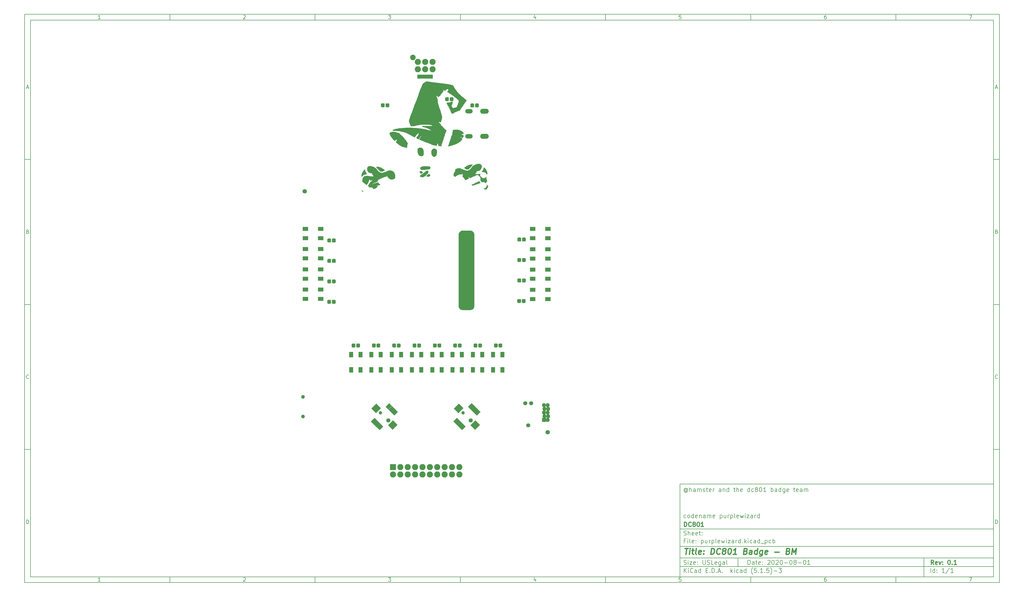
<source format=gts>
G04 #@! TF.GenerationSoftware,KiCad,Pcbnew,(5.1.5)-3*
G04 #@! TF.CreationDate,2020-08-11T23:16:39-06:00*
G04 #@! TF.ProjectId,purplewizard,70757270-6c65-4776-997a-6172642e6b69,0.1*
G04 #@! TF.SameCoordinates,Original*
G04 #@! TF.FileFunction,Soldermask,Top*
G04 #@! TF.FilePolarity,Negative*
%FSLAX46Y46*%
G04 Gerber Fmt 4.6, Leading zero omitted, Abs format (unit mm)*
G04 Created by KiCad (PCBNEW (5.1.5)-3) date 2020-08-11 23:16:39*
%MOMM*%
%LPD*%
G04 APERTURE LIST*
%ADD10C,0.100000*%
%ADD11C,0.150000*%
%ADD12C,0.300000*%
%ADD13C,0.400000*%
%ADD14C,0.010000*%
%ADD15C,2.100000*%
%ADD16O,2.100000X2.100000*%
%ADD17C,1.924000*%
%ADD18C,1.300000*%
%ADD19R,1.950000X1.400000*%
%ADD20C,1.450000*%
%ADD21C,1.150000*%
%ADD22R,1.400000X1.950000*%
%ADD23C,1.385520*%
%ADD24C,1.388060*%
%ADD25R,1.400000X1.400000*%
%ADD26O,1.400000X1.400000*%
%ADD27O,3.000000X1.700000*%
%ADD28O,2.600000X1.500000*%
%ADD29C,1.500000*%
%ADD30R,2.100000X2.100000*%
G04 APERTURE END LIST*
D10*
D11*
X235600000Y-171900000D02*
X235600000Y-203900000D01*
X343600000Y-203900000D01*
X343600000Y-171900000D01*
X235600000Y-171900000D01*
D10*
D11*
X10000000Y-10000000D02*
X10000000Y-205900000D01*
X345600000Y-205900000D01*
X345600000Y-10000000D01*
X10000000Y-10000000D01*
D10*
D11*
X12000000Y-12000000D02*
X12000000Y-203900000D01*
X343600000Y-203900000D01*
X343600000Y-12000000D01*
X12000000Y-12000000D01*
D10*
D11*
X60000000Y-12000000D02*
X60000000Y-10000000D01*
D10*
D11*
X110000000Y-12000000D02*
X110000000Y-10000000D01*
D10*
D11*
X160000000Y-12000000D02*
X160000000Y-10000000D01*
D10*
D11*
X210000000Y-12000000D02*
X210000000Y-10000000D01*
D10*
D11*
X260000000Y-12000000D02*
X260000000Y-10000000D01*
D10*
D11*
X310000000Y-12000000D02*
X310000000Y-10000000D01*
D10*
D11*
X36065476Y-11588095D02*
X35322619Y-11588095D01*
X35694047Y-11588095D02*
X35694047Y-10288095D01*
X35570238Y-10473809D01*
X35446428Y-10597619D01*
X35322619Y-10659523D01*
D10*
D11*
X85322619Y-10411904D02*
X85384523Y-10350000D01*
X85508333Y-10288095D01*
X85817857Y-10288095D01*
X85941666Y-10350000D01*
X86003571Y-10411904D01*
X86065476Y-10535714D01*
X86065476Y-10659523D01*
X86003571Y-10845238D01*
X85260714Y-11588095D01*
X86065476Y-11588095D01*
D10*
D11*
X135260714Y-10288095D02*
X136065476Y-10288095D01*
X135632142Y-10783333D01*
X135817857Y-10783333D01*
X135941666Y-10845238D01*
X136003571Y-10907142D01*
X136065476Y-11030952D01*
X136065476Y-11340476D01*
X136003571Y-11464285D01*
X135941666Y-11526190D01*
X135817857Y-11588095D01*
X135446428Y-11588095D01*
X135322619Y-11526190D01*
X135260714Y-11464285D01*
D10*
D11*
X185941666Y-10721428D02*
X185941666Y-11588095D01*
X185632142Y-10226190D02*
X185322619Y-11154761D01*
X186127380Y-11154761D01*
D10*
D11*
X236003571Y-10288095D02*
X235384523Y-10288095D01*
X235322619Y-10907142D01*
X235384523Y-10845238D01*
X235508333Y-10783333D01*
X235817857Y-10783333D01*
X235941666Y-10845238D01*
X236003571Y-10907142D01*
X236065476Y-11030952D01*
X236065476Y-11340476D01*
X236003571Y-11464285D01*
X235941666Y-11526190D01*
X235817857Y-11588095D01*
X235508333Y-11588095D01*
X235384523Y-11526190D01*
X235322619Y-11464285D01*
D10*
D11*
X285941666Y-10288095D02*
X285694047Y-10288095D01*
X285570238Y-10350000D01*
X285508333Y-10411904D01*
X285384523Y-10597619D01*
X285322619Y-10845238D01*
X285322619Y-11340476D01*
X285384523Y-11464285D01*
X285446428Y-11526190D01*
X285570238Y-11588095D01*
X285817857Y-11588095D01*
X285941666Y-11526190D01*
X286003571Y-11464285D01*
X286065476Y-11340476D01*
X286065476Y-11030952D01*
X286003571Y-10907142D01*
X285941666Y-10845238D01*
X285817857Y-10783333D01*
X285570238Y-10783333D01*
X285446428Y-10845238D01*
X285384523Y-10907142D01*
X285322619Y-11030952D01*
D10*
D11*
X335260714Y-10288095D02*
X336127380Y-10288095D01*
X335570238Y-11588095D01*
D10*
D11*
X60000000Y-203900000D02*
X60000000Y-205900000D01*
D10*
D11*
X110000000Y-203900000D02*
X110000000Y-205900000D01*
D10*
D11*
X160000000Y-203900000D02*
X160000000Y-205900000D01*
D10*
D11*
X210000000Y-203900000D02*
X210000000Y-205900000D01*
D10*
D11*
X260000000Y-203900000D02*
X260000000Y-205900000D01*
D10*
D11*
X310000000Y-203900000D02*
X310000000Y-205900000D01*
D10*
D11*
X36065476Y-205488095D02*
X35322619Y-205488095D01*
X35694047Y-205488095D02*
X35694047Y-204188095D01*
X35570238Y-204373809D01*
X35446428Y-204497619D01*
X35322619Y-204559523D01*
D10*
D11*
X85322619Y-204311904D02*
X85384523Y-204250000D01*
X85508333Y-204188095D01*
X85817857Y-204188095D01*
X85941666Y-204250000D01*
X86003571Y-204311904D01*
X86065476Y-204435714D01*
X86065476Y-204559523D01*
X86003571Y-204745238D01*
X85260714Y-205488095D01*
X86065476Y-205488095D01*
D10*
D11*
X135260714Y-204188095D02*
X136065476Y-204188095D01*
X135632142Y-204683333D01*
X135817857Y-204683333D01*
X135941666Y-204745238D01*
X136003571Y-204807142D01*
X136065476Y-204930952D01*
X136065476Y-205240476D01*
X136003571Y-205364285D01*
X135941666Y-205426190D01*
X135817857Y-205488095D01*
X135446428Y-205488095D01*
X135322619Y-205426190D01*
X135260714Y-205364285D01*
D10*
D11*
X185941666Y-204621428D02*
X185941666Y-205488095D01*
X185632142Y-204126190D02*
X185322619Y-205054761D01*
X186127380Y-205054761D01*
D10*
D11*
X236003571Y-204188095D02*
X235384523Y-204188095D01*
X235322619Y-204807142D01*
X235384523Y-204745238D01*
X235508333Y-204683333D01*
X235817857Y-204683333D01*
X235941666Y-204745238D01*
X236003571Y-204807142D01*
X236065476Y-204930952D01*
X236065476Y-205240476D01*
X236003571Y-205364285D01*
X235941666Y-205426190D01*
X235817857Y-205488095D01*
X235508333Y-205488095D01*
X235384523Y-205426190D01*
X235322619Y-205364285D01*
D10*
D11*
X285941666Y-204188095D02*
X285694047Y-204188095D01*
X285570238Y-204250000D01*
X285508333Y-204311904D01*
X285384523Y-204497619D01*
X285322619Y-204745238D01*
X285322619Y-205240476D01*
X285384523Y-205364285D01*
X285446428Y-205426190D01*
X285570238Y-205488095D01*
X285817857Y-205488095D01*
X285941666Y-205426190D01*
X286003571Y-205364285D01*
X286065476Y-205240476D01*
X286065476Y-204930952D01*
X286003571Y-204807142D01*
X285941666Y-204745238D01*
X285817857Y-204683333D01*
X285570238Y-204683333D01*
X285446428Y-204745238D01*
X285384523Y-204807142D01*
X285322619Y-204930952D01*
D10*
D11*
X335260714Y-204188095D02*
X336127380Y-204188095D01*
X335570238Y-205488095D01*
D10*
D11*
X10000000Y-60000000D02*
X12000000Y-60000000D01*
D10*
D11*
X10000000Y-110000000D02*
X12000000Y-110000000D01*
D10*
D11*
X10000000Y-160000000D02*
X12000000Y-160000000D01*
D10*
D11*
X10690476Y-35216666D02*
X11309523Y-35216666D01*
X10566666Y-35588095D02*
X11000000Y-34288095D01*
X11433333Y-35588095D01*
D10*
D11*
X11092857Y-84907142D02*
X11278571Y-84969047D01*
X11340476Y-85030952D01*
X11402380Y-85154761D01*
X11402380Y-85340476D01*
X11340476Y-85464285D01*
X11278571Y-85526190D01*
X11154761Y-85588095D01*
X10659523Y-85588095D01*
X10659523Y-84288095D01*
X11092857Y-84288095D01*
X11216666Y-84350000D01*
X11278571Y-84411904D01*
X11340476Y-84535714D01*
X11340476Y-84659523D01*
X11278571Y-84783333D01*
X11216666Y-84845238D01*
X11092857Y-84907142D01*
X10659523Y-84907142D01*
D10*
D11*
X11402380Y-135464285D02*
X11340476Y-135526190D01*
X11154761Y-135588095D01*
X11030952Y-135588095D01*
X10845238Y-135526190D01*
X10721428Y-135402380D01*
X10659523Y-135278571D01*
X10597619Y-135030952D01*
X10597619Y-134845238D01*
X10659523Y-134597619D01*
X10721428Y-134473809D01*
X10845238Y-134350000D01*
X11030952Y-134288095D01*
X11154761Y-134288095D01*
X11340476Y-134350000D01*
X11402380Y-134411904D01*
D10*
D11*
X10659523Y-185588095D02*
X10659523Y-184288095D01*
X10969047Y-184288095D01*
X11154761Y-184350000D01*
X11278571Y-184473809D01*
X11340476Y-184597619D01*
X11402380Y-184845238D01*
X11402380Y-185030952D01*
X11340476Y-185278571D01*
X11278571Y-185402380D01*
X11154761Y-185526190D01*
X10969047Y-185588095D01*
X10659523Y-185588095D01*
D10*
D11*
X345600000Y-60000000D02*
X343600000Y-60000000D01*
D10*
D11*
X345600000Y-110000000D02*
X343600000Y-110000000D01*
D10*
D11*
X345600000Y-160000000D02*
X343600000Y-160000000D01*
D10*
D11*
X344290476Y-35216666D02*
X344909523Y-35216666D01*
X344166666Y-35588095D02*
X344600000Y-34288095D01*
X345033333Y-35588095D01*
D10*
D11*
X344692857Y-84907142D02*
X344878571Y-84969047D01*
X344940476Y-85030952D01*
X345002380Y-85154761D01*
X345002380Y-85340476D01*
X344940476Y-85464285D01*
X344878571Y-85526190D01*
X344754761Y-85588095D01*
X344259523Y-85588095D01*
X344259523Y-84288095D01*
X344692857Y-84288095D01*
X344816666Y-84350000D01*
X344878571Y-84411904D01*
X344940476Y-84535714D01*
X344940476Y-84659523D01*
X344878571Y-84783333D01*
X344816666Y-84845238D01*
X344692857Y-84907142D01*
X344259523Y-84907142D01*
D10*
D11*
X345002380Y-135464285D02*
X344940476Y-135526190D01*
X344754761Y-135588095D01*
X344630952Y-135588095D01*
X344445238Y-135526190D01*
X344321428Y-135402380D01*
X344259523Y-135278571D01*
X344197619Y-135030952D01*
X344197619Y-134845238D01*
X344259523Y-134597619D01*
X344321428Y-134473809D01*
X344445238Y-134350000D01*
X344630952Y-134288095D01*
X344754761Y-134288095D01*
X344940476Y-134350000D01*
X345002380Y-134411904D01*
D10*
D11*
X344259523Y-185588095D02*
X344259523Y-184288095D01*
X344569047Y-184288095D01*
X344754761Y-184350000D01*
X344878571Y-184473809D01*
X344940476Y-184597619D01*
X345002380Y-184845238D01*
X345002380Y-185030952D01*
X344940476Y-185278571D01*
X344878571Y-185402380D01*
X344754761Y-185526190D01*
X344569047Y-185588095D01*
X344259523Y-185588095D01*
D10*
D11*
X259032142Y-199678571D02*
X259032142Y-198178571D01*
X259389285Y-198178571D01*
X259603571Y-198250000D01*
X259746428Y-198392857D01*
X259817857Y-198535714D01*
X259889285Y-198821428D01*
X259889285Y-199035714D01*
X259817857Y-199321428D01*
X259746428Y-199464285D01*
X259603571Y-199607142D01*
X259389285Y-199678571D01*
X259032142Y-199678571D01*
X261175000Y-199678571D02*
X261175000Y-198892857D01*
X261103571Y-198750000D01*
X260960714Y-198678571D01*
X260675000Y-198678571D01*
X260532142Y-198750000D01*
X261175000Y-199607142D02*
X261032142Y-199678571D01*
X260675000Y-199678571D01*
X260532142Y-199607142D01*
X260460714Y-199464285D01*
X260460714Y-199321428D01*
X260532142Y-199178571D01*
X260675000Y-199107142D01*
X261032142Y-199107142D01*
X261175000Y-199035714D01*
X261675000Y-198678571D02*
X262246428Y-198678571D01*
X261889285Y-198178571D02*
X261889285Y-199464285D01*
X261960714Y-199607142D01*
X262103571Y-199678571D01*
X262246428Y-199678571D01*
X263317857Y-199607142D02*
X263175000Y-199678571D01*
X262889285Y-199678571D01*
X262746428Y-199607142D01*
X262675000Y-199464285D01*
X262675000Y-198892857D01*
X262746428Y-198750000D01*
X262889285Y-198678571D01*
X263175000Y-198678571D01*
X263317857Y-198750000D01*
X263389285Y-198892857D01*
X263389285Y-199035714D01*
X262675000Y-199178571D01*
X264032142Y-199535714D02*
X264103571Y-199607142D01*
X264032142Y-199678571D01*
X263960714Y-199607142D01*
X264032142Y-199535714D01*
X264032142Y-199678571D01*
X264032142Y-198750000D02*
X264103571Y-198821428D01*
X264032142Y-198892857D01*
X263960714Y-198821428D01*
X264032142Y-198750000D01*
X264032142Y-198892857D01*
X265817857Y-198321428D02*
X265889285Y-198250000D01*
X266032142Y-198178571D01*
X266389285Y-198178571D01*
X266532142Y-198250000D01*
X266603571Y-198321428D01*
X266675000Y-198464285D01*
X266675000Y-198607142D01*
X266603571Y-198821428D01*
X265746428Y-199678571D01*
X266675000Y-199678571D01*
X267603571Y-198178571D02*
X267746428Y-198178571D01*
X267889285Y-198250000D01*
X267960714Y-198321428D01*
X268032142Y-198464285D01*
X268103571Y-198750000D01*
X268103571Y-199107142D01*
X268032142Y-199392857D01*
X267960714Y-199535714D01*
X267889285Y-199607142D01*
X267746428Y-199678571D01*
X267603571Y-199678571D01*
X267460714Y-199607142D01*
X267389285Y-199535714D01*
X267317857Y-199392857D01*
X267246428Y-199107142D01*
X267246428Y-198750000D01*
X267317857Y-198464285D01*
X267389285Y-198321428D01*
X267460714Y-198250000D01*
X267603571Y-198178571D01*
X268675000Y-198321428D02*
X268746428Y-198250000D01*
X268889285Y-198178571D01*
X269246428Y-198178571D01*
X269389285Y-198250000D01*
X269460714Y-198321428D01*
X269532142Y-198464285D01*
X269532142Y-198607142D01*
X269460714Y-198821428D01*
X268603571Y-199678571D01*
X269532142Y-199678571D01*
X270460714Y-198178571D02*
X270603571Y-198178571D01*
X270746428Y-198250000D01*
X270817857Y-198321428D01*
X270889285Y-198464285D01*
X270960714Y-198750000D01*
X270960714Y-199107142D01*
X270889285Y-199392857D01*
X270817857Y-199535714D01*
X270746428Y-199607142D01*
X270603571Y-199678571D01*
X270460714Y-199678571D01*
X270317857Y-199607142D01*
X270246428Y-199535714D01*
X270175000Y-199392857D01*
X270103571Y-199107142D01*
X270103571Y-198750000D01*
X270175000Y-198464285D01*
X270246428Y-198321428D01*
X270317857Y-198250000D01*
X270460714Y-198178571D01*
X271603571Y-199107142D02*
X272746428Y-199107142D01*
X273746428Y-198178571D02*
X273889285Y-198178571D01*
X274032142Y-198250000D01*
X274103571Y-198321428D01*
X274175000Y-198464285D01*
X274246428Y-198750000D01*
X274246428Y-199107142D01*
X274175000Y-199392857D01*
X274103571Y-199535714D01*
X274032142Y-199607142D01*
X273889285Y-199678571D01*
X273746428Y-199678571D01*
X273603571Y-199607142D01*
X273532142Y-199535714D01*
X273460714Y-199392857D01*
X273389285Y-199107142D01*
X273389285Y-198750000D01*
X273460714Y-198464285D01*
X273532142Y-198321428D01*
X273603571Y-198250000D01*
X273746428Y-198178571D01*
X275103571Y-198821428D02*
X274960714Y-198750000D01*
X274889285Y-198678571D01*
X274817857Y-198535714D01*
X274817857Y-198464285D01*
X274889285Y-198321428D01*
X274960714Y-198250000D01*
X275103571Y-198178571D01*
X275389285Y-198178571D01*
X275532142Y-198250000D01*
X275603571Y-198321428D01*
X275675000Y-198464285D01*
X275675000Y-198535714D01*
X275603571Y-198678571D01*
X275532142Y-198750000D01*
X275389285Y-198821428D01*
X275103571Y-198821428D01*
X274960714Y-198892857D01*
X274889285Y-198964285D01*
X274817857Y-199107142D01*
X274817857Y-199392857D01*
X274889285Y-199535714D01*
X274960714Y-199607142D01*
X275103571Y-199678571D01*
X275389285Y-199678571D01*
X275532142Y-199607142D01*
X275603571Y-199535714D01*
X275675000Y-199392857D01*
X275675000Y-199107142D01*
X275603571Y-198964285D01*
X275532142Y-198892857D01*
X275389285Y-198821428D01*
X276317857Y-199107142D02*
X277460714Y-199107142D01*
X278460714Y-198178571D02*
X278603571Y-198178571D01*
X278746428Y-198250000D01*
X278817857Y-198321428D01*
X278889285Y-198464285D01*
X278960714Y-198750000D01*
X278960714Y-199107142D01*
X278889285Y-199392857D01*
X278817857Y-199535714D01*
X278746428Y-199607142D01*
X278603571Y-199678571D01*
X278460714Y-199678571D01*
X278317857Y-199607142D01*
X278246428Y-199535714D01*
X278175000Y-199392857D01*
X278103571Y-199107142D01*
X278103571Y-198750000D01*
X278175000Y-198464285D01*
X278246428Y-198321428D01*
X278317857Y-198250000D01*
X278460714Y-198178571D01*
X280389285Y-199678571D02*
X279532142Y-199678571D01*
X279960714Y-199678571D02*
X279960714Y-198178571D01*
X279817857Y-198392857D01*
X279675000Y-198535714D01*
X279532142Y-198607142D01*
D10*
D11*
X235600000Y-200400000D02*
X343600000Y-200400000D01*
D10*
D11*
X237032142Y-202478571D02*
X237032142Y-200978571D01*
X237889285Y-202478571D02*
X237246428Y-201621428D01*
X237889285Y-200978571D02*
X237032142Y-201835714D01*
X238532142Y-202478571D02*
X238532142Y-201478571D01*
X238532142Y-200978571D02*
X238460714Y-201050000D01*
X238532142Y-201121428D01*
X238603571Y-201050000D01*
X238532142Y-200978571D01*
X238532142Y-201121428D01*
X240103571Y-202335714D02*
X240032142Y-202407142D01*
X239817857Y-202478571D01*
X239675000Y-202478571D01*
X239460714Y-202407142D01*
X239317857Y-202264285D01*
X239246428Y-202121428D01*
X239175000Y-201835714D01*
X239175000Y-201621428D01*
X239246428Y-201335714D01*
X239317857Y-201192857D01*
X239460714Y-201050000D01*
X239675000Y-200978571D01*
X239817857Y-200978571D01*
X240032142Y-201050000D01*
X240103571Y-201121428D01*
X241389285Y-202478571D02*
X241389285Y-201692857D01*
X241317857Y-201550000D01*
X241175000Y-201478571D01*
X240889285Y-201478571D01*
X240746428Y-201550000D01*
X241389285Y-202407142D02*
X241246428Y-202478571D01*
X240889285Y-202478571D01*
X240746428Y-202407142D01*
X240675000Y-202264285D01*
X240675000Y-202121428D01*
X240746428Y-201978571D01*
X240889285Y-201907142D01*
X241246428Y-201907142D01*
X241389285Y-201835714D01*
X242746428Y-202478571D02*
X242746428Y-200978571D01*
X242746428Y-202407142D02*
X242603571Y-202478571D01*
X242317857Y-202478571D01*
X242175000Y-202407142D01*
X242103571Y-202335714D01*
X242032142Y-202192857D01*
X242032142Y-201764285D01*
X242103571Y-201621428D01*
X242175000Y-201550000D01*
X242317857Y-201478571D01*
X242603571Y-201478571D01*
X242746428Y-201550000D01*
X244603571Y-201692857D02*
X245103571Y-201692857D01*
X245317857Y-202478571D02*
X244603571Y-202478571D01*
X244603571Y-200978571D01*
X245317857Y-200978571D01*
X245960714Y-202335714D02*
X246032142Y-202407142D01*
X245960714Y-202478571D01*
X245889285Y-202407142D01*
X245960714Y-202335714D01*
X245960714Y-202478571D01*
X246675000Y-202478571D02*
X246675000Y-200978571D01*
X247032142Y-200978571D01*
X247246428Y-201050000D01*
X247389285Y-201192857D01*
X247460714Y-201335714D01*
X247532142Y-201621428D01*
X247532142Y-201835714D01*
X247460714Y-202121428D01*
X247389285Y-202264285D01*
X247246428Y-202407142D01*
X247032142Y-202478571D01*
X246675000Y-202478571D01*
X248175000Y-202335714D02*
X248246428Y-202407142D01*
X248175000Y-202478571D01*
X248103571Y-202407142D01*
X248175000Y-202335714D01*
X248175000Y-202478571D01*
X248817857Y-202050000D02*
X249532142Y-202050000D01*
X248675000Y-202478571D02*
X249175000Y-200978571D01*
X249675000Y-202478571D01*
X250175000Y-202335714D02*
X250246428Y-202407142D01*
X250175000Y-202478571D01*
X250103571Y-202407142D01*
X250175000Y-202335714D01*
X250175000Y-202478571D01*
X253175000Y-202478571D02*
X253175000Y-200978571D01*
X253317857Y-201907142D02*
X253746428Y-202478571D01*
X253746428Y-201478571D02*
X253175000Y-202050000D01*
X254389285Y-202478571D02*
X254389285Y-201478571D01*
X254389285Y-200978571D02*
X254317857Y-201050000D01*
X254389285Y-201121428D01*
X254460714Y-201050000D01*
X254389285Y-200978571D01*
X254389285Y-201121428D01*
X255746428Y-202407142D02*
X255603571Y-202478571D01*
X255317857Y-202478571D01*
X255175000Y-202407142D01*
X255103571Y-202335714D01*
X255032142Y-202192857D01*
X255032142Y-201764285D01*
X255103571Y-201621428D01*
X255175000Y-201550000D01*
X255317857Y-201478571D01*
X255603571Y-201478571D01*
X255746428Y-201550000D01*
X257032142Y-202478571D02*
X257032142Y-201692857D01*
X256960714Y-201550000D01*
X256817857Y-201478571D01*
X256532142Y-201478571D01*
X256389285Y-201550000D01*
X257032142Y-202407142D02*
X256889285Y-202478571D01*
X256532142Y-202478571D01*
X256389285Y-202407142D01*
X256317857Y-202264285D01*
X256317857Y-202121428D01*
X256389285Y-201978571D01*
X256532142Y-201907142D01*
X256889285Y-201907142D01*
X257032142Y-201835714D01*
X258389285Y-202478571D02*
X258389285Y-200978571D01*
X258389285Y-202407142D02*
X258246428Y-202478571D01*
X257960714Y-202478571D01*
X257817857Y-202407142D01*
X257746428Y-202335714D01*
X257675000Y-202192857D01*
X257675000Y-201764285D01*
X257746428Y-201621428D01*
X257817857Y-201550000D01*
X257960714Y-201478571D01*
X258246428Y-201478571D01*
X258389285Y-201550000D01*
X260675000Y-203050000D02*
X260603571Y-202978571D01*
X260460714Y-202764285D01*
X260389285Y-202621428D01*
X260317857Y-202407142D01*
X260246428Y-202050000D01*
X260246428Y-201764285D01*
X260317857Y-201407142D01*
X260389285Y-201192857D01*
X260460714Y-201050000D01*
X260603571Y-200835714D01*
X260675000Y-200764285D01*
X261960714Y-200978571D02*
X261246428Y-200978571D01*
X261175000Y-201692857D01*
X261246428Y-201621428D01*
X261389285Y-201550000D01*
X261746428Y-201550000D01*
X261889285Y-201621428D01*
X261960714Y-201692857D01*
X262032142Y-201835714D01*
X262032142Y-202192857D01*
X261960714Y-202335714D01*
X261889285Y-202407142D01*
X261746428Y-202478571D01*
X261389285Y-202478571D01*
X261246428Y-202407142D01*
X261175000Y-202335714D01*
X262675000Y-202335714D02*
X262746428Y-202407142D01*
X262675000Y-202478571D01*
X262603571Y-202407142D01*
X262675000Y-202335714D01*
X262675000Y-202478571D01*
X264175000Y-202478571D02*
X263317857Y-202478571D01*
X263746428Y-202478571D02*
X263746428Y-200978571D01*
X263603571Y-201192857D01*
X263460714Y-201335714D01*
X263317857Y-201407142D01*
X264817857Y-202335714D02*
X264889285Y-202407142D01*
X264817857Y-202478571D01*
X264746428Y-202407142D01*
X264817857Y-202335714D01*
X264817857Y-202478571D01*
X266246428Y-200978571D02*
X265532142Y-200978571D01*
X265460714Y-201692857D01*
X265532142Y-201621428D01*
X265675000Y-201550000D01*
X266032142Y-201550000D01*
X266175000Y-201621428D01*
X266246428Y-201692857D01*
X266317857Y-201835714D01*
X266317857Y-202192857D01*
X266246428Y-202335714D01*
X266175000Y-202407142D01*
X266032142Y-202478571D01*
X265675000Y-202478571D01*
X265532142Y-202407142D01*
X265460714Y-202335714D01*
X266817857Y-203050000D02*
X266889285Y-202978571D01*
X267032142Y-202764285D01*
X267103571Y-202621428D01*
X267175000Y-202407142D01*
X267246428Y-202050000D01*
X267246428Y-201764285D01*
X267175000Y-201407142D01*
X267103571Y-201192857D01*
X267032142Y-201050000D01*
X266889285Y-200835714D01*
X266817857Y-200764285D01*
X267960714Y-201907142D02*
X269103571Y-201907142D01*
X269675000Y-200978571D02*
X270603571Y-200978571D01*
X270103571Y-201550000D01*
X270317857Y-201550000D01*
X270460714Y-201621428D01*
X270532142Y-201692857D01*
X270603571Y-201835714D01*
X270603571Y-202192857D01*
X270532142Y-202335714D01*
X270460714Y-202407142D01*
X270317857Y-202478571D01*
X269889285Y-202478571D01*
X269746428Y-202407142D01*
X269675000Y-202335714D01*
D10*
D11*
X235600000Y-197400000D02*
X343600000Y-197400000D01*
D10*
D12*
X323009285Y-199678571D02*
X322509285Y-198964285D01*
X322152142Y-199678571D02*
X322152142Y-198178571D01*
X322723571Y-198178571D01*
X322866428Y-198250000D01*
X322937857Y-198321428D01*
X323009285Y-198464285D01*
X323009285Y-198678571D01*
X322937857Y-198821428D01*
X322866428Y-198892857D01*
X322723571Y-198964285D01*
X322152142Y-198964285D01*
X324223571Y-199607142D02*
X324080714Y-199678571D01*
X323795000Y-199678571D01*
X323652142Y-199607142D01*
X323580714Y-199464285D01*
X323580714Y-198892857D01*
X323652142Y-198750000D01*
X323795000Y-198678571D01*
X324080714Y-198678571D01*
X324223571Y-198750000D01*
X324295000Y-198892857D01*
X324295000Y-199035714D01*
X323580714Y-199178571D01*
X324795000Y-198678571D02*
X325152142Y-199678571D01*
X325509285Y-198678571D01*
X326080714Y-199535714D02*
X326152142Y-199607142D01*
X326080714Y-199678571D01*
X326009285Y-199607142D01*
X326080714Y-199535714D01*
X326080714Y-199678571D01*
X326080714Y-198750000D02*
X326152142Y-198821428D01*
X326080714Y-198892857D01*
X326009285Y-198821428D01*
X326080714Y-198750000D01*
X326080714Y-198892857D01*
X328223571Y-198178571D02*
X328366428Y-198178571D01*
X328509285Y-198250000D01*
X328580714Y-198321428D01*
X328652142Y-198464285D01*
X328723571Y-198750000D01*
X328723571Y-199107142D01*
X328652142Y-199392857D01*
X328580714Y-199535714D01*
X328509285Y-199607142D01*
X328366428Y-199678571D01*
X328223571Y-199678571D01*
X328080714Y-199607142D01*
X328009285Y-199535714D01*
X327937857Y-199392857D01*
X327866428Y-199107142D01*
X327866428Y-198750000D01*
X327937857Y-198464285D01*
X328009285Y-198321428D01*
X328080714Y-198250000D01*
X328223571Y-198178571D01*
X329366428Y-199535714D02*
X329437857Y-199607142D01*
X329366428Y-199678571D01*
X329295000Y-199607142D01*
X329366428Y-199535714D01*
X329366428Y-199678571D01*
X330866428Y-199678571D02*
X330009285Y-199678571D01*
X330437857Y-199678571D02*
X330437857Y-198178571D01*
X330295000Y-198392857D01*
X330152142Y-198535714D01*
X330009285Y-198607142D01*
D10*
D11*
X236960714Y-199607142D02*
X237175000Y-199678571D01*
X237532142Y-199678571D01*
X237675000Y-199607142D01*
X237746428Y-199535714D01*
X237817857Y-199392857D01*
X237817857Y-199250000D01*
X237746428Y-199107142D01*
X237675000Y-199035714D01*
X237532142Y-198964285D01*
X237246428Y-198892857D01*
X237103571Y-198821428D01*
X237032142Y-198750000D01*
X236960714Y-198607142D01*
X236960714Y-198464285D01*
X237032142Y-198321428D01*
X237103571Y-198250000D01*
X237246428Y-198178571D01*
X237603571Y-198178571D01*
X237817857Y-198250000D01*
X238460714Y-199678571D02*
X238460714Y-198678571D01*
X238460714Y-198178571D02*
X238389285Y-198250000D01*
X238460714Y-198321428D01*
X238532142Y-198250000D01*
X238460714Y-198178571D01*
X238460714Y-198321428D01*
X239032142Y-198678571D02*
X239817857Y-198678571D01*
X239032142Y-199678571D01*
X239817857Y-199678571D01*
X240960714Y-199607142D02*
X240817857Y-199678571D01*
X240532142Y-199678571D01*
X240389285Y-199607142D01*
X240317857Y-199464285D01*
X240317857Y-198892857D01*
X240389285Y-198750000D01*
X240532142Y-198678571D01*
X240817857Y-198678571D01*
X240960714Y-198750000D01*
X241032142Y-198892857D01*
X241032142Y-199035714D01*
X240317857Y-199178571D01*
X241675000Y-199535714D02*
X241746428Y-199607142D01*
X241675000Y-199678571D01*
X241603571Y-199607142D01*
X241675000Y-199535714D01*
X241675000Y-199678571D01*
X241675000Y-198750000D02*
X241746428Y-198821428D01*
X241675000Y-198892857D01*
X241603571Y-198821428D01*
X241675000Y-198750000D01*
X241675000Y-198892857D01*
X243532142Y-198178571D02*
X243532142Y-199392857D01*
X243603571Y-199535714D01*
X243675000Y-199607142D01*
X243817857Y-199678571D01*
X244103571Y-199678571D01*
X244246428Y-199607142D01*
X244317857Y-199535714D01*
X244389285Y-199392857D01*
X244389285Y-198178571D01*
X245032142Y-199607142D02*
X245246428Y-199678571D01*
X245603571Y-199678571D01*
X245746428Y-199607142D01*
X245817857Y-199535714D01*
X245889285Y-199392857D01*
X245889285Y-199250000D01*
X245817857Y-199107142D01*
X245746428Y-199035714D01*
X245603571Y-198964285D01*
X245317857Y-198892857D01*
X245175000Y-198821428D01*
X245103571Y-198750000D01*
X245032142Y-198607142D01*
X245032142Y-198464285D01*
X245103571Y-198321428D01*
X245175000Y-198250000D01*
X245317857Y-198178571D01*
X245675000Y-198178571D01*
X245889285Y-198250000D01*
X247246428Y-199678571D02*
X246532142Y-199678571D01*
X246532142Y-198178571D01*
X248317857Y-199607142D02*
X248175000Y-199678571D01*
X247889285Y-199678571D01*
X247746428Y-199607142D01*
X247675000Y-199464285D01*
X247675000Y-198892857D01*
X247746428Y-198750000D01*
X247889285Y-198678571D01*
X248175000Y-198678571D01*
X248317857Y-198750000D01*
X248389285Y-198892857D01*
X248389285Y-199035714D01*
X247675000Y-199178571D01*
X249675000Y-198678571D02*
X249675000Y-199892857D01*
X249603571Y-200035714D01*
X249532142Y-200107142D01*
X249389285Y-200178571D01*
X249175000Y-200178571D01*
X249032142Y-200107142D01*
X249675000Y-199607142D02*
X249532142Y-199678571D01*
X249246428Y-199678571D01*
X249103571Y-199607142D01*
X249032142Y-199535714D01*
X248960714Y-199392857D01*
X248960714Y-198964285D01*
X249032142Y-198821428D01*
X249103571Y-198750000D01*
X249246428Y-198678571D01*
X249532142Y-198678571D01*
X249675000Y-198750000D01*
X251032142Y-199678571D02*
X251032142Y-198892857D01*
X250960714Y-198750000D01*
X250817857Y-198678571D01*
X250532142Y-198678571D01*
X250389285Y-198750000D01*
X251032142Y-199607142D02*
X250889285Y-199678571D01*
X250532142Y-199678571D01*
X250389285Y-199607142D01*
X250317857Y-199464285D01*
X250317857Y-199321428D01*
X250389285Y-199178571D01*
X250532142Y-199107142D01*
X250889285Y-199107142D01*
X251032142Y-199035714D01*
X251960714Y-199678571D02*
X251817857Y-199607142D01*
X251746428Y-199464285D01*
X251746428Y-198178571D01*
D10*
D11*
X322032142Y-202478571D02*
X322032142Y-200978571D01*
X323389285Y-202478571D02*
X323389285Y-200978571D01*
X323389285Y-202407142D02*
X323246428Y-202478571D01*
X322960714Y-202478571D01*
X322817857Y-202407142D01*
X322746428Y-202335714D01*
X322675000Y-202192857D01*
X322675000Y-201764285D01*
X322746428Y-201621428D01*
X322817857Y-201550000D01*
X322960714Y-201478571D01*
X323246428Y-201478571D01*
X323389285Y-201550000D01*
X324103571Y-202335714D02*
X324175000Y-202407142D01*
X324103571Y-202478571D01*
X324032142Y-202407142D01*
X324103571Y-202335714D01*
X324103571Y-202478571D01*
X324103571Y-201550000D02*
X324175000Y-201621428D01*
X324103571Y-201692857D01*
X324032142Y-201621428D01*
X324103571Y-201550000D01*
X324103571Y-201692857D01*
X326746428Y-202478571D02*
X325889285Y-202478571D01*
X326317857Y-202478571D02*
X326317857Y-200978571D01*
X326175000Y-201192857D01*
X326032142Y-201335714D01*
X325889285Y-201407142D01*
X328460714Y-200907142D02*
X327175000Y-202835714D01*
X329746428Y-202478571D02*
X328889285Y-202478571D01*
X329317857Y-202478571D02*
X329317857Y-200978571D01*
X329175000Y-201192857D01*
X329032142Y-201335714D01*
X328889285Y-201407142D01*
D10*
D11*
X235600000Y-193400000D02*
X343600000Y-193400000D01*
D10*
D13*
X237312380Y-194104761D02*
X238455238Y-194104761D01*
X237633809Y-196104761D02*
X237883809Y-194104761D01*
X238871904Y-196104761D02*
X239038571Y-194771428D01*
X239121904Y-194104761D02*
X239014761Y-194200000D01*
X239098095Y-194295238D01*
X239205238Y-194200000D01*
X239121904Y-194104761D01*
X239098095Y-194295238D01*
X239705238Y-194771428D02*
X240467142Y-194771428D01*
X240074285Y-194104761D02*
X239860000Y-195819047D01*
X239931428Y-196009523D01*
X240110000Y-196104761D01*
X240300476Y-196104761D01*
X241252857Y-196104761D02*
X241074285Y-196009523D01*
X241002857Y-195819047D01*
X241217142Y-194104761D01*
X242788571Y-196009523D02*
X242586190Y-196104761D01*
X242205238Y-196104761D01*
X242026666Y-196009523D01*
X241955238Y-195819047D01*
X242050476Y-195057142D01*
X242169523Y-194866666D01*
X242371904Y-194771428D01*
X242752857Y-194771428D01*
X242931428Y-194866666D01*
X243002857Y-195057142D01*
X242979047Y-195247619D01*
X242002857Y-195438095D01*
X243752857Y-195914285D02*
X243836190Y-196009523D01*
X243729047Y-196104761D01*
X243645714Y-196009523D01*
X243752857Y-195914285D01*
X243729047Y-196104761D01*
X243883809Y-194866666D02*
X243967142Y-194961904D01*
X243860000Y-195057142D01*
X243776666Y-194961904D01*
X243883809Y-194866666D01*
X243860000Y-195057142D01*
X246205238Y-196104761D02*
X246455238Y-194104761D01*
X246931428Y-194104761D01*
X247205238Y-194200000D01*
X247371904Y-194390476D01*
X247443333Y-194580952D01*
X247490952Y-194961904D01*
X247455238Y-195247619D01*
X247312380Y-195628571D01*
X247193333Y-195819047D01*
X246979047Y-196009523D01*
X246681428Y-196104761D01*
X246205238Y-196104761D01*
X249371904Y-195914285D02*
X249264761Y-196009523D01*
X248967142Y-196104761D01*
X248776666Y-196104761D01*
X248502857Y-196009523D01*
X248336190Y-195819047D01*
X248264761Y-195628571D01*
X248217142Y-195247619D01*
X248252857Y-194961904D01*
X248395714Y-194580952D01*
X248514761Y-194390476D01*
X248729047Y-194200000D01*
X249026666Y-194104761D01*
X249217142Y-194104761D01*
X249490952Y-194200000D01*
X249574285Y-194295238D01*
X250633809Y-194961904D02*
X250455238Y-194866666D01*
X250371904Y-194771428D01*
X250300476Y-194580952D01*
X250312380Y-194485714D01*
X250431428Y-194295238D01*
X250538571Y-194200000D01*
X250740952Y-194104761D01*
X251121904Y-194104761D01*
X251300476Y-194200000D01*
X251383809Y-194295238D01*
X251455238Y-194485714D01*
X251443333Y-194580952D01*
X251324285Y-194771428D01*
X251217142Y-194866666D01*
X251014761Y-194961904D01*
X250633809Y-194961904D01*
X250431428Y-195057142D01*
X250324285Y-195152380D01*
X250205238Y-195342857D01*
X250157619Y-195723809D01*
X250229047Y-195914285D01*
X250312380Y-196009523D01*
X250490952Y-196104761D01*
X250871904Y-196104761D01*
X251074285Y-196009523D01*
X251181428Y-195914285D01*
X251300476Y-195723809D01*
X251348095Y-195342857D01*
X251276666Y-195152380D01*
X251193333Y-195057142D01*
X251014761Y-194961904D01*
X252740952Y-194104761D02*
X252931428Y-194104761D01*
X253110000Y-194200000D01*
X253193333Y-194295238D01*
X253264761Y-194485714D01*
X253312380Y-194866666D01*
X253252857Y-195342857D01*
X253110000Y-195723809D01*
X252990952Y-195914285D01*
X252883809Y-196009523D01*
X252681428Y-196104761D01*
X252490952Y-196104761D01*
X252312380Y-196009523D01*
X252229047Y-195914285D01*
X252157619Y-195723809D01*
X252110000Y-195342857D01*
X252169523Y-194866666D01*
X252312380Y-194485714D01*
X252431428Y-194295238D01*
X252538571Y-194200000D01*
X252740952Y-194104761D01*
X255062380Y-196104761D02*
X253919523Y-196104761D01*
X254490952Y-196104761D02*
X254740952Y-194104761D01*
X254514761Y-194390476D01*
X254300476Y-194580952D01*
X254098095Y-194676190D01*
X258240952Y-195057142D02*
X258514761Y-195152380D01*
X258598095Y-195247619D01*
X258669523Y-195438095D01*
X258633809Y-195723809D01*
X258514761Y-195914285D01*
X258407619Y-196009523D01*
X258205238Y-196104761D01*
X257443333Y-196104761D01*
X257693333Y-194104761D01*
X258360000Y-194104761D01*
X258538571Y-194200000D01*
X258621904Y-194295238D01*
X258693333Y-194485714D01*
X258669523Y-194676190D01*
X258550476Y-194866666D01*
X258443333Y-194961904D01*
X258240952Y-195057142D01*
X257574285Y-195057142D01*
X260300476Y-196104761D02*
X260431428Y-195057142D01*
X260360000Y-194866666D01*
X260181428Y-194771428D01*
X259800476Y-194771428D01*
X259598095Y-194866666D01*
X260312380Y-196009523D02*
X260110000Y-196104761D01*
X259633809Y-196104761D01*
X259455238Y-196009523D01*
X259383809Y-195819047D01*
X259407619Y-195628571D01*
X259526666Y-195438095D01*
X259729047Y-195342857D01*
X260205238Y-195342857D01*
X260407619Y-195247619D01*
X262110000Y-196104761D02*
X262360000Y-194104761D01*
X262121904Y-196009523D02*
X261919523Y-196104761D01*
X261538571Y-196104761D01*
X261360000Y-196009523D01*
X261276666Y-195914285D01*
X261205238Y-195723809D01*
X261276666Y-195152380D01*
X261395714Y-194961904D01*
X261502857Y-194866666D01*
X261705238Y-194771428D01*
X262086190Y-194771428D01*
X262264761Y-194866666D01*
X264086190Y-194771428D02*
X263883809Y-196390476D01*
X263764761Y-196580952D01*
X263657619Y-196676190D01*
X263455238Y-196771428D01*
X263169523Y-196771428D01*
X262990952Y-196676190D01*
X263931428Y-196009523D02*
X263729047Y-196104761D01*
X263348095Y-196104761D01*
X263169523Y-196009523D01*
X263086190Y-195914285D01*
X263014761Y-195723809D01*
X263086190Y-195152380D01*
X263205238Y-194961904D01*
X263312380Y-194866666D01*
X263514761Y-194771428D01*
X263895714Y-194771428D01*
X264074285Y-194866666D01*
X265645714Y-196009523D02*
X265443333Y-196104761D01*
X265062380Y-196104761D01*
X264883809Y-196009523D01*
X264812380Y-195819047D01*
X264907619Y-195057142D01*
X265026666Y-194866666D01*
X265229047Y-194771428D01*
X265610000Y-194771428D01*
X265788571Y-194866666D01*
X265860000Y-195057142D01*
X265836190Y-195247619D01*
X264860000Y-195438095D01*
X268205238Y-195342857D02*
X269729047Y-195342857D01*
X272907619Y-195057142D02*
X273181428Y-195152380D01*
X273264761Y-195247619D01*
X273336190Y-195438095D01*
X273300476Y-195723809D01*
X273181428Y-195914285D01*
X273074285Y-196009523D01*
X272871904Y-196104761D01*
X272110000Y-196104761D01*
X272360000Y-194104761D01*
X273026666Y-194104761D01*
X273205238Y-194200000D01*
X273288571Y-194295238D01*
X273360000Y-194485714D01*
X273336190Y-194676190D01*
X273217142Y-194866666D01*
X273110000Y-194961904D01*
X272907619Y-195057142D01*
X272240952Y-195057142D01*
X274110000Y-196104761D02*
X274360000Y-194104761D01*
X274848095Y-195533333D01*
X275693333Y-194104761D01*
X275443333Y-196104761D01*
D10*
D11*
X237532142Y-191492857D02*
X237032142Y-191492857D01*
X237032142Y-192278571D02*
X237032142Y-190778571D01*
X237746428Y-190778571D01*
X238317857Y-192278571D02*
X238317857Y-191278571D01*
X238317857Y-190778571D02*
X238246428Y-190850000D01*
X238317857Y-190921428D01*
X238389285Y-190850000D01*
X238317857Y-190778571D01*
X238317857Y-190921428D01*
X239246428Y-192278571D02*
X239103571Y-192207142D01*
X239032142Y-192064285D01*
X239032142Y-190778571D01*
X240389285Y-192207142D02*
X240246428Y-192278571D01*
X239960714Y-192278571D01*
X239817857Y-192207142D01*
X239746428Y-192064285D01*
X239746428Y-191492857D01*
X239817857Y-191350000D01*
X239960714Y-191278571D01*
X240246428Y-191278571D01*
X240389285Y-191350000D01*
X240460714Y-191492857D01*
X240460714Y-191635714D01*
X239746428Y-191778571D01*
X241103571Y-192135714D02*
X241175000Y-192207142D01*
X241103571Y-192278571D01*
X241032142Y-192207142D01*
X241103571Y-192135714D01*
X241103571Y-192278571D01*
X241103571Y-191350000D02*
X241175000Y-191421428D01*
X241103571Y-191492857D01*
X241032142Y-191421428D01*
X241103571Y-191350000D01*
X241103571Y-191492857D01*
X242960714Y-191278571D02*
X242960714Y-192778571D01*
X242960714Y-191350000D02*
X243103571Y-191278571D01*
X243389285Y-191278571D01*
X243532142Y-191350000D01*
X243603571Y-191421428D01*
X243675000Y-191564285D01*
X243675000Y-191992857D01*
X243603571Y-192135714D01*
X243532142Y-192207142D01*
X243389285Y-192278571D01*
X243103571Y-192278571D01*
X242960714Y-192207142D01*
X244960714Y-191278571D02*
X244960714Y-192278571D01*
X244317857Y-191278571D02*
X244317857Y-192064285D01*
X244389285Y-192207142D01*
X244532142Y-192278571D01*
X244746428Y-192278571D01*
X244889285Y-192207142D01*
X244960714Y-192135714D01*
X245675000Y-192278571D02*
X245675000Y-191278571D01*
X245675000Y-191564285D02*
X245746428Y-191421428D01*
X245817857Y-191350000D01*
X245960714Y-191278571D01*
X246103571Y-191278571D01*
X246603571Y-191278571D02*
X246603571Y-192778571D01*
X246603571Y-191350000D02*
X246746428Y-191278571D01*
X247032142Y-191278571D01*
X247175000Y-191350000D01*
X247246428Y-191421428D01*
X247317857Y-191564285D01*
X247317857Y-191992857D01*
X247246428Y-192135714D01*
X247175000Y-192207142D01*
X247032142Y-192278571D01*
X246746428Y-192278571D01*
X246603571Y-192207142D01*
X248175000Y-192278571D02*
X248032142Y-192207142D01*
X247960714Y-192064285D01*
X247960714Y-190778571D01*
X249317857Y-192207142D02*
X249175000Y-192278571D01*
X248889285Y-192278571D01*
X248746428Y-192207142D01*
X248675000Y-192064285D01*
X248675000Y-191492857D01*
X248746428Y-191350000D01*
X248889285Y-191278571D01*
X249175000Y-191278571D01*
X249317857Y-191350000D01*
X249389285Y-191492857D01*
X249389285Y-191635714D01*
X248675000Y-191778571D01*
X249889285Y-191278571D02*
X250175000Y-192278571D01*
X250460714Y-191564285D01*
X250746428Y-192278571D01*
X251032142Y-191278571D01*
X251603571Y-192278571D02*
X251603571Y-191278571D01*
X251603571Y-190778571D02*
X251532142Y-190850000D01*
X251603571Y-190921428D01*
X251675000Y-190850000D01*
X251603571Y-190778571D01*
X251603571Y-190921428D01*
X252175000Y-191278571D02*
X252960714Y-191278571D01*
X252175000Y-192278571D01*
X252960714Y-192278571D01*
X254175000Y-192278571D02*
X254175000Y-191492857D01*
X254103571Y-191350000D01*
X253960714Y-191278571D01*
X253675000Y-191278571D01*
X253532142Y-191350000D01*
X254175000Y-192207142D02*
X254032142Y-192278571D01*
X253675000Y-192278571D01*
X253532142Y-192207142D01*
X253460714Y-192064285D01*
X253460714Y-191921428D01*
X253532142Y-191778571D01*
X253675000Y-191707142D01*
X254032142Y-191707142D01*
X254175000Y-191635714D01*
X254889285Y-192278571D02*
X254889285Y-191278571D01*
X254889285Y-191564285D02*
X254960714Y-191421428D01*
X255032142Y-191350000D01*
X255175000Y-191278571D01*
X255317857Y-191278571D01*
X256460714Y-192278571D02*
X256460714Y-190778571D01*
X256460714Y-192207142D02*
X256317857Y-192278571D01*
X256032142Y-192278571D01*
X255889285Y-192207142D01*
X255817857Y-192135714D01*
X255746428Y-191992857D01*
X255746428Y-191564285D01*
X255817857Y-191421428D01*
X255889285Y-191350000D01*
X256032142Y-191278571D01*
X256317857Y-191278571D01*
X256460714Y-191350000D01*
X257175000Y-192135714D02*
X257246428Y-192207142D01*
X257175000Y-192278571D01*
X257103571Y-192207142D01*
X257175000Y-192135714D01*
X257175000Y-192278571D01*
X257889285Y-192278571D02*
X257889285Y-190778571D01*
X258032142Y-191707142D02*
X258460714Y-192278571D01*
X258460714Y-191278571D02*
X257889285Y-191850000D01*
X259103571Y-192278571D02*
X259103571Y-191278571D01*
X259103571Y-190778571D02*
X259032142Y-190850000D01*
X259103571Y-190921428D01*
X259175000Y-190850000D01*
X259103571Y-190778571D01*
X259103571Y-190921428D01*
X260460714Y-192207142D02*
X260317857Y-192278571D01*
X260032142Y-192278571D01*
X259889285Y-192207142D01*
X259817857Y-192135714D01*
X259746428Y-191992857D01*
X259746428Y-191564285D01*
X259817857Y-191421428D01*
X259889285Y-191350000D01*
X260032142Y-191278571D01*
X260317857Y-191278571D01*
X260460714Y-191350000D01*
X261746428Y-192278571D02*
X261746428Y-191492857D01*
X261675000Y-191350000D01*
X261532142Y-191278571D01*
X261246428Y-191278571D01*
X261103571Y-191350000D01*
X261746428Y-192207142D02*
X261603571Y-192278571D01*
X261246428Y-192278571D01*
X261103571Y-192207142D01*
X261032142Y-192064285D01*
X261032142Y-191921428D01*
X261103571Y-191778571D01*
X261246428Y-191707142D01*
X261603571Y-191707142D01*
X261746428Y-191635714D01*
X263103571Y-192278571D02*
X263103571Y-190778571D01*
X263103571Y-192207142D02*
X262960714Y-192278571D01*
X262675000Y-192278571D01*
X262532142Y-192207142D01*
X262460714Y-192135714D01*
X262389285Y-191992857D01*
X262389285Y-191564285D01*
X262460714Y-191421428D01*
X262532142Y-191350000D01*
X262675000Y-191278571D01*
X262960714Y-191278571D01*
X263103571Y-191350000D01*
X263460714Y-192421428D02*
X264603571Y-192421428D01*
X264960714Y-191278571D02*
X264960714Y-192778571D01*
X264960714Y-191350000D02*
X265103571Y-191278571D01*
X265389285Y-191278571D01*
X265532142Y-191350000D01*
X265603571Y-191421428D01*
X265675000Y-191564285D01*
X265675000Y-191992857D01*
X265603571Y-192135714D01*
X265532142Y-192207142D01*
X265389285Y-192278571D01*
X265103571Y-192278571D01*
X264960714Y-192207142D01*
X266960714Y-192207142D02*
X266817857Y-192278571D01*
X266532142Y-192278571D01*
X266389285Y-192207142D01*
X266317857Y-192135714D01*
X266246428Y-191992857D01*
X266246428Y-191564285D01*
X266317857Y-191421428D01*
X266389285Y-191350000D01*
X266532142Y-191278571D01*
X266817857Y-191278571D01*
X266960714Y-191350000D01*
X267603571Y-192278571D02*
X267603571Y-190778571D01*
X267603571Y-191350000D02*
X267746428Y-191278571D01*
X268032142Y-191278571D01*
X268175000Y-191350000D01*
X268246428Y-191421428D01*
X268317857Y-191564285D01*
X268317857Y-191992857D01*
X268246428Y-192135714D01*
X268175000Y-192207142D01*
X268032142Y-192278571D01*
X267746428Y-192278571D01*
X267603571Y-192207142D01*
D10*
D11*
X235600000Y-187400000D02*
X343600000Y-187400000D01*
D10*
D11*
X236960714Y-189507142D02*
X237175000Y-189578571D01*
X237532142Y-189578571D01*
X237675000Y-189507142D01*
X237746428Y-189435714D01*
X237817857Y-189292857D01*
X237817857Y-189150000D01*
X237746428Y-189007142D01*
X237675000Y-188935714D01*
X237532142Y-188864285D01*
X237246428Y-188792857D01*
X237103571Y-188721428D01*
X237032142Y-188650000D01*
X236960714Y-188507142D01*
X236960714Y-188364285D01*
X237032142Y-188221428D01*
X237103571Y-188150000D01*
X237246428Y-188078571D01*
X237603571Y-188078571D01*
X237817857Y-188150000D01*
X238460714Y-189578571D02*
X238460714Y-188078571D01*
X239103571Y-189578571D02*
X239103571Y-188792857D01*
X239032142Y-188650000D01*
X238889285Y-188578571D01*
X238675000Y-188578571D01*
X238532142Y-188650000D01*
X238460714Y-188721428D01*
X240389285Y-189507142D02*
X240246428Y-189578571D01*
X239960714Y-189578571D01*
X239817857Y-189507142D01*
X239746428Y-189364285D01*
X239746428Y-188792857D01*
X239817857Y-188650000D01*
X239960714Y-188578571D01*
X240246428Y-188578571D01*
X240389285Y-188650000D01*
X240460714Y-188792857D01*
X240460714Y-188935714D01*
X239746428Y-189078571D01*
X241675000Y-189507142D02*
X241532142Y-189578571D01*
X241246428Y-189578571D01*
X241103571Y-189507142D01*
X241032142Y-189364285D01*
X241032142Y-188792857D01*
X241103571Y-188650000D01*
X241246428Y-188578571D01*
X241532142Y-188578571D01*
X241675000Y-188650000D01*
X241746428Y-188792857D01*
X241746428Y-188935714D01*
X241032142Y-189078571D01*
X242175000Y-188578571D02*
X242746428Y-188578571D01*
X242389285Y-188078571D02*
X242389285Y-189364285D01*
X242460714Y-189507142D01*
X242603571Y-189578571D01*
X242746428Y-189578571D01*
X243246428Y-189435714D02*
X243317857Y-189507142D01*
X243246428Y-189578571D01*
X243175000Y-189507142D01*
X243246428Y-189435714D01*
X243246428Y-189578571D01*
X243246428Y-188650000D02*
X243317857Y-188721428D01*
X243246428Y-188792857D01*
X243175000Y-188721428D01*
X243246428Y-188650000D01*
X243246428Y-188792857D01*
D10*
D12*
X237152142Y-186578571D02*
X237152142Y-185078571D01*
X237509285Y-185078571D01*
X237723571Y-185150000D01*
X237866428Y-185292857D01*
X237937857Y-185435714D01*
X238009285Y-185721428D01*
X238009285Y-185935714D01*
X237937857Y-186221428D01*
X237866428Y-186364285D01*
X237723571Y-186507142D01*
X237509285Y-186578571D01*
X237152142Y-186578571D01*
X239509285Y-186435714D02*
X239437857Y-186507142D01*
X239223571Y-186578571D01*
X239080714Y-186578571D01*
X238866428Y-186507142D01*
X238723571Y-186364285D01*
X238652142Y-186221428D01*
X238580714Y-185935714D01*
X238580714Y-185721428D01*
X238652142Y-185435714D01*
X238723571Y-185292857D01*
X238866428Y-185150000D01*
X239080714Y-185078571D01*
X239223571Y-185078571D01*
X239437857Y-185150000D01*
X239509285Y-185221428D01*
X240366428Y-185721428D02*
X240223571Y-185650000D01*
X240152142Y-185578571D01*
X240080714Y-185435714D01*
X240080714Y-185364285D01*
X240152142Y-185221428D01*
X240223571Y-185150000D01*
X240366428Y-185078571D01*
X240652142Y-185078571D01*
X240795000Y-185150000D01*
X240866428Y-185221428D01*
X240937857Y-185364285D01*
X240937857Y-185435714D01*
X240866428Y-185578571D01*
X240795000Y-185650000D01*
X240652142Y-185721428D01*
X240366428Y-185721428D01*
X240223571Y-185792857D01*
X240152142Y-185864285D01*
X240080714Y-186007142D01*
X240080714Y-186292857D01*
X240152142Y-186435714D01*
X240223571Y-186507142D01*
X240366428Y-186578571D01*
X240652142Y-186578571D01*
X240795000Y-186507142D01*
X240866428Y-186435714D01*
X240937857Y-186292857D01*
X240937857Y-186007142D01*
X240866428Y-185864285D01*
X240795000Y-185792857D01*
X240652142Y-185721428D01*
X241866428Y-185078571D02*
X242009285Y-185078571D01*
X242152142Y-185150000D01*
X242223571Y-185221428D01*
X242295000Y-185364285D01*
X242366428Y-185650000D01*
X242366428Y-186007142D01*
X242295000Y-186292857D01*
X242223571Y-186435714D01*
X242152142Y-186507142D01*
X242009285Y-186578571D01*
X241866428Y-186578571D01*
X241723571Y-186507142D01*
X241652142Y-186435714D01*
X241580714Y-186292857D01*
X241509285Y-186007142D01*
X241509285Y-185650000D01*
X241580714Y-185364285D01*
X241652142Y-185221428D01*
X241723571Y-185150000D01*
X241866428Y-185078571D01*
X243795000Y-186578571D02*
X242937857Y-186578571D01*
X243366428Y-186578571D02*
X243366428Y-185078571D01*
X243223571Y-185292857D01*
X243080714Y-185435714D01*
X242937857Y-185507142D01*
D10*
D11*
X237675000Y-183507142D02*
X237532142Y-183578571D01*
X237246428Y-183578571D01*
X237103571Y-183507142D01*
X237032142Y-183435714D01*
X236960714Y-183292857D01*
X236960714Y-182864285D01*
X237032142Y-182721428D01*
X237103571Y-182650000D01*
X237246428Y-182578571D01*
X237532142Y-182578571D01*
X237675000Y-182650000D01*
X238532142Y-183578571D02*
X238389285Y-183507142D01*
X238317857Y-183435714D01*
X238246428Y-183292857D01*
X238246428Y-182864285D01*
X238317857Y-182721428D01*
X238389285Y-182650000D01*
X238532142Y-182578571D01*
X238746428Y-182578571D01*
X238889285Y-182650000D01*
X238960714Y-182721428D01*
X239032142Y-182864285D01*
X239032142Y-183292857D01*
X238960714Y-183435714D01*
X238889285Y-183507142D01*
X238746428Y-183578571D01*
X238532142Y-183578571D01*
X240317857Y-183578571D02*
X240317857Y-182078571D01*
X240317857Y-183507142D02*
X240175000Y-183578571D01*
X239889285Y-183578571D01*
X239746428Y-183507142D01*
X239675000Y-183435714D01*
X239603571Y-183292857D01*
X239603571Y-182864285D01*
X239675000Y-182721428D01*
X239746428Y-182650000D01*
X239889285Y-182578571D01*
X240175000Y-182578571D01*
X240317857Y-182650000D01*
X241603571Y-183507142D02*
X241460714Y-183578571D01*
X241175000Y-183578571D01*
X241032142Y-183507142D01*
X240960714Y-183364285D01*
X240960714Y-182792857D01*
X241032142Y-182650000D01*
X241175000Y-182578571D01*
X241460714Y-182578571D01*
X241603571Y-182650000D01*
X241675000Y-182792857D01*
X241675000Y-182935714D01*
X240960714Y-183078571D01*
X242317857Y-182578571D02*
X242317857Y-183578571D01*
X242317857Y-182721428D02*
X242389285Y-182650000D01*
X242532142Y-182578571D01*
X242746428Y-182578571D01*
X242889285Y-182650000D01*
X242960714Y-182792857D01*
X242960714Y-183578571D01*
X244317857Y-183578571D02*
X244317857Y-182792857D01*
X244246428Y-182650000D01*
X244103571Y-182578571D01*
X243817857Y-182578571D01*
X243675000Y-182650000D01*
X244317857Y-183507142D02*
X244175000Y-183578571D01*
X243817857Y-183578571D01*
X243675000Y-183507142D01*
X243603571Y-183364285D01*
X243603571Y-183221428D01*
X243675000Y-183078571D01*
X243817857Y-183007142D01*
X244175000Y-183007142D01*
X244317857Y-182935714D01*
X245032142Y-183578571D02*
X245032142Y-182578571D01*
X245032142Y-182721428D02*
X245103571Y-182650000D01*
X245246428Y-182578571D01*
X245460714Y-182578571D01*
X245603571Y-182650000D01*
X245675000Y-182792857D01*
X245675000Y-183578571D01*
X245675000Y-182792857D02*
X245746428Y-182650000D01*
X245889285Y-182578571D01*
X246103571Y-182578571D01*
X246246428Y-182650000D01*
X246317857Y-182792857D01*
X246317857Y-183578571D01*
X247603571Y-183507142D02*
X247460714Y-183578571D01*
X247175000Y-183578571D01*
X247032142Y-183507142D01*
X246960714Y-183364285D01*
X246960714Y-182792857D01*
X247032142Y-182650000D01*
X247175000Y-182578571D01*
X247460714Y-182578571D01*
X247603571Y-182650000D01*
X247675000Y-182792857D01*
X247675000Y-182935714D01*
X246960714Y-183078571D01*
X249460714Y-182578571D02*
X249460714Y-184078571D01*
X249460714Y-182650000D02*
X249603571Y-182578571D01*
X249889285Y-182578571D01*
X250032142Y-182650000D01*
X250103571Y-182721428D01*
X250175000Y-182864285D01*
X250175000Y-183292857D01*
X250103571Y-183435714D01*
X250032142Y-183507142D01*
X249889285Y-183578571D01*
X249603571Y-183578571D01*
X249460714Y-183507142D01*
X251460714Y-182578571D02*
X251460714Y-183578571D01*
X250817857Y-182578571D02*
X250817857Y-183364285D01*
X250889285Y-183507142D01*
X251032142Y-183578571D01*
X251246428Y-183578571D01*
X251389285Y-183507142D01*
X251460714Y-183435714D01*
X252175000Y-183578571D02*
X252175000Y-182578571D01*
X252175000Y-182864285D02*
X252246428Y-182721428D01*
X252317857Y-182650000D01*
X252460714Y-182578571D01*
X252603571Y-182578571D01*
X253103571Y-182578571D02*
X253103571Y-184078571D01*
X253103571Y-182650000D02*
X253246428Y-182578571D01*
X253532142Y-182578571D01*
X253675000Y-182650000D01*
X253746428Y-182721428D01*
X253817857Y-182864285D01*
X253817857Y-183292857D01*
X253746428Y-183435714D01*
X253675000Y-183507142D01*
X253532142Y-183578571D01*
X253246428Y-183578571D01*
X253103571Y-183507142D01*
X254675000Y-183578571D02*
X254532142Y-183507142D01*
X254460714Y-183364285D01*
X254460714Y-182078571D01*
X255817857Y-183507142D02*
X255675000Y-183578571D01*
X255389285Y-183578571D01*
X255246428Y-183507142D01*
X255175000Y-183364285D01*
X255175000Y-182792857D01*
X255246428Y-182650000D01*
X255389285Y-182578571D01*
X255675000Y-182578571D01*
X255817857Y-182650000D01*
X255889285Y-182792857D01*
X255889285Y-182935714D01*
X255175000Y-183078571D01*
X256389285Y-182578571D02*
X256675000Y-183578571D01*
X256960714Y-182864285D01*
X257246428Y-183578571D01*
X257532142Y-182578571D01*
X258103571Y-183578571D02*
X258103571Y-182578571D01*
X258103571Y-182078571D02*
X258032142Y-182150000D01*
X258103571Y-182221428D01*
X258175000Y-182150000D01*
X258103571Y-182078571D01*
X258103571Y-182221428D01*
X258675000Y-182578571D02*
X259460714Y-182578571D01*
X258675000Y-183578571D01*
X259460714Y-183578571D01*
X260675000Y-183578571D02*
X260675000Y-182792857D01*
X260603571Y-182650000D01*
X260460714Y-182578571D01*
X260175000Y-182578571D01*
X260032142Y-182650000D01*
X260675000Y-183507142D02*
X260532142Y-183578571D01*
X260175000Y-183578571D01*
X260032142Y-183507142D01*
X259960714Y-183364285D01*
X259960714Y-183221428D01*
X260032142Y-183078571D01*
X260175000Y-183007142D01*
X260532142Y-183007142D01*
X260675000Y-182935714D01*
X261389285Y-183578571D02*
X261389285Y-182578571D01*
X261389285Y-182864285D02*
X261460714Y-182721428D01*
X261532142Y-182650000D01*
X261675000Y-182578571D01*
X261817857Y-182578571D01*
X262960714Y-183578571D02*
X262960714Y-182078571D01*
X262960714Y-183507142D02*
X262817857Y-183578571D01*
X262532142Y-183578571D01*
X262389285Y-183507142D01*
X262317857Y-183435714D01*
X262246428Y-183292857D01*
X262246428Y-182864285D01*
X262317857Y-182721428D01*
X262389285Y-182650000D01*
X262532142Y-182578571D01*
X262817857Y-182578571D01*
X262960714Y-182650000D01*
D10*
D11*
X237960714Y-173864285D02*
X237889285Y-173792857D01*
X237746428Y-173721428D01*
X237603571Y-173721428D01*
X237460714Y-173792857D01*
X237389285Y-173864285D01*
X237317857Y-174007142D01*
X237317857Y-174150000D01*
X237389285Y-174292857D01*
X237460714Y-174364285D01*
X237603571Y-174435714D01*
X237746428Y-174435714D01*
X237889285Y-174364285D01*
X237960714Y-174292857D01*
X237960714Y-173721428D02*
X237960714Y-174292857D01*
X238032142Y-174364285D01*
X238103571Y-174364285D01*
X238246428Y-174292857D01*
X238317857Y-174150000D01*
X238317857Y-173792857D01*
X238175000Y-173578571D01*
X237960714Y-173435714D01*
X237675000Y-173364285D01*
X237389285Y-173435714D01*
X237175000Y-173578571D01*
X237032142Y-173792857D01*
X236960714Y-174078571D01*
X237032142Y-174364285D01*
X237175000Y-174578571D01*
X237389285Y-174721428D01*
X237675000Y-174792857D01*
X237960714Y-174721428D01*
X238175000Y-174578571D01*
X238960714Y-174578571D02*
X238960714Y-173078571D01*
X239603571Y-174578571D02*
X239603571Y-173792857D01*
X239532142Y-173650000D01*
X239389285Y-173578571D01*
X239175000Y-173578571D01*
X239032142Y-173650000D01*
X238960714Y-173721428D01*
X240960714Y-174578571D02*
X240960714Y-173792857D01*
X240889285Y-173650000D01*
X240746428Y-173578571D01*
X240460714Y-173578571D01*
X240317857Y-173650000D01*
X240960714Y-174507142D02*
X240817857Y-174578571D01*
X240460714Y-174578571D01*
X240317857Y-174507142D01*
X240246428Y-174364285D01*
X240246428Y-174221428D01*
X240317857Y-174078571D01*
X240460714Y-174007142D01*
X240817857Y-174007142D01*
X240960714Y-173935714D01*
X241675000Y-174578571D02*
X241675000Y-173578571D01*
X241675000Y-173721428D02*
X241746428Y-173650000D01*
X241889285Y-173578571D01*
X242103571Y-173578571D01*
X242246428Y-173650000D01*
X242317857Y-173792857D01*
X242317857Y-174578571D01*
X242317857Y-173792857D02*
X242389285Y-173650000D01*
X242532142Y-173578571D01*
X242746428Y-173578571D01*
X242889285Y-173650000D01*
X242960714Y-173792857D01*
X242960714Y-174578571D01*
X243603571Y-174507142D02*
X243746428Y-174578571D01*
X244032142Y-174578571D01*
X244175000Y-174507142D01*
X244246428Y-174364285D01*
X244246428Y-174292857D01*
X244175000Y-174150000D01*
X244032142Y-174078571D01*
X243817857Y-174078571D01*
X243675000Y-174007142D01*
X243603571Y-173864285D01*
X243603571Y-173792857D01*
X243675000Y-173650000D01*
X243817857Y-173578571D01*
X244032142Y-173578571D01*
X244175000Y-173650000D01*
X244675000Y-173578571D02*
X245246428Y-173578571D01*
X244889285Y-173078571D02*
X244889285Y-174364285D01*
X244960714Y-174507142D01*
X245103571Y-174578571D01*
X245246428Y-174578571D01*
X246317857Y-174507142D02*
X246175000Y-174578571D01*
X245889285Y-174578571D01*
X245746428Y-174507142D01*
X245675000Y-174364285D01*
X245675000Y-173792857D01*
X245746428Y-173650000D01*
X245889285Y-173578571D01*
X246175000Y-173578571D01*
X246317857Y-173650000D01*
X246389285Y-173792857D01*
X246389285Y-173935714D01*
X245675000Y-174078571D01*
X247032142Y-174578571D02*
X247032142Y-173578571D01*
X247032142Y-173864285D02*
X247103571Y-173721428D01*
X247175000Y-173650000D01*
X247317857Y-173578571D01*
X247460714Y-173578571D01*
X249746428Y-174578571D02*
X249746428Y-173792857D01*
X249675000Y-173650000D01*
X249532142Y-173578571D01*
X249246428Y-173578571D01*
X249103571Y-173650000D01*
X249746428Y-174507142D02*
X249603571Y-174578571D01*
X249246428Y-174578571D01*
X249103571Y-174507142D01*
X249032142Y-174364285D01*
X249032142Y-174221428D01*
X249103571Y-174078571D01*
X249246428Y-174007142D01*
X249603571Y-174007142D01*
X249746428Y-173935714D01*
X250460714Y-173578571D02*
X250460714Y-174578571D01*
X250460714Y-173721428D02*
X250532142Y-173650000D01*
X250675000Y-173578571D01*
X250889285Y-173578571D01*
X251032142Y-173650000D01*
X251103571Y-173792857D01*
X251103571Y-174578571D01*
X252460714Y-174578571D02*
X252460714Y-173078571D01*
X252460714Y-174507142D02*
X252317857Y-174578571D01*
X252032142Y-174578571D01*
X251889285Y-174507142D01*
X251817857Y-174435714D01*
X251746428Y-174292857D01*
X251746428Y-173864285D01*
X251817857Y-173721428D01*
X251889285Y-173650000D01*
X252032142Y-173578571D01*
X252317857Y-173578571D01*
X252460714Y-173650000D01*
X254103571Y-173578571D02*
X254675000Y-173578571D01*
X254317857Y-173078571D02*
X254317857Y-174364285D01*
X254389285Y-174507142D01*
X254532142Y-174578571D01*
X254675000Y-174578571D01*
X255175000Y-174578571D02*
X255175000Y-173078571D01*
X255817857Y-174578571D02*
X255817857Y-173792857D01*
X255746428Y-173650000D01*
X255603571Y-173578571D01*
X255389285Y-173578571D01*
X255246428Y-173650000D01*
X255175000Y-173721428D01*
X257103571Y-174507142D02*
X256960714Y-174578571D01*
X256675000Y-174578571D01*
X256532142Y-174507142D01*
X256460714Y-174364285D01*
X256460714Y-173792857D01*
X256532142Y-173650000D01*
X256675000Y-173578571D01*
X256960714Y-173578571D01*
X257103571Y-173650000D01*
X257175000Y-173792857D01*
X257175000Y-173935714D01*
X256460714Y-174078571D01*
X259603571Y-174578571D02*
X259603571Y-173078571D01*
X259603571Y-174507142D02*
X259460714Y-174578571D01*
X259175000Y-174578571D01*
X259032142Y-174507142D01*
X258960714Y-174435714D01*
X258889285Y-174292857D01*
X258889285Y-173864285D01*
X258960714Y-173721428D01*
X259032142Y-173650000D01*
X259175000Y-173578571D01*
X259460714Y-173578571D01*
X259603571Y-173650000D01*
X260960714Y-174507142D02*
X260817857Y-174578571D01*
X260532142Y-174578571D01*
X260389285Y-174507142D01*
X260317857Y-174435714D01*
X260246428Y-174292857D01*
X260246428Y-173864285D01*
X260317857Y-173721428D01*
X260389285Y-173650000D01*
X260532142Y-173578571D01*
X260817857Y-173578571D01*
X260960714Y-173650000D01*
X261817857Y-173721428D02*
X261675000Y-173650000D01*
X261603571Y-173578571D01*
X261532142Y-173435714D01*
X261532142Y-173364285D01*
X261603571Y-173221428D01*
X261675000Y-173150000D01*
X261817857Y-173078571D01*
X262103571Y-173078571D01*
X262246428Y-173150000D01*
X262317857Y-173221428D01*
X262389285Y-173364285D01*
X262389285Y-173435714D01*
X262317857Y-173578571D01*
X262246428Y-173650000D01*
X262103571Y-173721428D01*
X261817857Y-173721428D01*
X261675000Y-173792857D01*
X261603571Y-173864285D01*
X261532142Y-174007142D01*
X261532142Y-174292857D01*
X261603571Y-174435714D01*
X261675000Y-174507142D01*
X261817857Y-174578571D01*
X262103571Y-174578571D01*
X262246428Y-174507142D01*
X262317857Y-174435714D01*
X262389285Y-174292857D01*
X262389285Y-174007142D01*
X262317857Y-173864285D01*
X262246428Y-173792857D01*
X262103571Y-173721428D01*
X263317857Y-173078571D02*
X263460714Y-173078571D01*
X263603571Y-173150000D01*
X263675000Y-173221428D01*
X263746428Y-173364285D01*
X263817857Y-173650000D01*
X263817857Y-174007142D01*
X263746428Y-174292857D01*
X263675000Y-174435714D01*
X263603571Y-174507142D01*
X263460714Y-174578571D01*
X263317857Y-174578571D01*
X263175000Y-174507142D01*
X263103571Y-174435714D01*
X263032142Y-174292857D01*
X262960714Y-174007142D01*
X262960714Y-173650000D01*
X263032142Y-173364285D01*
X263103571Y-173221428D01*
X263175000Y-173150000D01*
X263317857Y-173078571D01*
X265246428Y-174578571D02*
X264389285Y-174578571D01*
X264817857Y-174578571D02*
X264817857Y-173078571D01*
X264675000Y-173292857D01*
X264532142Y-173435714D01*
X264389285Y-173507142D01*
X267032142Y-174578571D02*
X267032142Y-173078571D01*
X267032142Y-173650000D02*
X267175000Y-173578571D01*
X267460714Y-173578571D01*
X267603571Y-173650000D01*
X267675000Y-173721428D01*
X267746428Y-173864285D01*
X267746428Y-174292857D01*
X267675000Y-174435714D01*
X267603571Y-174507142D01*
X267460714Y-174578571D01*
X267175000Y-174578571D01*
X267032142Y-174507142D01*
X269032142Y-174578571D02*
X269032142Y-173792857D01*
X268960714Y-173650000D01*
X268817857Y-173578571D01*
X268532142Y-173578571D01*
X268389285Y-173650000D01*
X269032142Y-174507142D02*
X268889285Y-174578571D01*
X268532142Y-174578571D01*
X268389285Y-174507142D01*
X268317857Y-174364285D01*
X268317857Y-174221428D01*
X268389285Y-174078571D01*
X268532142Y-174007142D01*
X268889285Y-174007142D01*
X269032142Y-173935714D01*
X270389285Y-174578571D02*
X270389285Y-173078571D01*
X270389285Y-174507142D02*
X270246428Y-174578571D01*
X269960714Y-174578571D01*
X269817857Y-174507142D01*
X269746428Y-174435714D01*
X269675000Y-174292857D01*
X269675000Y-173864285D01*
X269746428Y-173721428D01*
X269817857Y-173650000D01*
X269960714Y-173578571D01*
X270246428Y-173578571D01*
X270389285Y-173650000D01*
X271746428Y-173578571D02*
X271746428Y-174792857D01*
X271675000Y-174935714D01*
X271603571Y-175007142D01*
X271460714Y-175078571D01*
X271246428Y-175078571D01*
X271103571Y-175007142D01*
X271746428Y-174507142D02*
X271603571Y-174578571D01*
X271317857Y-174578571D01*
X271175000Y-174507142D01*
X271103571Y-174435714D01*
X271032142Y-174292857D01*
X271032142Y-173864285D01*
X271103571Y-173721428D01*
X271175000Y-173650000D01*
X271317857Y-173578571D01*
X271603571Y-173578571D01*
X271746428Y-173650000D01*
X273032142Y-174507142D02*
X272889285Y-174578571D01*
X272603571Y-174578571D01*
X272460714Y-174507142D01*
X272389285Y-174364285D01*
X272389285Y-173792857D01*
X272460714Y-173650000D01*
X272603571Y-173578571D01*
X272889285Y-173578571D01*
X273032142Y-173650000D01*
X273103571Y-173792857D01*
X273103571Y-173935714D01*
X272389285Y-174078571D01*
X274675000Y-173578571D02*
X275246428Y-173578571D01*
X274889285Y-173078571D02*
X274889285Y-174364285D01*
X274960714Y-174507142D01*
X275103571Y-174578571D01*
X275246428Y-174578571D01*
X276317857Y-174507142D02*
X276175000Y-174578571D01*
X275889285Y-174578571D01*
X275746428Y-174507142D01*
X275675000Y-174364285D01*
X275675000Y-173792857D01*
X275746428Y-173650000D01*
X275889285Y-173578571D01*
X276175000Y-173578571D01*
X276317857Y-173650000D01*
X276389285Y-173792857D01*
X276389285Y-173935714D01*
X275675000Y-174078571D01*
X277675000Y-174578571D02*
X277675000Y-173792857D01*
X277603571Y-173650000D01*
X277460714Y-173578571D01*
X277175000Y-173578571D01*
X277032142Y-173650000D01*
X277675000Y-174507142D02*
X277532142Y-174578571D01*
X277175000Y-174578571D01*
X277032142Y-174507142D01*
X276960714Y-174364285D01*
X276960714Y-174221428D01*
X277032142Y-174078571D01*
X277175000Y-174007142D01*
X277532142Y-174007142D01*
X277675000Y-173935714D01*
X278389285Y-174578571D02*
X278389285Y-173578571D01*
X278389285Y-173721428D02*
X278460714Y-173650000D01*
X278603571Y-173578571D01*
X278817857Y-173578571D01*
X278960714Y-173650000D01*
X279032142Y-173792857D01*
X279032142Y-174578571D01*
X279032142Y-173792857D02*
X279103571Y-173650000D01*
X279246428Y-173578571D01*
X279460714Y-173578571D01*
X279603571Y-173650000D01*
X279675000Y-173792857D01*
X279675000Y-174578571D01*
D10*
D11*
X255600000Y-197400000D02*
X255600000Y-200400000D01*
D10*
D11*
X319600000Y-197400000D02*
X319600000Y-203900000D01*
D14*
G36*
X148606376Y-33120897D02*
G01*
X148748210Y-33132990D01*
X148878970Y-33148908D01*
X149011962Y-33170805D01*
X149160490Y-33200840D01*
X149314516Y-33235693D01*
X149436777Y-33261483D01*
X149575124Y-33286402D01*
X149704743Y-33306079D01*
X149737850Y-33310262D01*
X149828896Y-33321882D01*
X149904100Y-33333032D01*
X149953563Y-33342158D01*
X149967226Y-33346272D01*
X149994382Y-33352076D01*
X150054470Y-33359454D01*
X150138164Y-33367395D01*
X150221226Y-33373853D01*
X150332362Y-33383530D01*
X150463655Y-33397870D01*
X150605602Y-33415533D01*
X150748702Y-33435183D01*
X150883449Y-33455479D01*
X151000342Y-33475085D01*
X151089878Y-33492660D01*
X151124266Y-33501045D01*
X151182802Y-33511285D01*
X151265966Y-33518669D01*
X151356075Y-33521643D01*
X151358805Y-33521648D01*
X151450631Y-33525824D01*
X151565787Y-33536947D01*
X151686213Y-33553074D01*
X151750389Y-33563778D01*
X151861018Y-33581651D01*
X151972042Y-33595813D01*
X152067537Y-33604401D01*
X152112424Y-33606111D01*
X152203892Y-33611112D01*
X152311077Y-33623808D01*
X152397702Y-33638906D01*
X152510196Y-33659701D01*
X152657849Y-33682550D01*
X152833588Y-33706558D01*
X153030341Y-33730827D01*
X153241036Y-33754463D01*
X153458601Y-33776570D01*
X153558433Y-33785924D01*
X153827339Y-33811857D01*
X154080827Y-33839132D01*
X154313385Y-33867052D01*
X154519504Y-33894922D01*
X154693671Y-33922046D01*
X154815540Y-33944624D01*
X154927187Y-33964050D01*
X155045200Y-33978872D01*
X155149572Y-33986749D01*
X155180905Y-33987433D01*
X155288592Y-33992280D01*
X155407159Y-34004849D01*
X155490784Y-34018618D01*
X155582809Y-34036302D01*
X155697001Y-34056638D01*
X155813639Y-34076157D01*
X155855016Y-34082717D01*
X155949579Y-34100343D01*
X156072012Y-34127443D01*
X156209735Y-34161007D01*
X156350169Y-34198022D01*
X156426516Y-34219486D01*
X156661108Y-34284416D01*
X156859760Y-34333255D01*
X157025429Y-34366614D01*
X157161074Y-34385103D01*
X157250309Y-34389600D01*
X157319909Y-34394490D01*
X157375097Y-34406960D01*
X157393105Y-34416058D01*
X157414742Y-34443261D01*
X157452194Y-34500274D01*
X157500911Y-34579790D01*
X157556346Y-34674506D01*
X157580888Y-34717683D01*
X157739192Y-34995784D01*
X157885384Y-35246714D01*
X158018495Y-35468946D01*
X158137557Y-35660951D01*
X158241601Y-35821199D01*
X158329658Y-35948162D01*
X158400762Y-36040311D01*
X158453942Y-36096118D01*
X158454229Y-36096360D01*
X158492526Y-36136732D01*
X158546455Y-36204355D01*
X158609404Y-36290460D01*
X158674765Y-36386279D01*
X158687605Y-36405930D01*
X158766091Y-36520508D01*
X158849438Y-36631234D01*
X158928427Y-36726301D01*
X158981834Y-36782714D01*
X159068044Y-36865917D01*
X159132415Y-36929206D01*
X159183671Y-36981960D01*
X159230535Y-37033557D01*
X159281729Y-37093378D01*
X159345976Y-37170802D01*
X159370968Y-37201131D01*
X159452942Y-37295505D01*
X159544495Y-37392754D01*
X159632496Y-37479276D01*
X159683968Y-37525348D01*
X159746033Y-37580350D01*
X159830133Y-37658720D01*
X159928890Y-37753375D01*
X160034924Y-37857237D01*
X160140859Y-37963223D01*
X160151850Y-37974363D01*
X160405135Y-38218852D01*
X160662913Y-38441028D01*
X160818600Y-38563734D01*
X160953570Y-38669344D01*
X161104162Y-38791105D01*
X161256914Y-38917885D01*
X161398362Y-39038553D01*
X161483174Y-39113187D01*
X161586871Y-39205452D01*
X161686501Y-39293042D01*
X161775279Y-39370071D01*
X161846419Y-39430651D01*
X161893135Y-39468896D01*
X161894041Y-39469600D01*
X161984879Y-39548416D01*
X162042868Y-39621227D01*
X162074661Y-39697245D01*
X162081256Y-39728881D01*
X162085406Y-39765561D01*
X162080773Y-39796379D01*
X162062323Y-39829414D01*
X162025025Y-39872746D01*
X161963846Y-39934454D01*
X161936546Y-39961218D01*
X161890103Y-40007365D01*
X161846243Y-40053042D01*
X161802818Y-40101251D01*
X161757680Y-40154995D01*
X161708682Y-40217278D01*
X161653675Y-40291102D01*
X161590511Y-40379470D01*
X161517044Y-40485386D01*
X161431124Y-40611853D01*
X161330605Y-40761873D01*
X161213339Y-40938450D01*
X161077177Y-41144587D01*
X160925688Y-41374600D01*
X160728375Y-41673224D01*
X160544769Y-41948637D01*
X160375862Y-42199416D01*
X160222649Y-42424138D01*
X160086121Y-42621380D01*
X159967270Y-42789720D01*
X159867091Y-42927734D01*
X159786574Y-43034001D01*
X159726714Y-43107097D01*
X159691918Y-43142848D01*
X159652584Y-43170901D01*
X159609321Y-43186738D01*
X159548542Y-43193639D01*
X159476256Y-43194933D01*
X159371757Y-43199071D01*
X159276807Y-43213647D01*
X159181314Y-43241907D01*
X159075184Y-43287093D01*
X158948324Y-43352451D01*
X158895543Y-43381595D01*
X158777741Y-43442603D01*
X158639515Y-43506797D01*
X158500969Y-43565139D01*
X158416183Y-43597086D01*
X158313008Y-43633634D01*
X158232122Y-43663388D01*
X158164135Y-43690673D01*
X158099656Y-43719812D01*
X158029296Y-43755130D01*
X157943665Y-43800950D01*
X157833370Y-43861596D01*
X157791766Y-43884601D01*
X157619323Y-43976684D01*
X157474431Y-44046336D01*
X157350579Y-44096264D01*
X157241253Y-44129175D01*
X157167916Y-44143846D01*
X157048343Y-44162597D01*
X156956358Y-43979444D01*
X156919556Y-43902338D01*
X156871203Y-43795392D01*
X156815442Y-43668081D01*
X156756417Y-43529881D01*
X156698271Y-43390268D01*
X156691564Y-43373904D01*
X156622938Y-43212055D01*
X156541602Y-43029561D01*
X156454925Y-42842404D01*
X156370278Y-42666568D01*
X156311329Y-42549350D01*
X156194422Y-42322749D01*
X156095104Y-42130415D01*
X156011600Y-41968969D01*
X155942135Y-41835033D01*
X155884934Y-41725228D01*
X155838223Y-41636175D01*
X155800228Y-41564495D01*
X155769174Y-41506810D01*
X155743287Y-41459742D01*
X155720791Y-41419910D01*
X155699913Y-41383938D01*
X155693666Y-41373338D01*
X155643846Y-41282857D01*
X155595358Y-41184700D01*
X155562264Y-41108754D01*
X155524465Y-41026767D01*
X155472240Y-40931296D01*
X155416701Y-40842622D01*
X155415139Y-40840334D01*
X155338537Y-40713691D01*
X155290307Y-40600298D01*
X155273061Y-40506325D01*
X155273051Y-40504872D01*
X155289931Y-40469524D01*
X155342155Y-40441428D01*
X155431688Y-40419995D01*
X155560492Y-40404635D01*
X155622183Y-40400139D01*
X155734809Y-40390965D01*
X155872265Y-40376628D01*
X156017643Y-40359044D01*
X156154036Y-40340130D01*
X156161827Y-40338955D01*
X156297987Y-40316862D01*
X156406453Y-40294898D01*
X156501667Y-40269102D01*
X156598071Y-40235513D01*
X156710106Y-40190170D01*
X156720899Y-40185611D01*
X156877060Y-40124341D01*
X157004888Y-40084524D01*
X157094742Y-40067769D01*
X157163808Y-40062746D01*
X157203808Y-40066660D01*
X157227783Y-40084060D01*
X157248772Y-40119497D01*
X157250045Y-40121954D01*
X157277878Y-40212937D01*
X157282451Y-40334366D01*
X157263664Y-40487709D01*
X157221417Y-40674432D01*
X157209441Y-40718433D01*
X157172088Y-40850705D01*
X157142408Y-40950035D01*
X157117149Y-41024376D01*
X157093057Y-41081685D01*
X157066879Y-41129918D01*
X157035364Y-41177029D01*
X157005330Y-41217658D01*
X156944034Y-41302347D01*
X156907306Y-41368356D01*
X156894819Y-41426765D01*
X156906246Y-41488652D01*
X156941259Y-41565097D01*
X156992400Y-41655046D01*
X157053672Y-41760254D01*
X157119695Y-41874934D01*
X157179625Y-41980210D01*
X157200841Y-42017920D01*
X157253080Y-42105382D01*
X157308712Y-42189185D01*
X157357671Y-42254377D01*
X157368433Y-42266841D01*
X157442516Y-42348691D01*
X157585157Y-42295997D01*
X157653815Y-42274531D01*
X157755230Y-42247842D01*
X157880433Y-42217863D01*
X158020454Y-42186528D01*
X158166328Y-42155771D01*
X158309084Y-42127525D01*
X158439756Y-42103724D01*
X158549374Y-42086301D01*
X158571944Y-42083233D01*
X158652317Y-42066929D01*
X158709786Y-42037197D01*
X158752386Y-41985965D01*
X158788151Y-41905164D01*
X158807330Y-41846788D01*
X158836678Y-41762187D01*
X158877898Y-41657023D01*
X158924046Y-41548652D01*
X158945439Y-41501600D01*
X159081478Y-41184572D01*
X159208053Y-40840341D01*
X159320305Y-40483783D01*
X159413376Y-40129777D01*
X159454272Y-39943321D01*
X159474200Y-39842240D01*
X159490416Y-39754904D01*
X159501295Y-39690428D01*
X159505214Y-39657928D01*
X159505204Y-39657440D01*
X159486849Y-39634033D01*
X159439968Y-39601518D01*
X159380193Y-39569667D01*
X159330217Y-39542840D01*
X159278439Y-39507375D01*
X159219561Y-39458581D01*
X159148280Y-39391771D01*
X159059298Y-39302254D01*
X158955288Y-39193753D01*
X158861645Y-39096021D01*
X158779255Y-39012974D01*
X158701574Y-38939024D01*
X158622060Y-38868586D01*
X158534171Y-38796074D01*
X158431363Y-38715901D01*
X158307096Y-38622482D01*
X158154825Y-38510230D01*
X158154257Y-38509813D01*
X157850100Y-38287321D01*
X157577808Y-38089338D01*
X157335621Y-37914650D01*
X157121784Y-37762042D01*
X156934538Y-37630301D01*
X156772126Y-37518211D01*
X156632791Y-37424557D01*
X156514776Y-37348125D01*
X156416322Y-37287701D01*
X156335674Y-37242070D01*
X156278523Y-37213411D01*
X156185182Y-37164219D01*
X156090847Y-37104698D01*
X156015337Y-37047394D01*
X156012878Y-37045227D01*
X155937843Y-36986892D01*
X155844245Y-36925525D01*
X155753717Y-36875131D01*
X155656108Y-36824975D01*
X155591060Y-36784917D01*
X155552152Y-36748542D01*
X155532966Y-36709436D01*
X155527080Y-36661183D01*
X155526933Y-36648529D01*
X155531355Y-36595946D01*
X155550013Y-36554177D01*
X155590993Y-36508916D01*
X155621405Y-36481362D01*
X155708141Y-36383634D01*
X155782501Y-36259893D01*
X155836142Y-36126269D01*
X155858531Y-36023072D01*
X155871843Y-35910670D01*
X155758319Y-35795718D01*
X155694779Y-35734638D01*
X155647543Y-35699514D01*
X155605805Y-35683787D01*
X155568854Y-35680766D01*
X155482596Y-35693696D01*
X155389440Y-35734149D01*
X155285483Y-35804623D01*
X155166822Y-35907614D01*
X155078869Y-35994296D01*
X154970198Y-36101418D01*
X154879908Y-36179799D01*
X154800626Y-36234297D01*
X154724981Y-36269769D01*
X154645598Y-36291073D01*
X154622442Y-36295046D01*
X154532868Y-36308938D01*
X154448935Y-36167659D01*
X154396709Y-36089123D01*
X154336206Y-36012381D01*
X154274836Y-35945368D01*
X154220009Y-35896021D01*
X154179133Y-35872274D01*
X154172205Y-35871266D01*
X154160074Y-35890284D01*
X154152443Y-35938825D01*
X154151100Y-35975238D01*
X154141655Y-36105256D01*
X154115441Y-36257281D01*
X154075642Y-36415984D01*
X154032120Y-36548420D01*
X153969355Y-36689477D01*
X153882468Y-36837928D01*
X153768662Y-36997688D01*
X153625139Y-37172673D01*
X153449101Y-37366796D01*
X153442047Y-37374271D01*
X153339559Y-37485030D01*
X153235340Y-37601704D01*
X153137560Y-37714865D01*
X153054390Y-37815085D01*
X153001997Y-37882100D01*
X152876362Y-38046497D01*
X152769023Y-38177896D01*
X152676533Y-38279621D01*
X152595442Y-38354995D01*
X152522302Y-38407341D01*
X152453665Y-38439984D01*
X152410562Y-38452058D01*
X152376950Y-38456705D01*
X152347591Y-38451158D01*
X152314518Y-38430228D01*
X152269766Y-38388729D01*
X152205369Y-38321472D01*
X152198031Y-38313651D01*
X152121482Y-38236877D01*
X152040095Y-38163074D01*
X151967466Y-38104329D01*
X151944031Y-38087833D01*
X151869013Y-38042682D01*
X151793669Y-38004411D01*
X151727854Y-37977256D01*
X151681423Y-37965454D01*
X151666008Y-37968303D01*
X151664563Y-37995363D01*
X151676453Y-38051875D01*
X151698572Y-38128281D01*
X151727812Y-38215023D01*
X151761065Y-38302544D01*
X151795225Y-38381286D01*
X151809976Y-38411138D01*
X151887088Y-38576886D01*
X151957318Y-38766283D01*
X152023238Y-38986693D01*
X152057739Y-39120350D01*
X152081621Y-39222505D01*
X152099307Y-39313785D01*
X152112067Y-39405118D01*
X152121170Y-39507429D01*
X152127886Y-39631647D01*
X152132773Y-39765933D01*
X152139018Y-39925622D01*
X152146499Y-40046462D01*
X152155547Y-40131927D01*
X152166494Y-40185491D01*
X152174499Y-40204396D01*
X152191382Y-40252351D01*
X152201957Y-40322618D01*
X152203766Y-40364674D01*
X152210071Y-40421917D01*
X152227762Y-40512613D01*
X152254999Y-40630002D01*
X152289945Y-40767321D01*
X152330762Y-40917809D01*
X152375612Y-41074704D01*
X152422656Y-41231244D01*
X152470056Y-41380669D01*
X152515975Y-41516217D01*
X152519567Y-41526364D01*
X152548952Y-41616190D01*
X152571458Y-41698539D01*
X152583596Y-41760059D01*
X152584766Y-41775776D01*
X152594423Y-41832375D01*
X152619122Y-41904981D01*
X152638609Y-41947928D01*
X152674660Y-42034184D01*
X152704718Y-42131822D01*
X152714201Y-42174766D01*
X152729150Y-42232442D01*
X152757694Y-42320583D01*
X152796822Y-42430713D01*
X152843519Y-42554359D01*
X152894773Y-42683046D01*
X152895924Y-42685857D01*
X152979865Y-42895728D01*
X153056222Y-43098124D01*
X153127284Y-43300294D01*
X153195339Y-43509486D01*
X153262676Y-43732951D01*
X153331585Y-43977937D01*
X153404353Y-44251692D01*
X153464315Y-44486100D01*
X153513103Y-44679868D01*
X153552434Y-44837999D01*
X153583328Y-44965869D01*
X153606806Y-45068858D01*
X153623888Y-45152342D01*
X153635595Y-45221700D01*
X153642948Y-45282310D01*
X153646967Y-45339550D01*
X153648673Y-45398798D01*
X153649076Y-45459766D01*
X153647164Y-45571208D01*
X153639927Y-45674835D01*
X153625760Y-45778791D01*
X153603060Y-45891215D01*
X153570225Y-46020251D01*
X153525650Y-46174041D01*
X153478186Y-46327600D01*
X153443000Y-46446451D01*
X153410267Y-46569581D01*
X153383839Y-46681755D01*
X153368508Y-46761516D01*
X153344547Y-46878669D01*
X153312989Y-46980010D01*
X153277150Y-47056851D01*
X153240345Y-47100506D01*
X153238739Y-47101539D01*
X153203024Y-47115905D01*
X153147211Y-47131538D01*
X153139272Y-47133379D01*
X153075008Y-47139653D01*
X153022219Y-47120066D01*
X153005583Y-47108974D01*
X152926099Y-47063660D01*
X152838631Y-47031112D01*
X152758563Y-47016106D01*
X152714835Y-47018674D01*
X152659592Y-47036985D01*
X152592457Y-47065640D01*
X152576202Y-47073536D01*
X152493555Y-47114965D01*
X152591949Y-47199070D01*
X152666071Y-47269158D01*
X152753616Y-47362741D01*
X152849702Y-47473478D01*
X152949445Y-47595029D01*
X153047961Y-47721053D01*
X153140367Y-47845211D01*
X153221780Y-47961163D01*
X153287316Y-48062568D01*
X153332092Y-48143087D01*
X153347267Y-48179683D01*
X153372749Y-48248744D01*
X153404047Y-48304975D01*
X153448667Y-48357118D01*
X153514117Y-48413916D01*
X153607905Y-48484112D01*
X153609934Y-48485578D01*
X153706979Y-48561596D01*
X153798522Y-48647368D01*
X153894325Y-48752650D01*
X153974701Y-48850104D01*
X154217290Y-49128781D01*
X154485688Y-49389362D01*
X154718615Y-49585708D01*
X154812929Y-49665425D01*
X154909337Y-49754658D01*
X154994232Y-49840461D01*
X155037629Y-49889262D01*
X155159544Y-50035898D01*
X155100691Y-50155541D01*
X155062535Y-50238691D01*
X155027576Y-50324103D01*
X155010992Y-50370433D01*
X154948857Y-50553744D01*
X154894536Y-50695825D01*
X154853647Y-50785832D01*
X154821922Y-50861181D01*
X154798375Y-50939818D01*
X154795564Y-50953501D01*
X154776060Y-51025124D01*
X154745178Y-51105576D01*
X154732387Y-51132895D01*
X154708094Y-51194222D01*
X154680643Y-51283634D01*
X154653963Y-51387478D01*
X154637945Y-51460979D01*
X154602016Y-51631719D01*
X154570111Y-51765085D01*
X154542590Y-51859781D01*
X154519811Y-51914510D01*
X154509142Y-51927290D01*
X154483007Y-51958174D01*
X154450210Y-52016441D01*
X154416762Y-52089079D01*
X154388670Y-52163079D01*
X154372253Y-52223685D01*
X154355186Y-52293233D01*
X154333233Y-52354112D01*
X154330150Y-52360544D01*
X154314027Y-52405957D01*
X154295011Y-52479473D01*
X154276547Y-52567339D01*
X154271816Y-52593378D01*
X154253766Y-52672749D01*
X154222395Y-52784329D01*
X154179944Y-52920956D01*
X154128653Y-53075471D01*
X154070760Y-53240711D01*
X154060092Y-53270266D01*
X154011250Y-53407728D01*
X153952567Y-53577378D01*
X153886490Y-53771777D01*
X153815465Y-53983487D01*
X153741939Y-54205068D01*
X153668360Y-54429081D01*
X153597175Y-54648089D01*
X153530831Y-54854651D01*
X153471775Y-55041328D01*
X153422454Y-55200682D01*
X153394955Y-55292251D01*
X153357350Y-55419819D01*
X152944600Y-55376918D01*
X152531850Y-55334016D01*
X152483506Y-55154100D01*
X152444044Y-55008944D01*
X152412057Y-54897054D01*
X152384638Y-54810654D01*
X152358879Y-54741968D01*
X152331873Y-54683222D01*
X152300711Y-54626640D01*
X152263732Y-54566419D01*
X152216290Y-54492472D01*
X152175928Y-54431714D01*
X152148926Y-54393513D01*
X152142983Y-54386350D01*
X152124626Y-54394089D01*
X152093986Y-54435467D01*
X152055004Y-54505022D01*
X152049604Y-54515700D01*
X152011850Y-54599499D01*
X151981348Y-54688617D01*
X151955752Y-54792459D01*
X151932717Y-54920431D01*
X151911525Y-55069433D01*
X151896291Y-55185850D01*
X151801320Y-55199173D01*
X151759958Y-55201014D01*
X151699179Y-55196872D01*
X151614995Y-55186133D01*
X151503417Y-55168184D01*
X151360458Y-55142410D01*
X151182130Y-55108197D01*
X151081933Y-55088425D01*
X150923147Y-55056821D01*
X150776378Y-55027506D01*
X150647170Y-55001597D01*
X150541066Y-54980207D01*
X150463611Y-54964454D01*
X150420348Y-54955452D01*
X150414599Y-54954171D01*
X150379903Y-54939524D01*
X150318289Y-54907492D01*
X150238829Y-54862979D01*
X150160599Y-54816924D01*
X149977004Y-54717914D01*
X149786076Y-54640090D01*
X149706100Y-54613651D01*
X149590357Y-54575479D01*
X149438464Y-54522252D01*
X149253386Y-54455099D01*
X149038089Y-54375150D01*
X148795540Y-54283535D01*
X148528705Y-54181383D01*
X148240551Y-54069824D01*
X147934043Y-53949987D01*
X147612148Y-53823002D01*
X147277831Y-53689999D01*
X147219016Y-53666488D01*
X147023892Y-53588504D01*
X146836465Y-53513737D01*
X146661276Y-53443988D01*
X146502865Y-53381058D01*
X146365772Y-53326749D01*
X146254537Y-53282861D01*
X146173701Y-53251197D01*
X146128933Y-53233979D01*
X146033454Y-53194943D01*
X145971004Y-53159065D01*
X145933489Y-53119457D01*
X145912814Y-53069236D01*
X145907655Y-53045754D01*
X145903397Y-53004753D01*
X145911294Y-52967436D01*
X145936185Y-52922831D01*
X145982908Y-52859965D01*
X145998050Y-52840763D01*
X146080825Y-52731085D01*
X146164778Y-52610358D01*
X146247331Y-52483339D01*
X146325903Y-52354786D01*
X146397915Y-52229455D01*
X146460786Y-52112105D01*
X146511936Y-52007492D01*
X146548787Y-51920374D01*
X146568758Y-51855509D01*
X146569269Y-51817653D01*
X146557138Y-51809766D01*
X146533418Y-51823340D01*
X146487103Y-51859755D01*
X146426149Y-51912549D01*
X146390801Y-51944804D01*
X146315871Y-52022507D01*
X146226477Y-52128030D01*
X146129180Y-52252452D01*
X146030544Y-52386852D01*
X145937133Y-52522308D01*
X145855509Y-52649900D01*
X145796453Y-52752697D01*
X145748612Y-52837954D01*
X145708519Y-52892849D01*
X145666869Y-52925766D01*
X145614356Y-52945092D01*
X145573356Y-52953725D01*
X145506320Y-52960073D01*
X145449736Y-52946694D01*
X145399118Y-52920656D01*
X145334596Y-52887028D01*
X145249551Y-52847624D01*
X145168564Y-52813494D01*
X145037445Y-52748172D01*
X144941903Y-52671424D01*
X144884508Y-52585602D01*
X144871153Y-52541300D01*
X144866132Y-52501183D01*
X144871928Y-52467195D01*
X144893635Y-52429206D01*
X144936344Y-52377086D01*
X144975912Y-52332894D01*
X145059496Y-52232489D01*
X145154870Y-52104640D01*
X145255052Y-51959846D01*
X145353061Y-51808607D01*
X145441916Y-51661424D01*
X145514635Y-51528795D01*
X145527254Y-51503671D01*
X145558965Y-51431623D01*
X145593946Y-51339708D01*
X145629764Y-51236005D01*
X145663984Y-51128591D01*
X145694176Y-51025543D01*
X145717905Y-50934938D01*
X145732739Y-50864854D01*
X145736245Y-50823368D01*
X145734138Y-50816826D01*
X145715545Y-50822960D01*
X145682962Y-50848576D01*
X145647375Y-50876066D01*
X145585087Y-50919232D01*
X145505524Y-50971689D01*
X145435071Y-51016490D01*
X145326150Y-51088349D01*
X145243691Y-51153021D01*
X145175636Y-51220880D01*
X145123198Y-51284772D01*
X145065083Y-51356435D01*
X144987469Y-51446498D01*
X144900638Y-51543274D01*
X144817574Y-51632249D01*
X144730075Y-51728457D01*
X144641264Y-51834072D01*
X144561994Y-51935753D01*
X144506960Y-52014139D01*
X144437200Y-52116445D01*
X144377803Y-52187327D01*
X144320841Y-52233537D01*
X144258381Y-52261829D01*
X144199344Y-52276059D01*
X144131596Y-52281916D01*
X144077813Y-52265964D01*
X144045840Y-52246600D01*
X143987789Y-52211976D01*
X143911600Y-52172165D01*
X143863190Y-52149210D01*
X143812730Y-52123525D01*
X143732849Y-52079304D01*
X143630095Y-52020337D01*
X143511014Y-51950411D01*
X143382155Y-51873319D01*
X143292600Y-51818927D01*
X143163164Y-51740794D01*
X143041118Y-51668947D01*
X142932499Y-51606796D01*
X142843340Y-51557751D01*
X142779677Y-51525224D01*
X142752850Y-51513895D01*
X142702085Y-51493093D01*
X142625035Y-51455854D01*
X142531844Y-51407307D01*
X142432655Y-51352577D01*
X142424766Y-51348085D01*
X141975588Y-51112521D01*
X141491962Y-50898451D01*
X140976369Y-50706674D01*
X140431289Y-50537986D01*
X139859204Y-50393186D01*
X139262594Y-50273071D01*
X138895967Y-50213491D01*
X138612011Y-50174460D01*
X138315990Y-50139503D01*
X138017053Y-50109398D01*
X137724349Y-50084921D01*
X137447026Y-50066850D01*
X137194232Y-50055961D01*
X137005665Y-50052933D01*
X136906786Y-50051387D01*
X136824129Y-50047179D01*
X136766452Y-50040957D01*
X136742601Y-50033522D01*
X136732586Y-50002016D01*
X136721560Y-49945690D01*
X136717720Y-49920107D01*
X136704835Y-49826103D01*
X136860759Y-49761352D01*
X136976939Y-49716470D01*
X137105111Y-49673935D01*
X137251461Y-49632078D01*
X137422175Y-49589229D01*
X137623440Y-49543717D01*
X137821016Y-49502130D01*
X137965843Y-49471968D01*
X138111674Y-49440798D01*
X138247778Y-49410968D01*
X138363429Y-49384830D01*
X138445433Y-49365347D01*
X138558064Y-49340639D01*
X138679948Y-49319043D01*
X138789306Y-49304296D01*
X138815850Y-49301811D01*
X138926983Y-49290101D01*
X139051268Y-49272844D01*
X139154516Y-49255116D01*
X139280329Y-49236617D01*
X139413574Y-49230560D01*
X139551443Y-49234817D01*
X139747681Y-49237845D01*
X139920335Y-49222537D01*
X139954642Y-49216991D01*
X140058110Y-49201727D01*
X140196576Y-49185470D01*
X140362733Y-49168824D01*
X140549275Y-49152394D01*
X140748896Y-49136782D01*
X140954289Y-49122593D01*
X141158149Y-49110430D01*
X141353169Y-49100897D01*
X141366433Y-49100338D01*
X141509836Y-49093386D01*
X141656258Y-49084576D01*
X141793410Y-49074766D01*
X141909003Y-49064809D01*
X141969683Y-49058313D01*
X142135866Y-49045501D01*
X142328066Y-49042728D01*
X142531304Y-49049476D01*
X142730600Y-49065223D01*
X142910977Y-49089449D01*
X142922183Y-49091392D01*
X143084871Y-49111608D01*
X143277687Y-49119684D01*
X143409016Y-49118893D01*
X143539975Y-49118403D01*
X143696227Y-49121228D01*
X143860903Y-49126875D01*
X144017133Y-49134855D01*
X144065183Y-49138001D01*
X144296064Y-49154208D01*
X144488768Y-49167873D01*
X144647353Y-49179330D01*
X144775880Y-49188914D01*
X144878405Y-49196959D01*
X144958989Y-49203801D01*
X145021688Y-49209772D01*
X145070563Y-49215209D01*
X145109672Y-49220446D01*
X145143074Y-49225817D01*
X145153862Y-49227735D01*
X145235941Y-49238463D01*
X145337374Y-49245994D01*
X145429029Y-49248603D01*
X145537674Y-49253160D01*
X145658318Y-49264997D01*
X145747933Y-49278621D01*
X145825460Y-49291303D01*
X145933318Y-49306253D01*
X146059674Y-49321961D01*
X146192692Y-49336919D01*
X146255933Y-49343437D01*
X146399183Y-49359567D01*
X146552231Y-49379910D01*
X146699454Y-49402200D01*
X146825226Y-49424171D01*
X146859183Y-49430928D01*
X146959618Y-49451091D01*
X147090678Y-49476410D01*
X147241279Y-49504797D01*
X147400335Y-49534167D01*
X147556763Y-49562434D01*
X147578850Y-49566367D01*
X147735466Y-49594456D01*
X147865557Y-49618709D01*
X147978130Y-49641276D01*
X148082195Y-49664309D01*
X148186759Y-49689957D01*
X148300833Y-49720370D01*
X148433424Y-49757697D01*
X148593541Y-49804090D01*
X148676040Y-49828223D01*
X149013482Y-49919586D01*
X149322729Y-49987839D01*
X149601329Y-50032484D01*
X149754713Y-50047878D01*
X149846776Y-50054326D01*
X149920838Y-50058802D01*
X149968277Y-50060832D01*
X149981266Y-50060362D01*
X149967550Y-50044379D01*
X149930829Y-50005214D01*
X149877747Y-49949902D01*
X149848975Y-49920265D01*
X149753189Y-49832101D01*
X149633971Y-49741174D01*
X149487540Y-49645069D01*
X149310118Y-49541372D01*
X149097925Y-49427671D01*
X148997016Y-49376095D01*
X148735658Y-49249472D01*
X148506324Y-49149795D01*
X148308545Y-49076872D01*
X148141850Y-49030517D01*
X148129183Y-49027813D01*
X148041469Y-49006219D01*
X147932592Y-48974591D01*
X147820796Y-48938368D01*
X147775302Y-48922347D01*
X147544943Y-48845604D01*
X147331583Y-48788252D01*
X147142600Y-48752161D01*
X147070901Y-48743667D01*
X146922786Y-48730016D01*
X146903761Y-48639628D01*
X146894809Y-48581809D01*
X146894759Y-48543130D01*
X146897440Y-48536536D01*
X146915145Y-48524476D01*
X146944333Y-48514082D01*
X146987911Y-48505235D01*
X147048788Y-48497815D01*
X147129872Y-48491704D01*
X147234072Y-48486782D01*
X147364296Y-48482930D01*
X147523452Y-48480029D01*
X147714448Y-48477959D01*
X147940193Y-48476601D01*
X148203594Y-48475836D01*
X148383183Y-48475610D01*
X148741221Y-48475040D01*
X149059100Y-48473863D01*
X149338991Y-48471980D01*
X149583065Y-48469291D01*
X149793494Y-48465697D01*
X149972449Y-48461100D01*
X150122100Y-48455401D01*
X150244620Y-48448501D01*
X150342179Y-48440302D01*
X150416949Y-48430703D01*
X150471100Y-48419606D01*
X150506805Y-48406913D01*
X150526233Y-48392525D01*
X150531600Y-48377765D01*
X150512373Y-48352897D01*
X150459171Y-48319135D01*
X150378710Y-48279258D01*
X150277706Y-48236047D01*
X150162876Y-48192281D01*
X150040935Y-48150740D01*
X149918601Y-48114204D01*
X149854266Y-48097418D01*
X149740242Y-48070384D01*
X149632928Y-48047495D01*
X149527394Y-48028358D01*
X149418706Y-48012580D01*
X149301933Y-47999768D01*
X149172143Y-47989530D01*
X149024403Y-47981471D01*
X148853781Y-47975199D01*
X148655346Y-47970322D01*
X148424165Y-47966446D01*
X148171516Y-47963353D01*
X147777977Y-47960785D01*
X147422236Y-47962226D01*
X147099923Y-47967948D01*
X146806667Y-47978223D01*
X146538098Y-47993324D01*
X146289847Y-48013523D01*
X146057543Y-48039092D01*
X145836816Y-48070304D01*
X145623296Y-48107431D01*
X145515100Y-48128868D01*
X145371732Y-48157783D01*
X145210041Y-48189382D01*
X145050124Y-48219788D01*
X144915506Y-48244513D01*
X144772886Y-48271252D01*
X144663497Y-48295381D01*
X144578598Y-48319830D01*
X144509450Y-48347532D01*
X144447316Y-48381417D01*
X144387192Y-48421744D01*
X144298016Y-48485395D01*
X143654872Y-48487775D01*
X143011729Y-48490155D01*
X142907851Y-48303169D01*
X142858101Y-48218978D01*
X142809394Y-48145708D01*
X142768870Y-48093702D01*
X142751953Y-48077376D01*
X142719392Y-48045232D01*
X142703913Y-48002524D01*
X142699934Y-47933690D01*
X142699933Y-47932345D01*
X142696258Y-47885016D01*
X142684054Y-47825578D01*
X142661552Y-47748405D01*
X142626984Y-47647872D01*
X142578581Y-47518353D01*
X142532467Y-47399652D01*
X142468008Y-47234524D01*
X142417819Y-47103023D01*
X142380163Y-46999586D01*
X142353303Y-46918650D01*
X142335500Y-46854652D01*
X142325019Y-46802030D01*
X142320121Y-46755219D01*
X142319051Y-46716259D01*
X142327958Y-46632024D01*
X142353430Y-46517104D01*
X142393328Y-46378789D01*
X142445510Y-46224371D01*
X142507836Y-46061141D01*
X142520522Y-46030039D01*
X142564396Y-45916519D01*
X142606519Y-45795276D01*
X142641023Y-45683791D01*
X142656611Y-45624722D01*
X142684171Y-45523020D01*
X142726171Y-45388178D01*
X142780437Y-45225996D01*
X142844798Y-45042273D01*
X142917082Y-44842808D01*
X142995117Y-44633400D01*
X143076731Y-44419848D01*
X143159751Y-44207951D01*
X143242006Y-44003508D01*
X143321324Y-43812319D01*
X143395532Y-43640181D01*
X143422930Y-43578772D01*
X143487846Y-43428256D01*
X143541968Y-43289373D01*
X143582005Y-43171037D01*
X143602775Y-43091939D01*
X143624918Y-43002968D01*
X143658368Y-42891450D01*
X143697972Y-42773842D01*
X143726280Y-42697516D01*
X143761420Y-42604454D01*
X143806276Y-42481730D01*
X143857102Y-42339817D01*
X143910151Y-42189187D01*
X143961676Y-42040316D01*
X143968565Y-42020183D01*
X144017248Y-41881587D01*
X144078291Y-41713962D01*
X144147885Y-41527403D01*
X144222223Y-41332006D01*
X144297498Y-41137867D01*
X144369903Y-40955080D01*
X144375156Y-40942000D01*
X144516264Y-40589071D01*
X144654784Y-40238854D01*
X144789563Y-39894435D01*
X144919450Y-39558902D01*
X145043289Y-39235342D01*
X145159929Y-38926842D01*
X145268216Y-38636489D01*
X145366998Y-38367370D01*
X145455121Y-38122573D01*
X145531432Y-37905184D01*
X145594777Y-37718290D01*
X145644005Y-37564980D01*
X145672235Y-37469350D01*
X145709489Y-37336929D01*
X145747526Y-37204483D01*
X145783046Y-37083315D01*
X145812749Y-36984729D01*
X145826707Y-36940183D01*
X145853910Y-36860909D01*
X145892605Y-36755606D01*
X145940596Y-36629645D01*
X145995688Y-36488397D01*
X146055686Y-36337233D01*
X146118395Y-36181523D01*
X146181619Y-36026639D01*
X146243162Y-35877951D01*
X146300831Y-35740830D01*
X146352429Y-35620646D01*
X146395762Y-35522772D01*
X146428633Y-35452577D01*
X146448847Y-35415432D01*
X146451146Y-35412477D01*
X146470685Y-35380254D01*
X146503126Y-35314358D01*
X146546048Y-35220580D01*
X146597033Y-35104710D01*
X146653660Y-34972540D01*
X146713510Y-34829860D01*
X146774163Y-34682461D01*
X146833200Y-34536133D01*
X146888201Y-34396668D01*
X146936746Y-34269855D01*
X146976415Y-34161486D01*
X146989114Y-34125016D01*
X147029188Y-34009318D01*
X147061044Y-33926215D01*
X147089923Y-33868168D01*
X147121067Y-33827636D01*
X147159719Y-33797078D01*
X147211121Y-33768954D01*
X147249501Y-33750472D01*
X147318601Y-33713891D01*
X147411409Y-33659499D01*
X147517063Y-33593912D01*
X147624699Y-33523749D01*
X147652933Y-33504715D01*
X147770984Y-33428171D01*
X147901960Y-33349216D01*
X148030657Y-33276688D01*
X148141873Y-33219428D01*
X148151293Y-33214955D01*
X148385070Y-33105005D01*
X148606376Y-33120897D01*
G37*
X148606376Y-33120897D02*
X148748210Y-33132990D01*
X148878970Y-33148908D01*
X149011962Y-33170805D01*
X149160490Y-33200840D01*
X149314516Y-33235693D01*
X149436777Y-33261483D01*
X149575124Y-33286402D01*
X149704743Y-33306079D01*
X149737850Y-33310262D01*
X149828896Y-33321882D01*
X149904100Y-33333032D01*
X149953563Y-33342158D01*
X149967226Y-33346272D01*
X149994382Y-33352076D01*
X150054470Y-33359454D01*
X150138164Y-33367395D01*
X150221226Y-33373853D01*
X150332362Y-33383530D01*
X150463655Y-33397870D01*
X150605602Y-33415533D01*
X150748702Y-33435183D01*
X150883449Y-33455479D01*
X151000342Y-33475085D01*
X151089878Y-33492660D01*
X151124266Y-33501045D01*
X151182802Y-33511285D01*
X151265966Y-33518669D01*
X151356075Y-33521643D01*
X151358805Y-33521648D01*
X151450631Y-33525824D01*
X151565787Y-33536947D01*
X151686213Y-33553074D01*
X151750389Y-33563778D01*
X151861018Y-33581651D01*
X151972042Y-33595813D01*
X152067537Y-33604401D01*
X152112424Y-33606111D01*
X152203892Y-33611112D01*
X152311077Y-33623808D01*
X152397702Y-33638906D01*
X152510196Y-33659701D01*
X152657849Y-33682550D01*
X152833588Y-33706558D01*
X153030341Y-33730827D01*
X153241036Y-33754463D01*
X153458601Y-33776570D01*
X153558433Y-33785924D01*
X153827339Y-33811857D01*
X154080827Y-33839132D01*
X154313385Y-33867052D01*
X154519504Y-33894922D01*
X154693671Y-33922046D01*
X154815540Y-33944624D01*
X154927187Y-33964050D01*
X155045200Y-33978872D01*
X155149572Y-33986749D01*
X155180905Y-33987433D01*
X155288592Y-33992280D01*
X155407159Y-34004849D01*
X155490784Y-34018618D01*
X155582809Y-34036302D01*
X155697001Y-34056638D01*
X155813639Y-34076157D01*
X155855016Y-34082717D01*
X155949579Y-34100343D01*
X156072012Y-34127443D01*
X156209735Y-34161007D01*
X156350169Y-34198022D01*
X156426516Y-34219486D01*
X156661108Y-34284416D01*
X156859760Y-34333255D01*
X157025429Y-34366614D01*
X157161074Y-34385103D01*
X157250309Y-34389600D01*
X157319909Y-34394490D01*
X157375097Y-34406960D01*
X157393105Y-34416058D01*
X157414742Y-34443261D01*
X157452194Y-34500274D01*
X157500911Y-34579790D01*
X157556346Y-34674506D01*
X157580888Y-34717683D01*
X157739192Y-34995784D01*
X157885384Y-35246714D01*
X158018495Y-35468946D01*
X158137557Y-35660951D01*
X158241601Y-35821199D01*
X158329658Y-35948162D01*
X158400762Y-36040311D01*
X158453942Y-36096118D01*
X158454229Y-36096360D01*
X158492526Y-36136732D01*
X158546455Y-36204355D01*
X158609404Y-36290460D01*
X158674765Y-36386279D01*
X158687605Y-36405930D01*
X158766091Y-36520508D01*
X158849438Y-36631234D01*
X158928427Y-36726301D01*
X158981834Y-36782714D01*
X159068044Y-36865917D01*
X159132415Y-36929206D01*
X159183671Y-36981960D01*
X159230535Y-37033557D01*
X159281729Y-37093378D01*
X159345976Y-37170802D01*
X159370968Y-37201131D01*
X159452942Y-37295505D01*
X159544495Y-37392754D01*
X159632496Y-37479276D01*
X159683968Y-37525348D01*
X159746033Y-37580350D01*
X159830133Y-37658720D01*
X159928890Y-37753375D01*
X160034924Y-37857237D01*
X160140859Y-37963223D01*
X160151850Y-37974363D01*
X160405135Y-38218852D01*
X160662913Y-38441028D01*
X160818600Y-38563734D01*
X160953570Y-38669344D01*
X161104162Y-38791105D01*
X161256914Y-38917885D01*
X161398362Y-39038553D01*
X161483174Y-39113187D01*
X161586871Y-39205452D01*
X161686501Y-39293042D01*
X161775279Y-39370071D01*
X161846419Y-39430651D01*
X161893135Y-39468896D01*
X161894041Y-39469600D01*
X161984879Y-39548416D01*
X162042868Y-39621227D01*
X162074661Y-39697245D01*
X162081256Y-39728881D01*
X162085406Y-39765561D01*
X162080773Y-39796379D01*
X162062323Y-39829414D01*
X162025025Y-39872746D01*
X161963846Y-39934454D01*
X161936546Y-39961218D01*
X161890103Y-40007365D01*
X161846243Y-40053042D01*
X161802818Y-40101251D01*
X161757680Y-40154995D01*
X161708682Y-40217278D01*
X161653675Y-40291102D01*
X161590511Y-40379470D01*
X161517044Y-40485386D01*
X161431124Y-40611853D01*
X161330605Y-40761873D01*
X161213339Y-40938450D01*
X161077177Y-41144587D01*
X160925688Y-41374600D01*
X160728375Y-41673224D01*
X160544769Y-41948637D01*
X160375862Y-42199416D01*
X160222649Y-42424138D01*
X160086121Y-42621380D01*
X159967270Y-42789720D01*
X159867091Y-42927734D01*
X159786574Y-43034001D01*
X159726714Y-43107097D01*
X159691918Y-43142848D01*
X159652584Y-43170901D01*
X159609321Y-43186738D01*
X159548542Y-43193639D01*
X159476256Y-43194933D01*
X159371757Y-43199071D01*
X159276807Y-43213647D01*
X159181314Y-43241907D01*
X159075184Y-43287093D01*
X158948324Y-43352451D01*
X158895543Y-43381595D01*
X158777741Y-43442603D01*
X158639515Y-43506797D01*
X158500969Y-43565139D01*
X158416183Y-43597086D01*
X158313008Y-43633634D01*
X158232122Y-43663388D01*
X158164135Y-43690673D01*
X158099656Y-43719812D01*
X158029296Y-43755130D01*
X157943665Y-43800950D01*
X157833370Y-43861596D01*
X157791766Y-43884601D01*
X157619323Y-43976684D01*
X157474431Y-44046336D01*
X157350579Y-44096264D01*
X157241253Y-44129175D01*
X157167916Y-44143846D01*
X157048343Y-44162597D01*
X156956358Y-43979444D01*
X156919556Y-43902338D01*
X156871203Y-43795392D01*
X156815442Y-43668081D01*
X156756417Y-43529881D01*
X156698271Y-43390268D01*
X156691564Y-43373904D01*
X156622938Y-43212055D01*
X156541602Y-43029561D01*
X156454925Y-42842404D01*
X156370278Y-42666568D01*
X156311329Y-42549350D01*
X156194422Y-42322749D01*
X156095104Y-42130415D01*
X156011600Y-41968969D01*
X155942135Y-41835033D01*
X155884934Y-41725228D01*
X155838223Y-41636175D01*
X155800228Y-41564495D01*
X155769174Y-41506810D01*
X155743287Y-41459742D01*
X155720791Y-41419910D01*
X155699913Y-41383938D01*
X155693666Y-41373338D01*
X155643846Y-41282857D01*
X155595358Y-41184700D01*
X155562264Y-41108754D01*
X155524465Y-41026767D01*
X155472240Y-40931296D01*
X155416701Y-40842622D01*
X155415139Y-40840334D01*
X155338537Y-40713691D01*
X155290307Y-40600298D01*
X155273061Y-40506325D01*
X155273051Y-40504872D01*
X155289931Y-40469524D01*
X155342155Y-40441428D01*
X155431688Y-40419995D01*
X155560492Y-40404635D01*
X155622183Y-40400139D01*
X155734809Y-40390965D01*
X155872265Y-40376628D01*
X156017643Y-40359044D01*
X156154036Y-40340130D01*
X156161827Y-40338955D01*
X156297987Y-40316862D01*
X156406453Y-40294898D01*
X156501667Y-40269102D01*
X156598071Y-40235513D01*
X156710106Y-40190170D01*
X156720899Y-40185611D01*
X156877060Y-40124341D01*
X157004888Y-40084524D01*
X157094742Y-40067769D01*
X157163808Y-40062746D01*
X157203808Y-40066660D01*
X157227783Y-40084060D01*
X157248772Y-40119497D01*
X157250045Y-40121954D01*
X157277878Y-40212937D01*
X157282451Y-40334366D01*
X157263664Y-40487709D01*
X157221417Y-40674432D01*
X157209441Y-40718433D01*
X157172088Y-40850705D01*
X157142408Y-40950035D01*
X157117149Y-41024376D01*
X157093057Y-41081685D01*
X157066879Y-41129918D01*
X157035364Y-41177029D01*
X157005330Y-41217658D01*
X156944034Y-41302347D01*
X156907306Y-41368356D01*
X156894819Y-41426765D01*
X156906246Y-41488652D01*
X156941259Y-41565097D01*
X156992400Y-41655046D01*
X157053672Y-41760254D01*
X157119695Y-41874934D01*
X157179625Y-41980210D01*
X157200841Y-42017920D01*
X157253080Y-42105382D01*
X157308712Y-42189185D01*
X157357671Y-42254377D01*
X157368433Y-42266841D01*
X157442516Y-42348691D01*
X157585157Y-42295997D01*
X157653815Y-42274531D01*
X157755230Y-42247842D01*
X157880433Y-42217863D01*
X158020454Y-42186528D01*
X158166328Y-42155771D01*
X158309084Y-42127525D01*
X158439756Y-42103724D01*
X158549374Y-42086301D01*
X158571944Y-42083233D01*
X158652317Y-42066929D01*
X158709786Y-42037197D01*
X158752386Y-41985965D01*
X158788151Y-41905164D01*
X158807330Y-41846788D01*
X158836678Y-41762187D01*
X158877898Y-41657023D01*
X158924046Y-41548652D01*
X158945439Y-41501600D01*
X159081478Y-41184572D01*
X159208053Y-40840341D01*
X159320305Y-40483783D01*
X159413376Y-40129777D01*
X159454272Y-39943321D01*
X159474200Y-39842240D01*
X159490416Y-39754904D01*
X159501295Y-39690428D01*
X159505214Y-39657928D01*
X159505204Y-39657440D01*
X159486849Y-39634033D01*
X159439968Y-39601518D01*
X159380193Y-39569667D01*
X159330217Y-39542840D01*
X159278439Y-39507375D01*
X159219561Y-39458581D01*
X159148280Y-39391771D01*
X159059298Y-39302254D01*
X158955288Y-39193753D01*
X158861645Y-39096021D01*
X158779255Y-39012974D01*
X158701574Y-38939024D01*
X158622060Y-38868586D01*
X158534171Y-38796074D01*
X158431363Y-38715901D01*
X158307096Y-38622482D01*
X158154825Y-38510230D01*
X158154257Y-38509813D01*
X157850100Y-38287321D01*
X157577808Y-38089338D01*
X157335621Y-37914650D01*
X157121784Y-37762042D01*
X156934538Y-37630301D01*
X156772126Y-37518211D01*
X156632791Y-37424557D01*
X156514776Y-37348125D01*
X156416322Y-37287701D01*
X156335674Y-37242070D01*
X156278523Y-37213411D01*
X156185182Y-37164219D01*
X156090847Y-37104698D01*
X156015337Y-37047394D01*
X156012878Y-37045227D01*
X155937843Y-36986892D01*
X155844245Y-36925525D01*
X155753717Y-36875131D01*
X155656108Y-36824975D01*
X155591060Y-36784917D01*
X155552152Y-36748542D01*
X155532966Y-36709436D01*
X155527080Y-36661183D01*
X155526933Y-36648529D01*
X155531355Y-36595946D01*
X155550013Y-36554177D01*
X155590993Y-36508916D01*
X155621405Y-36481362D01*
X155708141Y-36383634D01*
X155782501Y-36259893D01*
X155836142Y-36126269D01*
X155858531Y-36023072D01*
X155871843Y-35910670D01*
X155758319Y-35795718D01*
X155694779Y-35734638D01*
X155647543Y-35699514D01*
X155605805Y-35683787D01*
X155568854Y-35680766D01*
X155482596Y-35693696D01*
X155389440Y-35734149D01*
X155285483Y-35804623D01*
X155166822Y-35907614D01*
X155078869Y-35994296D01*
X154970198Y-36101418D01*
X154879908Y-36179799D01*
X154800626Y-36234297D01*
X154724981Y-36269769D01*
X154645598Y-36291073D01*
X154622442Y-36295046D01*
X154532868Y-36308938D01*
X154448935Y-36167659D01*
X154396709Y-36089123D01*
X154336206Y-36012381D01*
X154274836Y-35945368D01*
X154220009Y-35896021D01*
X154179133Y-35872274D01*
X154172205Y-35871266D01*
X154160074Y-35890284D01*
X154152443Y-35938825D01*
X154151100Y-35975238D01*
X154141655Y-36105256D01*
X154115441Y-36257281D01*
X154075642Y-36415984D01*
X154032120Y-36548420D01*
X153969355Y-36689477D01*
X153882468Y-36837928D01*
X153768662Y-36997688D01*
X153625139Y-37172673D01*
X153449101Y-37366796D01*
X153442047Y-37374271D01*
X153339559Y-37485030D01*
X153235340Y-37601704D01*
X153137560Y-37714865D01*
X153054390Y-37815085D01*
X153001997Y-37882100D01*
X152876362Y-38046497D01*
X152769023Y-38177896D01*
X152676533Y-38279621D01*
X152595442Y-38354995D01*
X152522302Y-38407341D01*
X152453665Y-38439984D01*
X152410562Y-38452058D01*
X152376950Y-38456705D01*
X152347591Y-38451158D01*
X152314518Y-38430228D01*
X152269766Y-38388729D01*
X152205369Y-38321472D01*
X152198031Y-38313651D01*
X152121482Y-38236877D01*
X152040095Y-38163074D01*
X151967466Y-38104329D01*
X151944031Y-38087833D01*
X151869013Y-38042682D01*
X151793669Y-38004411D01*
X151727854Y-37977256D01*
X151681423Y-37965454D01*
X151666008Y-37968303D01*
X151664563Y-37995363D01*
X151676453Y-38051875D01*
X151698572Y-38128281D01*
X151727812Y-38215023D01*
X151761065Y-38302544D01*
X151795225Y-38381286D01*
X151809976Y-38411138D01*
X151887088Y-38576886D01*
X151957318Y-38766283D01*
X152023238Y-38986693D01*
X152057739Y-39120350D01*
X152081621Y-39222505D01*
X152099307Y-39313785D01*
X152112067Y-39405118D01*
X152121170Y-39507429D01*
X152127886Y-39631647D01*
X152132773Y-39765933D01*
X152139018Y-39925622D01*
X152146499Y-40046462D01*
X152155547Y-40131927D01*
X152166494Y-40185491D01*
X152174499Y-40204396D01*
X152191382Y-40252351D01*
X152201957Y-40322618D01*
X152203766Y-40364674D01*
X152210071Y-40421917D01*
X152227762Y-40512613D01*
X152254999Y-40630002D01*
X152289945Y-40767321D01*
X152330762Y-40917809D01*
X152375612Y-41074704D01*
X152422656Y-41231244D01*
X152470056Y-41380669D01*
X152515975Y-41516217D01*
X152519567Y-41526364D01*
X152548952Y-41616190D01*
X152571458Y-41698539D01*
X152583596Y-41760059D01*
X152584766Y-41775776D01*
X152594423Y-41832375D01*
X152619122Y-41904981D01*
X152638609Y-41947928D01*
X152674660Y-42034184D01*
X152704718Y-42131822D01*
X152714201Y-42174766D01*
X152729150Y-42232442D01*
X152757694Y-42320583D01*
X152796822Y-42430713D01*
X152843519Y-42554359D01*
X152894773Y-42683046D01*
X152895924Y-42685857D01*
X152979865Y-42895728D01*
X153056222Y-43098124D01*
X153127284Y-43300294D01*
X153195339Y-43509486D01*
X153262676Y-43732951D01*
X153331585Y-43977937D01*
X153404353Y-44251692D01*
X153464315Y-44486100D01*
X153513103Y-44679868D01*
X153552434Y-44837999D01*
X153583328Y-44965869D01*
X153606806Y-45068858D01*
X153623888Y-45152342D01*
X153635595Y-45221700D01*
X153642948Y-45282310D01*
X153646967Y-45339550D01*
X153648673Y-45398798D01*
X153649076Y-45459766D01*
X153647164Y-45571208D01*
X153639927Y-45674835D01*
X153625760Y-45778791D01*
X153603060Y-45891215D01*
X153570225Y-46020251D01*
X153525650Y-46174041D01*
X153478186Y-46327600D01*
X153443000Y-46446451D01*
X153410267Y-46569581D01*
X153383839Y-46681755D01*
X153368508Y-46761516D01*
X153344547Y-46878669D01*
X153312989Y-46980010D01*
X153277150Y-47056851D01*
X153240345Y-47100506D01*
X153238739Y-47101539D01*
X153203024Y-47115905D01*
X153147211Y-47131538D01*
X153139272Y-47133379D01*
X153075008Y-47139653D01*
X153022219Y-47120066D01*
X153005583Y-47108974D01*
X152926099Y-47063660D01*
X152838631Y-47031112D01*
X152758563Y-47016106D01*
X152714835Y-47018674D01*
X152659592Y-47036985D01*
X152592457Y-47065640D01*
X152576202Y-47073536D01*
X152493555Y-47114965D01*
X152591949Y-47199070D01*
X152666071Y-47269158D01*
X152753616Y-47362741D01*
X152849702Y-47473478D01*
X152949445Y-47595029D01*
X153047961Y-47721053D01*
X153140367Y-47845211D01*
X153221780Y-47961163D01*
X153287316Y-48062568D01*
X153332092Y-48143087D01*
X153347267Y-48179683D01*
X153372749Y-48248744D01*
X153404047Y-48304975D01*
X153448667Y-48357118D01*
X153514117Y-48413916D01*
X153607905Y-48484112D01*
X153609934Y-48485578D01*
X153706979Y-48561596D01*
X153798522Y-48647368D01*
X153894325Y-48752650D01*
X153974701Y-48850104D01*
X154217290Y-49128781D01*
X154485688Y-49389362D01*
X154718615Y-49585708D01*
X154812929Y-49665425D01*
X154909337Y-49754658D01*
X154994232Y-49840461D01*
X155037629Y-49889262D01*
X155159544Y-50035898D01*
X155100691Y-50155541D01*
X155062535Y-50238691D01*
X155027576Y-50324103D01*
X155010992Y-50370433D01*
X154948857Y-50553744D01*
X154894536Y-50695825D01*
X154853647Y-50785832D01*
X154821922Y-50861181D01*
X154798375Y-50939818D01*
X154795564Y-50953501D01*
X154776060Y-51025124D01*
X154745178Y-51105576D01*
X154732387Y-51132895D01*
X154708094Y-51194222D01*
X154680643Y-51283634D01*
X154653963Y-51387478D01*
X154637945Y-51460979D01*
X154602016Y-51631719D01*
X154570111Y-51765085D01*
X154542590Y-51859781D01*
X154519811Y-51914510D01*
X154509142Y-51927290D01*
X154483007Y-51958174D01*
X154450210Y-52016441D01*
X154416762Y-52089079D01*
X154388670Y-52163079D01*
X154372253Y-52223685D01*
X154355186Y-52293233D01*
X154333233Y-52354112D01*
X154330150Y-52360544D01*
X154314027Y-52405957D01*
X154295011Y-52479473D01*
X154276547Y-52567339D01*
X154271816Y-52593378D01*
X154253766Y-52672749D01*
X154222395Y-52784329D01*
X154179944Y-52920956D01*
X154128653Y-53075471D01*
X154070760Y-53240711D01*
X154060092Y-53270266D01*
X154011250Y-53407728D01*
X153952567Y-53577378D01*
X153886490Y-53771777D01*
X153815465Y-53983487D01*
X153741939Y-54205068D01*
X153668360Y-54429081D01*
X153597175Y-54648089D01*
X153530831Y-54854651D01*
X153471775Y-55041328D01*
X153422454Y-55200682D01*
X153394955Y-55292251D01*
X153357350Y-55419819D01*
X152944600Y-55376918D01*
X152531850Y-55334016D01*
X152483506Y-55154100D01*
X152444044Y-55008944D01*
X152412057Y-54897054D01*
X152384638Y-54810654D01*
X152358879Y-54741968D01*
X152331873Y-54683222D01*
X152300711Y-54626640D01*
X152263732Y-54566419D01*
X152216290Y-54492472D01*
X152175928Y-54431714D01*
X152148926Y-54393513D01*
X152142983Y-54386350D01*
X152124626Y-54394089D01*
X152093986Y-54435467D01*
X152055004Y-54505022D01*
X152049604Y-54515700D01*
X152011850Y-54599499D01*
X151981348Y-54688617D01*
X151955752Y-54792459D01*
X151932717Y-54920431D01*
X151911525Y-55069433D01*
X151896291Y-55185850D01*
X151801320Y-55199173D01*
X151759958Y-55201014D01*
X151699179Y-55196872D01*
X151614995Y-55186133D01*
X151503417Y-55168184D01*
X151360458Y-55142410D01*
X151182130Y-55108197D01*
X151081933Y-55088425D01*
X150923147Y-55056821D01*
X150776378Y-55027506D01*
X150647170Y-55001597D01*
X150541066Y-54980207D01*
X150463611Y-54964454D01*
X150420348Y-54955452D01*
X150414599Y-54954171D01*
X150379903Y-54939524D01*
X150318289Y-54907492D01*
X150238829Y-54862979D01*
X150160599Y-54816924D01*
X149977004Y-54717914D01*
X149786076Y-54640090D01*
X149706100Y-54613651D01*
X149590357Y-54575479D01*
X149438464Y-54522252D01*
X149253386Y-54455099D01*
X149038089Y-54375150D01*
X148795540Y-54283535D01*
X148528705Y-54181383D01*
X148240551Y-54069824D01*
X147934043Y-53949987D01*
X147612148Y-53823002D01*
X147277831Y-53689999D01*
X147219016Y-53666488D01*
X147023892Y-53588504D01*
X146836465Y-53513737D01*
X146661276Y-53443988D01*
X146502865Y-53381058D01*
X146365772Y-53326749D01*
X146254537Y-53282861D01*
X146173701Y-53251197D01*
X146128933Y-53233979D01*
X146033454Y-53194943D01*
X145971004Y-53159065D01*
X145933489Y-53119457D01*
X145912814Y-53069236D01*
X145907655Y-53045754D01*
X145903397Y-53004753D01*
X145911294Y-52967436D01*
X145936185Y-52922831D01*
X145982908Y-52859965D01*
X145998050Y-52840763D01*
X146080825Y-52731085D01*
X146164778Y-52610358D01*
X146247331Y-52483339D01*
X146325903Y-52354786D01*
X146397915Y-52229455D01*
X146460786Y-52112105D01*
X146511936Y-52007492D01*
X146548787Y-51920374D01*
X146568758Y-51855509D01*
X146569269Y-51817653D01*
X146557138Y-51809766D01*
X146533418Y-51823340D01*
X146487103Y-51859755D01*
X146426149Y-51912549D01*
X146390801Y-51944804D01*
X146315871Y-52022507D01*
X146226477Y-52128030D01*
X146129180Y-52252452D01*
X146030544Y-52386852D01*
X145937133Y-52522308D01*
X145855509Y-52649900D01*
X145796453Y-52752697D01*
X145748612Y-52837954D01*
X145708519Y-52892849D01*
X145666869Y-52925766D01*
X145614356Y-52945092D01*
X145573356Y-52953725D01*
X145506320Y-52960073D01*
X145449736Y-52946694D01*
X145399118Y-52920656D01*
X145334596Y-52887028D01*
X145249551Y-52847624D01*
X145168564Y-52813494D01*
X145037445Y-52748172D01*
X144941903Y-52671424D01*
X144884508Y-52585602D01*
X144871153Y-52541300D01*
X144866132Y-52501183D01*
X144871928Y-52467195D01*
X144893635Y-52429206D01*
X144936344Y-52377086D01*
X144975912Y-52332894D01*
X145059496Y-52232489D01*
X145154870Y-52104640D01*
X145255052Y-51959846D01*
X145353061Y-51808607D01*
X145441916Y-51661424D01*
X145514635Y-51528795D01*
X145527254Y-51503671D01*
X145558965Y-51431623D01*
X145593946Y-51339708D01*
X145629764Y-51236005D01*
X145663984Y-51128591D01*
X145694176Y-51025543D01*
X145717905Y-50934938D01*
X145732739Y-50864854D01*
X145736245Y-50823368D01*
X145734138Y-50816826D01*
X145715545Y-50822960D01*
X145682962Y-50848576D01*
X145647375Y-50876066D01*
X145585087Y-50919232D01*
X145505524Y-50971689D01*
X145435071Y-51016490D01*
X145326150Y-51088349D01*
X145243691Y-51153021D01*
X145175636Y-51220880D01*
X145123198Y-51284772D01*
X145065083Y-51356435D01*
X144987469Y-51446498D01*
X144900638Y-51543274D01*
X144817574Y-51632249D01*
X144730075Y-51728457D01*
X144641264Y-51834072D01*
X144561994Y-51935753D01*
X144506960Y-52014139D01*
X144437200Y-52116445D01*
X144377803Y-52187327D01*
X144320841Y-52233537D01*
X144258381Y-52261829D01*
X144199344Y-52276059D01*
X144131596Y-52281916D01*
X144077813Y-52265964D01*
X144045840Y-52246600D01*
X143987789Y-52211976D01*
X143911600Y-52172165D01*
X143863190Y-52149210D01*
X143812730Y-52123525D01*
X143732849Y-52079304D01*
X143630095Y-52020337D01*
X143511014Y-51950411D01*
X143382155Y-51873319D01*
X143292600Y-51818927D01*
X143163164Y-51740794D01*
X143041118Y-51668947D01*
X142932499Y-51606796D01*
X142843340Y-51557751D01*
X142779677Y-51525224D01*
X142752850Y-51513895D01*
X142702085Y-51493093D01*
X142625035Y-51455854D01*
X142531844Y-51407307D01*
X142432655Y-51352577D01*
X142424766Y-51348085D01*
X141975588Y-51112521D01*
X141491962Y-50898451D01*
X140976369Y-50706674D01*
X140431289Y-50537986D01*
X139859204Y-50393186D01*
X139262594Y-50273071D01*
X138895967Y-50213491D01*
X138612011Y-50174460D01*
X138315990Y-50139503D01*
X138017053Y-50109398D01*
X137724349Y-50084921D01*
X137447026Y-50066850D01*
X137194232Y-50055961D01*
X137005665Y-50052933D01*
X136906786Y-50051387D01*
X136824129Y-50047179D01*
X136766452Y-50040957D01*
X136742601Y-50033522D01*
X136732586Y-50002016D01*
X136721560Y-49945690D01*
X136717720Y-49920107D01*
X136704835Y-49826103D01*
X136860759Y-49761352D01*
X136976939Y-49716470D01*
X137105111Y-49673935D01*
X137251461Y-49632078D01*
X137422175Y-49589229D01*
X137623440Y-49543717D01*
X137821016Y-49502130D01*
X137965843Y-49471968D01*
X138111674Y-49440798D01*
X138247778Y-49410968D01*
X138363429Y-49384830D01*
X138445433Y-49365347D01*
X138558064Y-49340639D01*
X138679948Y-49319043D01*
X138789306Y-49304296D01*
X138815850Y-49301811D01*
X138926983Y-49290101D01*
X139051268Y-49272844D01*
X139154516Y-49255116D01*
X139280329Y-49236617D01*
X139413574Y-49230560D01*
X139551443Y-49234817D01*
X139747681Y-49237845D01*
X139920335Y-49222537D01*
X139954642Y-49216991D01*
X140058110Y-49201727D01*
X140196576Y-49185470D01*
X140362733Y-49168824D01*
X140549275Y-49152394D01*
X140748896Y-49136782D01*
X140954289Y-49122593D01*
X141158149Y-49110430D01*
X141353169Y-49100897D01*
X141366433Y-49100338D01*
X141509836Y-49093386D01*
X141656258Y-49084576D01*
X141793410Y-49074766D01*
X141909003Y-49064809D01*
X141969683Y-49058313D01*
X142135866Y-49045501D01*
X142328066Y-49042728D01*
X142531304Y-49049476D01*
X142730600Y-49065223D01*
X142910977Y-49089449D01*
X142922183Y-49091392D01*
X143084871Y-49111608D01*
X143277687Y-49119684D01*
X143409016Y-49118893D01*
X143539975Y-49118403D01*
X143696227Y-49121228D01*
X143860903Y-49126875D01*
X144017133Y-49134855D01*
X144065183Y-49138001D01*
X144296064Y-49154208D01*
X144488768Y-49167873D01*
X144647353Y-49179330D01*
X144775880Y-49188914D01*
X144878405Y-49196959D01*
X144958989Y-49203801D01*
X145021688Y-49209772D01*
X145070563Y-49215209D01*
X145109672Y-49220446D01*
X145143074Y-49225817D01*
X145153862Y-49227735D01*
X145235941Y-49238463D01*
X145337374Y-49245994D01*
X145429029Y-49248603D01*
X145537674Y-49253160D01*
X145658318Y-49264997D01*
X145747933Y-49278621D01*
X145825460Y-49291303D01*
X145933318Y-49306253D01*
X146059674Y-49321961D01*
X146192692Y-49336919D01*
X146255933Y-49343437D01*
X146399183Y-49359567D01*
X146552231Y-49379910D01*
X146699454Y-49402200D01*
X146825226Y-49424171D01*
X146859183Y-49430928D01*
X146959618Y-49451091D01*
X147090678Y-49476410D01*
X147241279Y-49504797D01*
X147400335Y-49534167D01*
X147556763Y-49562434D01*
X147578850Y-49566367D01*
X147735466Y-49594456D01*
X147865557Y-49618709D01*
X147978130Y-49641276D01*
X148082195Y-49664309D01*
X148186759Y-49689957D01*
X148300833Y-49720370D01*
X148433424Y-49757697D01*
X148593541Y-49804090D01*
X148676040Y-49828223D01*
X149013482Y-49919586D01*
X149322729Y-49987839D01*
X149601329Y-50032484D01*
X149754713Y-50047878D01*
X149846776Y-50054326D01*
X149920838Y-50058802D01*
X149968277Y-50060832D01*
X149981266Y-50060362D01*
X149967550Y-50044379D01*
X149930829Y-50005214D01*
X149877747Y-49949902D01*
X149848975Y-49920265D01*
X149753189Y-49832101D01*
X149633971Y-49741174D01*
X149487540Y-49645069D01*
X149310118Y-49541372D01*
X149097925Y-49427671D01*
X148997016Y-49376095D01*
X148735658Y-49249472D01*
X148506324Y-49149795D01*
X148308545Y-49076872D01*
X148141850Y-49030517D01*
X148129183Y-49027813D01*
X148041469Y-49006219D01*
X147932592Y-48974591D01*
X147820796Y-48938368D01*
X147775302Y-48922347D01*
X147544943Y-48845604D01*
X147331583Y-48788252D01*
X147142600Y-48752161D01*
X147070901Y-48743667D01*
X146922786Y-48730016D01*
X146903761Y-48639628D01*
X146894809Y-48581809D01*
X146894759Y-48543130D01*
X146897440Y-48536536D01*
X146915145Y-48524476D01*
X146944333Y-48514082D01*
X146987911Y-48505235D01*
X147048788Y-48497815D01*
X147129872Y-48491704D01*
X147234072Y-48486782D01*
X147364296Y-48482930D01*
X147523452Y-48480029D01*
X147714448Y-48477959D01*
X147940193Y-48476601D01*
X148203594Y-48475836D01*
X148383183Y-48475610D01*
X148741221Y-48475040D01*
X149059100Y-48473863D01*
X149338991Y-48471980D01*
X149583065Y-48469291D01*
X149793494Y-48465697D01*
X149972449Y-48461100D01*
X150122100Y-48455401D01*
X150244620Y-48448501D01*
X150342179Y-48440302D01*
X150416949Y-48430703D01*
X150471100Y-48419606D01*
X150506805Y-48406913D01*
X150526233Y-48392525D01*
X150531600Y-48377765D01*
X150512373Y-48352897D01*
X150459171Y-48319135D01*
X150378710Y-48279258D01*
X150277706Y-48236047D01*
X150162876Y-48192281D01*
X150040935Y-48150740D01*
X149918601Y-48114204D01*
X149854266Y-48097418D01*
X149740242Y-48070384D01*
X149632928Y-48047495D01*
X149527394Y-48028358D01*
X149418706Y-48012580D01*
X149301933Y-47999768D01*
X149172143Y-47989530D01*
X149024403Y-47981471D01*
X148853781Y-47975199D01*
X148655346Y-47970322D01*
X148424165Y-47966446D01*
X148171516Y-47963353D01*
X147777977Y-47960785D01*
X147422236Y-47962226D01*
X147099923Y-47967948D01*
X146806667Y-47978223D01*
X146538098Y-47993324D01*
X146289847Y-48013523D01*
X146057543Y-48039092D01*
X145836816Y-48070304D01*
X145623296Y-48107431D01*
X145515100Y-48128868D01*
X145371732Y-48157783D01*
X145210041Y-48189382D01*
X145050124Y-48219788D01*
X144915506Y-48244513D01*
X144772886Y-48271252D01*
X144663497Y-48295381D01*
X144578598Y-48319830D01*
X144509450Y-48347532D01*
X144447316Y-48381417D01*
X144387192Y-48421744D01*
X144298016Y-48485395D01*
X143654872Y-48487775D01*
X143011729Y-48490155D01*
X142907851Y-48303169D01*
X142858101Y-48218978D01*
X142809394Y-48145708D01*
X142768870Y-48093702D01*
X142751953Y-48077376D01*
X142719392Y-48045232D01*
X142703913Y-48002524D01*
X142699934Y-47933690D01*
X142699933Y-47932345D01*
X142696258Y-47885016D01*
X142684054Y-47825578D01*
X142661552Y-47748405D01*
X142626984Y-47647872D01*
X142578581Y-47518353D01*
X142532467Y-47399652D01*
X142468008Y-47234524D01*
X142417819Y-47103023D01*
X142380163Y-46999586D01*
X142353303Y-46918650D01*
X142335500Y-46854652D01*
X142325019Y-46802030D01*
X142320121Y-46755219D01*
X142319051Y-46716259D01*
X142327958Y-46632024D01*
X142353430Y-46517104D01*
X142393328Y-46378789D01*
X142445510Y-46224371D01*
X142507836Y-46061141D01*
X142520522Y-46030039D01*
X142564396Y-45916519D01*
X142606519Y-45795276D01*
X142641023Y-45683791D01*
X142656611Y-45624722D01*
X142684171Y-45523020D01*
X142726171Y-45388178D01*
X142780437Y-45225996D01*
X142844798Y-45042273D01*
X142917082Y-44842808D01*
X142995117Y-44633400D01*
X143076731Y-44419848D01*
X143159751Y-44207951D01*
X143242006Y-44003508D01*
X143321324Y-43812319D01*
X143395532Y-43640181D01*
X143422930Y-43578772D01*
X143487846Y-43428256D01*
X143541968Y-43289373D01*
X143582005Y-43171037D01*
X143602775Y-43091939D01*
X143624918Y-43002968D01*
X143658368Y-42891450D01*
X143697972Y-42773842D01*
X143726280Y-42697516D01*
X143761420Y-42604454D01*
X143806276Y-42481730D01*
X143857102Y-42339817D01*
X143910151Y-42189187D01*
X143961676Y-42040316D01*
X143968565Y-42020183D01*
X144017248Y-41881587D01*
X144078291Y-41713962D01*
X144147885Y-41527403D01*
X144222223Y-41332006D01*
X144297498Y-41137867D01*
X144369903Y-40955080D01*
X144375156Y-40942000D01*
X144516264Y-40589071D01*
X144654784Y-40238854D01*
X144789563Y-39894435D01*
X144919450Y-39558902D01*
X145043289Y-39235342D01*
X145159929Y-38926842D01*
X145268216Y-38636489D01*
X145366998Y-38367370D01*
X145455121Y-38122573D01*
X145531432Y-37905184D01*
X145594777Y-37718290D01*
X145644005Y-37564980D01*
X145672235Y-37469350D01*
X145709489Y-37336929D01*
X145747526Y-37204483D01*
X145783046Y-37083315D01*
X145812749Y-36984729D01*
X145826707Y-36940183D01*
X145853910Y-36860909D01*
X145892605Y-36755606D01*
X145940596Y-36629645D01*
X145995688Y-36488397D01*
X146055686Y-36337233D01*
X146118395Y-36181523D01*
X146181619Y-36026639D01*
X146243162Y-35877951D01*
X146300831Y-35740830D01*
X146352429Y-35620646D01*
X146395762Y-35522772D01*
X146428633Y-35452577D01*
X146448847Y-35415432D01*
X146451146Y-35412477D01*
X146470685Y-35380254D01*
X146503126Y-35314358D01*
X146546048Y-35220580D01*
X146597033Y-35104710D01*
X146653660Y-34972540D01*
X146713510Y-34829860D01*
X146774163Y-34682461D01*
X146833200Y-34536133D01*
X146888201Y-34396668D01*
X146936746Y-34269855D01*
X146976415Y-34161486D01*
X146989114Y-34125016D01*
X147029188Y-34009318D01*
X147061044Y-33926215D01*
X147089923Y-33868168D01*
X147121067Y-33827636D01*
X147159719Y-33797078D01*
X147211121Y-33768954D01*
X147249501Y-33750472D01*
X147318601Y-33713891D01*
X147411409Y-33659499D01*
X147517063Y-33593912D01*
X147624699Y-33523749D01*
X147652933Y-33504715D01*
X147770984Y-33428171D01*
X147901960Y-33349216D01*
X148030657Y-33276688D01*
X148141873Y-33219428D01*
X148151293Y-33214955D01*
X148385070Y-33105005D01*
X148606376Y-33120897D01*
G36*
X158649016Y-49744387D02*
G01*
X159051848Y-49780725D01*
X159427683Y-49845215D01*
X159775188Y-49937462D01*
X160093033Y-50057069D01*
X160379885Y-50203638D01*
X160543433Y-50309179D01*
X160717825Y-50445718D01*
X160852540Y-50582757D01*
X160950110Y-50724003D01*
X161013069Y-50873164D01*
X161043950Y-51033948D01*
X161044734Y-51042787D01*
X161048553Y-51124486D01*
X161045014Y-51181013D01*
X161036319Y-51202775D01*
X161010898Y-51210223D01*
X160961038Y-51214027D01*
X160881116Y-51214337D01*
X160765504Y-51211302D01*
X160743312Y-51210516D01*
X160677354Y-51212713D01*
X160612590Y-51227147D01*
X160534967Y-51257807D01*
X160473437Y-51287100D01*
X160399815Y-51325609D01*
X160343524Y-51359093D01*
X160313372Y-51382145D01*
X160310600Y-51387101D01*
X160330005Y-51417168D01*
X160382720Y-51452170D01*
X160460489Y-51489005D01*
X160555059Y-51524568D01*
X160658175Y-51555758D01*
X160761582Y-51579471D01*
X160857027Y-51592604D01*
X160857311Y-51592626D01*
X160957271Y-51603699D01*
X161021491Y-51622688D01*
X161056524Y-51655719D01*
X161068925Y-51708918D01*
X161065382Y-51787090D01*
X161052476Y-51874457D01*
X161030594Y-51979929D01*
X161002579Y-52093331D01*
X160971273Y-52204485D01*
X160939519Y-52303216D01*
X160910160Y-52379347D01*
X160888786Y-52419268D01*
X160839697Y-52464471D01*
X160775203Y-52500057D01*
X160766148Y-52503347D01*
X160712177Y-52518096D01*
X160673512Y-52513863D01*
X160629313Y-52486789D01*
X160613793Y-52475111D01*
X160526182Y-52418091D01*
X160413616Y-52359245D01*
X160285174Y-52301901D01*
X160149936Y-52249386D01*
X160016982Y-52205027D01*
X159895391Y-52172152D01*
X159794245Y-52154089D01*
X159733681Y-52152585D01*
X159713496Y-52156740D01*
X159708066Y-52166048D01*
X159721079Y-52183769D01*
X159756224Y-52213167D01*
X159817190Y-52257501D01*
X159907666Y-52320035D01*
X159974505Y-52365513D01*
X160096700Y-52445494D01*
X160218727Y-52520149D01*
X160330501Y-52583603D01*
X160421934Y-52629979D01*
X160448183Y-52641467D01*
X160617516Y-52710924D01*
X160623963Y-52810575D01*
X160622288Y-52886955D01*
X160601244Y-52945862D01*
X160579169Y-52979122D01*
X160546357Y-53027261D01*
X160500016Y-53100380D01*
X160447541Y-53186658D01*
X160416948Y-53238516D01*
X160338498Y-53367924D01*
X160266852Y-53471349D01*
X160192643Y-53559178D01*
X160106504Y-53641799D01*
X159999069Y-53729597D01*
X159920417Y-53789138D01*
X159768748Y-53899013D01*
X159606710Y-54011237D01*
X159438757Y-54123153D01*
X159269343Y-54232100D01*
X159102921Y-54335422D01*
X158943948Y-54430460D01*
X158796876Y-54514555D01*
X158666160Y-54585049D01*
X158556255Y-54639285D01*
X158471615Y-54674603D01*
X158416694Y-54688345D01*
X158413540Y-54688433D01*
X158338177Y-54706386D01*
X158282460Y-54741350D01*
X158226888Y-54776492D01*
X158172337Y-54793868D01*
X158165203Y-54794266D01*
X158115013Y-54801986D01*
X158045117Y-54821781D01*
X157998925Y-54838415D01*
X157877846Y-54884325D01*
X157733998Y-54935851D01*
X157574218Y-54990822D01*
X157405343Y-55047063D01*
X157234210Y-55102401D01*
X157067656Y-55154663D01*
X156912518Y-55201675D01*
X156775633Y-55241264D01*
X156663838Y-55271257D01*
X156583971Y-55289481D01*
X156574683Y-55291148D01*
X156465398Y-55312066D01*
X156333798Y-55340896D01*
X156198140Y-55373479D01*
X156099586Y-55399286D01*
X155999731Y-55426416D01*
X155915007Y-55448905D01*
X155853556Y-55464631D01*
X155823521Y-55471471D01*
X155822222Y-55471600D01*
X155823944Y-55452680D01*
X155837523Y-55400299D01*
X155861033Y-55321020D01*
X155892551Y-55221410D01*
X155919978Y-55138225D01*
X155972612Y-54980508D01*
X156030731Y-54805270D01*
X156092964Y-54616738D01*
X156157937Y-54419138D01*
X156224278Y-54216695D01*
X156290615Y-54013636D01*
X156355573Y-53814187D01*
X156417781Y-53622574D01*
X156475865Y-53443023D01*
X156528453Y-53279761D01*
X156574172Y-53137014D01*
X156611649Y-53019007D01*
X156639511Y-52929967D01*
X156656386Y-52874120D01*
X156660834Y-52857516D01*
X156687981Y-52748855D01*
X156729197Y-52616273D01*
X156780017Y-52473909D01*
X156791121Y-52445041D01*
X156821988Y-52355057D01*
X156853625Y-52245466D01*
X156879702Y-52138394D01*
X156881996Y-52127541D01*
X156926703Y-51962633D01*
X156985763Y-51824716D01*
X157056428Y-51719368D01*
X157106688Y-51671453D01*
X157161137Y-51620801D01*
X157204183Y-51565471D01*
X157209705Y-51555723D01*
X157231797Y-51482797D01*
X157240357Y-51386222D01*
X157235030Y-51282580D01*
X157217459Y-51194909D01*
X157206799Y-51146046D01*
X157206726Y-51094705D01*
X157218363Y-51027764D01*
X157238625Y-50947595D01*
X157260131Y-50860356D01*
X157276076Y-50781308D01*
X157283553Y-50725227D01*
X157283777Y-50718241D01*
X157291368Y-50662941D01*
X157310773Y-50589420D01*
X157326110Y-50544831D01*
X157350830Y-50462283D01*
X157366075Y-50377648D01*
X157368433Y-50341117D01*
X157376198Y-50258753D01*
X157395360Y-50173506D01*
X157400183Y-50158766D01*
X157420491Y-50077878D01*
X157431360Y-49989142D01*
X157431933Y-49968573D01*
X157431933Y-49868369D01*
X157659475Y-49823452D01*
X157946775Y-49776837D01*
X158236460Y-49748745D01*
X158513192Y-49740402D01*
X158649016Y-49744387D01*
G37*
X158649016Y-49744387D02*
X159051848Y-49780725D01*
X159427683Y-49845215D01*
X159775188Y-49937462D01*
X160093033Y-50057069D01*
X160379885Y-50203638D01*
X160543433Y-50309179D01*
X160717825Y-50445718D01*
X160852540Y-50582757D01*
X160950110Y-50724003D01*
X161013069Y-50873164D01*
X161043950Y-51033948D01*
X161044734Y-51042787D01*
X161048553Y-51124486D01*
X161045014Y-51181013D01*
X161036319Y-51202775D01*
X161010898Y-51210223D01*
X160961038Y-51214027D01*
X160881116Y-51214337D01*
X160765504Y-51211302D01*
X160743312Y-51210516D01*
X160677354Y-51212713D01*
X160612590Y-51227147D01*
X160534967Y-51257807D01*
X160473437Y-51287100D01*
X160399815Y-51325609D01*
X160343524Y-51359093D01*
X160313372Y-51382145D01*
X160310600Y-51387101D01*
X160330005Y-51417168D01*
X160382720Y-51452170D01*
X160460489Y-51489005D01*
X160555059Y-51524568D01*
X160658175Y-51555758D01*
X160761582Y-51579471D01*
X160857027Y-51592604D01*
X160857311Y-51592626D01*
X160957271Y-51603699D01*
X161021491Y-51622688D01*
X161056524Y-51655719D01*
X161068925Y-51708918D01*
X161065382Y-51787090D01*
X161052476Y-51874457D01*
X161030594Y-51979929D01*
X161002579Y-52093331D01*
X160971273Y-52204485D01*
X160939519Y-52303216D01*
X160910160Y-52379347D01*
X160888786Y-52419268D01*
X160839697Y-52464471D01*
X160775203Y-52500057D01*
X160766148Y-52503347D01*
X160712177Y-52518096D01*
X160673512Y-52513863D01*
X160629313Y-52486789D01*
X160613793Y-52475111D01*
X160526182Y-52418091D01*
X160413616Y-52359245D01*
X160285174Y-52301901D01*
X160149936Y-52249386D01*
X160016982Y-52205027D01*
X159895391Y-52172152D01*
X159794245Y-52154089D01*
X159733681Y-52152585D01*
X159713496Y-52156740D01*
X159708066Y-52166048D01*
X159721079Y-52183769D01*
X159756224Y-52213167D01*
X159817190Y-52257501D01*
X159907666Y-52320035D01*
X159974505Y-52365513D01*
X160096700Y-52445494D01*
X160218727Y-52520149D01*
X160330501Y-52583603D01*
X160421934Y-52629979D01*
X160448183Y-52641467D01*
X160617516Y-52710924D01*
X160623963Y-52810575D01*
X160622288Y-52886955D01*
X160601244Y-52945862D01*
X160579169Y-52979122D01*
X160546357Y-53027261D01*
X160500016Y-53100380D01*
X160447541Y-53186658D01*
X160416948Y-53238516D01*
X160338498Y-53367924D01*
X160266852Y-53471349D01*
X160192643Y-53559178D01*
X160106504Y-53641799D01*
X159999069Y-53729597D01*
X159920417Y-53789138D01*
X159768748Y-53899013D01*
X159606710Y-54011237D01*
X159438757Y-54123153D01*
X159269343Y-54232100D01*
X159102921Y-54335422D01*
X158943948Y-54430460D01*
X158796876Y-54514555D01*
X158666160Y-54585049D01*
X158556255Y-54639285D01*
X158471615Y-54674603D01*
X158416694Y-54688345D01*
X158413540Y-54688433D01*
X158338177Y-54706386D01*
X158282460Y-54741350D01*
X158226888Y-54776492D01*
X158172337Y-54793868D01*
X158165203Y-54794266D01*
X158115013Y-54801986D01*
X158045117Y-54821781D01*
X157998925Y-54838415D01*
X157877846Y-54884325D01*
X157733998Y-54935851D01*
X157574218Y-54990822D01*
X157405343Y-55047063D01*
X157234210Y-55102401D01*
X157067656Y-55154663D01*
X156912518Y-55201675D01*
X156775633Y-55241264D01*
X156663838Y-55271257D01*
X156583971Y-55289481D01*
X156574683Y-55291148D01*
X156465398Y-55312066D01*
X156333798Y-55340896D01*
X156198140Y-55373479D01*
X156099586Y-55399286D01*
X155999731Y-55426416D01*
X155915007Y-55448905D01*
X155853556Y-55464631D01*
X155823521Y-55471471D01*
X155822222Y-55471600D01*
X155823944Y-55452680D01*
X155837523Y-55400299D01*
X155861033Y-55321020D01*
X155892551Y-55221410D01*
X155919978Y-55138225D01*
X155972612Y-54980508D01*
X156030731Y-54805270D01*
X156092964Y-54616738D01*
X156157937Y-54419138D01*
X156224278Y-54216695D01*
X156290615Y-54013636D01*
X156355573Y-53814187D01*
X156417781Y-53622574D01*
X156475865Y-53443023D01*
X156528453Y-53279761D01*
X156574172Y-53137014D01*
X156611649Y-53019007D01*
X156639511Y-52929967D01*
X156656386Y-52874120D01*
X156660834Y-52857516D01*
X156687981Y-52748855D01*
X156729197Y-52616273D01*
X156780017Y-52473909D01*
X156791121Y-52445041D01*
X156821988Y-52355057D01*
X156853625Y-52245466D01*
X156879702Y-52138394D01*
X156881996Y-52127541D01*
X156926703Y-51962633D01*
X156985763Y-51824716D01*
X157056428Y-51719368D01*
X157106688Y-51671453D01*
X157161137Y-51620801D01*
X157204183Y-51565471D01*
X157209705Y-51555723D01*
X157231797Y-51482797D01*
X157240357Y-51386222D01*
X157235030Y-51282580D01*
X157217459Y-51194909D01*
X157206799Y-51146046D01*
X157206726Y-51094705D01*
X157218363Y-51027764D01*
X157238625Y-50947595D01*
X157260131Y-50860356D01*
X157276076Y-50781308D01*
X157283553Y-50725227D01*
X157283777Y-50718241D01*
X157291368Y-50662941D01*
X157310773Y-50589420D01*
X157326110Y-50544831D01*
X157350830Y-50462283D01*
X157366075Y-50377648D01*
X157368433Y-50341117D01*
X157376198Y-50258753D01*
X157395360Y-50173506D01*
X157400183Y-50158766D01*
X157420491Y-50077878D01*
X157431360Y-49989142D01*
X157431933Y-49968573D01*
X157431933Y-49868369D01*
X157659475Y-49823452D01*
X157946775Y-49776837D01*
X158236460Y-49748745D01*
X158513192Y-49740402D01*
X158649016Y-49744387D01*
G36*
X136878311Y-50469407D02*
G01*
X137001763Y-50476453D01*
X137006100Y-50476722D01*
X137258620Y-50498058D01*
X137477878Y-50529474D01*
X137672140Y-50572853D01*
X137849674Y-50630075D01*
X138018749Y-50703022D01*
X138034311Y-50710659D01*
X138116179Y-50749065D01*
X138189081Y-50776720D01*
X138266226Y-50797223D01*
X138360822Y-50814175D01*
X138468227Y-50828916D01*
X138614243Y-50848940D01*
X138726050Y-50869222D01*
X138811633Y-50893477D01*
X138878976Y-50925424D01*
X138936062Y-50968778D01*
X138990875Y-51027257D01*
X139046563Y-51098145D01*
X139117903Y-51184002D01*
X139208951Y-51281103D01*
X139305758Y-51375011D01*
X139363015Y-51425688D01*
X139626213Y-51654378D01*
X139865843Y-51877000D01*
X140089672Y-52101805D01*
X140305465Y-52337045D01*
X140520988Y-52590969D01*
X140744009Y-52871830D01*
X140830200Y-52984516D01*
X140903826Y-53078102D01*
X140991907Y-53184843D01*
X141079798Y-53287148D01*
X141114880Y-53326494D01*
X141204005Y-53434113D01*
X141301264Y-53567228D01*
X141397327Y-53712771D01*
X141436788Y-53777340D01*
X141502981Y-53885013D01*
X141570652Y-53989021D01*
X141633062Y-54079392D01*
X141683473Y-54146153D01*
X141696080Y-54161027D01*
X141789766Y-54266513D01*
X141789766Y-54456974D01*
X141783010Y-54605081D01*
X141761571Y-54726137D01*
X141748252Y-54770667D01*
X141726434Y-54857240D01*
X141706554Y-54977630D01*
X141689434Y-55123335D01*
X141675896Y-55285852D01*
X141666762Y-55456681D01*
X141662852Y-55627318D01*
X141662766Y-55655254D01*
X141660976Y-55764921D01*
X141655278Y-55836633D01*
X141645180Y-55874633D01*
X141636308Y-55883182D01*
X141519051Y-55900082D01*
X141399626Y-55877425D01*
X141380826Y-55870550D01*
X141327750Y-55855436D01*
X141241183Y-55837025D01*
X141129687Y-55816864D01*
X141001828Y-55796496D01*
X140866168Y-55777469D01*
X140862243Y-55776958D01*
X140659952Y-55748298D01*
X140487693Y-55717463D01*
X140334146Y-55681001D01*
X140187990Y-55635459D01*
X140037906Y-55577383D01*
X139872574Y-55503320D01*
X139715433Y-55427121D01*
X139587025Y-55360186D01*
X139445434Y-55280847D01*
X139296812Y-55193075D01*
X139147314Y-55100843D01*
X139003093Y-55008123D01*
X138870302Y-54918886D01*
X138755095Y-54837105D01*
X138663624Y-54766752D01*
X138602043Y-54711799D01*
X138594094Y-54703275D01*
X138548826Y-54658906D01*
X138478318Y-54597408D01*
X138391666Y-54526412D01*
X138297964Y-54453550D01*
X138283390Y-54442577D01*
X138135647Y-54324798D01*
X138023388Y-54218499D01*
X137942816Y-54119367D01*
X137890136Y-54023090D01*
X137873855Y-53977341D01*
X137861033Y-53927910D01*
X137861483Y-53891359D01*
X137879320Y-53853172D01*
X137918659Y-53798835D01*
X137927862Y-53786841D01*
X137978574Y-53712531D01*
X138033055Y-53619833D01*
X138076910Y-53534159D01*
X138111078Y-53454605D01*
X138145823Y-53363533D01*
X138178289Y-53269900D01*
X138205617Y-53182664D01*
X138224950Y-53110782D01*
X138233432Y-53063212D01*
X138231564Y-53049342D01*
X138206574Y-53051679D01*
X138154264Y-53073164D01*
X138082452Y-53109330D01*
X137998953Y-53155711D01*
X137911585Y-53207842D01*
X137828163Y-53261255D01*
X137756503Y-53311487D01*
X137715183Y-53344383D01*
X137612683Y-53427956D01*
X137528529Y-53483283D01*
X137454481Y-53515065D01*
X137395304Y-53526876D01*
X137370638Y-53526864D01*
X137344428Y-53519001D01*
X137312046Y-53499547D01*
X137268861Y-53464762D01*
X137210247Y-53410908D01*
X137131574Y-53334246D01*
X137028215Y-53231035D01*
X137024585Y-53227390D01*
X136877218Y-53075332D01*
X136751999Y-52936111D01*
X136637716Y-52796501D01*
X136523157Y-52643277D01*
X136490007Y-52596845D01*
X136354928Y-52403066D01*
X136223844Y-52209307D01*
X136100516Y-52021462D01*
X135988708Y-51845428D01*
X135892182Y-51687097D01*
X135814700Y-51552366D01*
X135772585Y-51472818D01*
X135730119Y-51385284D01*
X135703240Y-51317700D01*
X135687881Y-51253938D01*
X135679972Y-51177873D01*
X135676019Y-51090073D01*
X135668854Y-50885528D01*
X135940602Y-50724808D01*
X136051860Y-50660006D01*
X136138721Y-50612977D01*
X136212631Y-50578967D01*
X136285037Y-50553221D01*
X136367385Y-50530986D01*
X136455766Y-50510855D01*
X136555525Y-50489785D01*
X136635296Y-50475873D01*
X136707441Y-50468350D01*
X136784325Y-50466450D01*
X136878311Y-50469407D01*
G37*
X136878311Y-50469407D02*
X137001763Y-50476453D01*
X137006100Y-50476722D01*
X137258620Y-50498058D01*
X137477878Y-50529474D01*
X137672140Y-50572853D01*
X137849674Y-50630075D01*
X138018749Y-50703022D01*
X138034311Y-50710659D01*
X138116179Y-50749065D01*
X138189081Y-50776720D01*
X138266226Y-50797223D01*
X138360822Y-50814175D01*
X138468227Y-50828916D01*
X138614243Y-50848940D01*
X138726050Y-50869222D01*
X138811633Y-50893477D01*
X138878976Y-50925424D01*
X138936062Y-50968778D01*
X138990875Y-51027257D01*
X139046563Y-51098145D01*
X139117903Y-51184002D01*
X139208951Y-51281103D01*
X139305758Y-51375011D01*
X139363015Y-51425688D01*
X139626213Y-51654378D01*
X139865843Y-51877000D01*
X140089672Y-52101805D01*
X140305465Y-52337045D01*
X140520988Y-52590969D01*
X140744009Y-52871830D01*
X140830200Y-52984516D01*
X140903826Y-53078102D01*
X140991907Y-53184843D01*
X141079798Y-53287148D01*
X141114880Y-53326494D01*
X141204005Y-53434113D01*
X141301264Y-53567228D01*
X141397327Y-53712771D01*
X141436788Y-53777340D01*
X141502981Y-53885013D01*
X141570652Y-53989021D01*
X141633062Y-54079392D01*
X141683473Y-54146153D01*
X141696080Y-54161027D01*
X141789766Y-54266513D01*
X141789766Y-54456974D01*
X141783010Y-54605081D01*
X141761571Y-54726137D01*
X141748252Y-54770667D01*
X141726434Y-54857240D01*
X141706554Y-54977630D01*
X141689434Y-55123335D01*
X141675896Y-55285852D01*
X141666762Y-55456681D01*
X141662852Y-55627318D01*
X141662766Y-55655254D01*
X141660976Y-55764921D01*
X141655278Y-55836633D01*
X141645180Y-55874633D01*
X141636308Y-55883182D01*
X141519051Y-55900082D01*
X141399626Y-55877425D01*
X141380826Y-55870550D01*
X141327750Y-55855436D01*
X141241183Y-55837025D01*
X141129687Y-55816864D01*
X141001828Y-55796496D01*
X140866168Y-55777469D01*
X140862243Y-55776958D01*
X140659952Y-55748298D01*
X140487693Y-55717463D01*
X140334146Y-55681001D01*
X140187990Y-55635459D01*
X140037906Y-55577383D01*
X139872574Y-55503320D01*
X139715433Y-55427121D01*
X139587025Y-55360186D01*
X139445434Y-55280847D01*
X139296812Y-55193075D01*
X139147314Y-55100843D01*
X139003093Y-55008123D01*
X138870302Y-54918886D01*
X138755095Y-54837105D01*
X138663624Y-54766752D01*
X138602043Y-54711799D01*
X138594094Y-54703275D01*
X138548826Y-54658906D01*
X138478318Y-54597408D01*
X138391666Y-54526412D01*
X138297964Y-54453550D01*
X138283390Y-54442577D01*
X138135647Y-54324798D01*
X138023388Y-54218499D01*
X137942816Y-54119367D01*
X137890136Y-54023090D01*
X137873855Y-53977341D01*
X137861033Y-53927910D01*
X137861483Y-53891359D01*
X137879320Y-53853172D01*
X137918659Y-53798835D01*
X137927862Y-53786841D01*
X137978574Y-53712531D01*
X138033055Y-53619833D01*
X138076910Y-53534159D01*
X138111078Y-53454605D01*
X138145823Y-53363533D01*
X138178289Y-53269900D01*
X138205617Y-53182664D01*
X138224950Y-53110782D01*
X138233432Y-53063212D01*
X138231564Y-53049342D01*
X138206574Y-53051679D01*
X138154264Y-53073164D01*
X138082452Y-53109330D01*
X137998953Y-53155711D01*
X137911585Y-53207842D01*
X137828163Y-53261255D01*
X137756503Y-53311487D01*
X137715183Y-53344383D01*
X137612683Y-53427956D01*
X137528529Y-53483283D01*
X137454481Y-53515065D01*
X137395304Y-53526876D01*
X137370638Y-53526864D01*
X137344428Y-53519001D01*
X137312046Y-53499547D01*
X137268861Y-53464762D01*
X137210247Y-53410908D01*
X137131574Y-53334246D01*
X137028215Y-53231035D01*
X137024585Y-53227390D01*
X136877218Y-53075332D01*
X136751999Y-52936111D01*
X136637716Y-52796501D01*
X136523157Y-52643277D01*
X136490007Y-52596845D01*
X136354928Y-52403066D01*
X136223844Y-52209307D01*
X136100516Y-52021462D01*
X135988708Y-51845428D01*
X135892182Y-51687097D01*
X135814700Y-51552366D01*
X135772585Y-51472818D01*
X135730119Y-51385284D01*
X135703240Y-51317700D01*
X135687881Y-51253938D01*
X135679972Y-51177873D01*
X135676019Y-51090073D01*
X135668854Y-50885528D01*
X135940602Y-50724808D01*
X136051860Y-50660006D01*
X136138721Y-50612977D01*
X136212631Y-50578967D01*
X136285037Y-50553221D01*
X136367385Y-50530986D01*
X136455766Y-50510855D01*
X136555525Y-50489785D01*
X136635296Y-50475873D01*
X136707441Y-50468350D01*
X136784325Y-50466450D01*
X136878311Y-50469407D01*
G36*
X146224162Y-55941885D02*
G01*
X146369876Y-55957279D01*
X146435850Y-55969247D01*
X146623593Y-56024645D01*
X146786322Y-56107629D01*
X146926198Y-56220534D01*
X147045383Y-56365692D01*
X147146040Y-56545438D01*
X147230332Y-56762104D01*
X147259493Y-56858016D01*
X147321079Y-57130214D01*
X147352409Y-57410391D01*
X147353892Y-57706055D01*
X147325939Y-58024715D01*
X147324052Y-58039290D01*
X147292429Y-58239718D01*
X147253820Y-58402413D01*
X147205767Y-58531735D01*
X147145808Y-58632042D01*
X147071484Y-58707693D01*
X146980337Y-58763045D01*
X146897986Y-58794317D01*
X146737957Y-58830852D01*
X146567982Y-58847536D01*
X146405070Y-58843410D01*
X146304980Y-58827770D01*
X146122586Y-58771214D01*
X145952505Y-58689601D01*
X145805930Y-58588910D01*
X145735705Y-58523710D01*
X145673720Y-58441134D01*
X145608586Y-58323650D01*
X145542913Y-58178290D01*
X145479316Y-58012088D01*
X145420405Y-57832075D01*
X145368793Y-57645283D01*
X145327093Y-57458743D01*
X145314443Y-57389702D01*
X145294937Y-57240272D01*
X145284103Y-57078299D01*
X145281820Y-56914681D01*
X145287965Y-56760312D01*
X145302416Y-56626090D01*
X145324122Y-56525877D01*
X145392067Y-56365767D01*
X145489095Y-56221779D01*
X145608634Y-56101014D01*
X145744112Y-56010568D01*
X145837475Y-55971442D01*
X145944232Y-55949017D01*
X146077704Y-55939147D01*
X146224162Y-55941885D01*
G37*
X146224162Y-55941885D02*
X146369876Y-55957279D01*
X146435850Y-55969247D01*
X146623593Y-56024645D01*
X146786322Y-56107629D01*
X146926198Y-56220534D01*
X147045383Y-56365692D01*
X147146040Y-56545438D01*
X147230332Y-56762104D01*
X147259493Y-56858016D01*
X147321079Y-57130214D01*
X147352409Y-57410391D01*
X147353892Y-57706055D01*
X147325939Y-58024715D01*
X147324052Y-58039290D01*
X147292429Y-58239718D01*
X147253820Y-58402413D01*
X147205767Y-58531735D01*
X147145808Y-58632042D01*
X147071484Y-58707693D01*
X146980337Y-58763045D01*
X146897986Y-58794317D01*
X146737957Y-58830852D01*
X146567982Y-58847536D01*
X146405070Y-58843410D01*
X146304980Y-58827770D01*
X146122586Y-58771214D01*
X145952505Y-58689601D01*
X145805930Y-58588910D01*
X145735705Y-58523710D01*
X145673720Y-58441134D01*
X145608586Y-58323650D01*
X145542913Y-58178290D01*
X145479316Y-58012088D01*
X145420405Y-57832075D01*
X145368793Y-57645283D01*
X145327093Y-57458743D01*
X145314443Y-57389702D01*
X145294937Y-57240272D01*
X145284103Y-57078299D01*
X145281820Y-56914681D01*
X145287965Y-56760312D01*
X145302416Y-56626090D01*
X145324122Y-56525877D01*
X145392067Y-56365767D01*
X145489095Y-56221779D01*
X145608634Y-56101014D01*
X145744112Y-56010568D01*
X145837475Y-55971442D01*
X145944232Y-55949017D01*
X146077704Y-55939147D01*
X146224162Y-55941885D01*
G36*
X151126817Y-56287355D02*
G01*
X151204721Y-56291097D01*
X151263095Y-56299583D01*
X151313336Y-56314652D01*
X151366837Y-56338144D01*
X151381293Y-56345173D01*
X151482790Y-56409311D01*
X151591422Y-56501807D01*
X151697358Y-56612231D01*
X151790770Y-56730157D01*
X151861829Y-56845155D01*
X151871958Y-56865741D01*
X151901947Y-56932903D01*
X151921006Y-56988669D01*
X151931451Y-57046220D01*
X151935597Y-57118733D01*
X151935758Y-57219387D01*
X151935674Y-57228433D01*
X151930077Y-57346219D01*
X151916283Y-57491006D01*
X151895867Y-57653134D01*
X151870402Y-57822941D01*
X151841465Y-57990765D01*
X151810628Y-58146944D01*
X151779468Y-58281818D01*
X151749559Y-58385725D01*
X151744860Y-58399205D01*
X151692690Y-58528832D01*
X151637185Y-58630243D01*
X151569355Y-58717175D01*
X151480529Y-58803084D01*
X151332546Y-58913498D01*
X151180146Y-58990207D01*
X151028616Y-59031506D01*
X150883242Y-59035690D01*
X150805271Y-59020846D01*
X150653841Y-58957585D01*
X150510365Y-58857710D01*
X150379766Y-58726834D01*
X150266971Y-58570568D01*
X150176904Y-58394524D01*
X150125323Y-58246105D01*
X150090996Y-58097772D01*
X150063093Y-57927728D01*
X150042313Y-57746208D01*
X150029354Y-57563445D01*
X150024915Y-57389675D01*
X150029693Y-57235133D01*
X150044388Y-57110053D01*
X150046919Y-57097183D01*
X150104106Y-56919435D01*
X150197185Y-56748544D01*
X150319735Y-56592675D01*
X150465334Y-56459995D01*
X150627563Y-56358669D01*
X150627646Y-56358628D01*
X150693224Y-56327392D01*
X150746442Y-56306783D01*
X150799233Y-56294598D01*
X150863528Y-56288631D01*
X150951262Y-56286678D01*
X151017988Y-56286516D01*
X151126817Y-56287355D01*
G37*
X151126817Y-56287355D02*
X151204721Y-56291097D01*
X151263095Y-56299583D01*
X151313336Y-56314652D01*
X151366837Y-56338144D01*
X151381293Y-56345173D01*
X151482790Y-56409311D01*
X151591422Y-56501807D01*
X151697358Y-56612231D01*
X151790770Y-56730157D01*
X151861829Y-56845155D01*
X151871958Y-56865741D01*
X151901947Y-56932903D01*
X151921006Y-56988669D01*
X151931451Y-57046220D01*
X151935597Y-57118733D01*
X151935758Y-57219387D01*
X151935674Y-57228433D01*
X151930077Y-57346219D01*
X151916283Y-57491006D01*
X151895867Y-57653134D01*
X151870402Y-57822941D01*
X151841465Y-57990765D01*
X151810628Y-58146944D01*
X151779468Y-58281818D01*
X151749559Y-58385725D01*
X151744860Y-58399205D01*
X151692690Y-58528832D01*
X151637185Y-58630243D01*
X151569355Y-58717175D01*
X151480529Y-58803084D01*
X151332546Y-58913498D01*
X151180146Y-58990207D01*
X151028616Y-59031506D01*
X150883242Y-59035690D01*
X150805271Y-59020846D01*
X150653841Y-58957585D01*
X150510365Y-58857710D01*
X150379766Y-58726834D01*
X150266971Y-58570568D01*
X150176904Y-58394524D01*
X150125323Y-58246105D01*
X150090996Y-58097772D01*
X150063093Y-57927728D01*
X150042313Y-57746208D01*
X150029354Y-57563445D01*
X150024915Y-57389675D01*
X150029693Y-57235133D01*
X150044388Y-57110053D01*
X150046919Y-57097183D01*
X150104106Y-56919435D01*
X150197185Y-56748544D01*
X150319735Y-56592675D01*
X150465334Y-56459995D01*
X150627563Y-56358669D01*
X150627646Y-56358628D01*
X150693224Y-56327392D01*
X150746442Y-56306783D01*
X150799233Y-56294598D01*
X150863528Y-56288631D01*
X150951262Y-56286678D01*
X151017988Y-56286516D01*
X151126817Y-56287355D01*
G36*
X164129482Y-61741428D02*
G01*
X164152899Y-61749158D01*
X164164225Y-61763478D01*
X164170261Y-61782655D01*
X164180379Y-61833975D01*
X164176255Y-61876906D01*
X164153278Y-61920835D01*
X164106837Y-61975151D01*
X164045669Y-62036305D01*
X163983651Y-62101312D01*
X163904998Y-62190785D01*
X163817972Y-62294953D01*
X163730835Y-62404044D01*
X163691127Y-62455641D01*
X163541776Y-62641882D01*
X163399655Y-62798076D01*
X163295100Y-62897207D01*
X163199047Y-62981338D01*
X163092742Y-63075129D01*
X162993215Y-63163532D01*
X162952675Y-63199791D01*
X162790167Y-63345600D01*
X162010303Y-63345600D01*
X161917160Y-63280961D01*
X161845637Y-63231403D01*
X161773656Y-63181641D01*
X161748414Y-63164229D01*
X161687096Y-63132328D01*
X161603609Y-63101720D01*
X161529344Y-63082117D01*
X161456320Y-63065747D01*
X161401270Y-63051366D01*
X161375807Y-63042015D01*
X161375625Y-63041848D01*
X161364091Y-63013558D01*
X161355958Y-62965081D01*
X161352426Y-62912494D01*
X161354694Y-62871875D01*
X161361971Y-62858766D01*
X161385121Y-62845726D01*
X161432742Y-62810371D01*
X161497520Y-62758352D01*
X161560550Y-62705308D01*
X161658307Y-62625456D01*
X161769472Y-62540890D01*
X161876001Y-62465132D01*
X161919266Y-62436460D01*
X162034827Y-62365859D01*
X162170409Y-62288669D01*
X162317011Y-62209499D01*
X162465630Y-62132961D01*
X162607264Y-62063664D01*
X162732911Y-62006220D01*
X162833568Y-61965238D01*
X162852393Y-61958573D01*
X162995667Y-61915168D01*
X163166406Y-61871879D01*
X163351899Y-61831238D01*
X163539434Y-61795780D01*
X163716301Y-61768037D01*
X163869787Y-61750543D01*
X163911258Y-61747560D01*
X164016203Y-61741651D01*
X164086430Y-61739266D01*
X164129482Y-61741428D01*
G37*
X164129482Y-61741428D02*
X164152899Y-61749158D01*
X164164225Y-61763478D01*
X164170261Y-61782655D01*
X164180379Y-61833975D01*
X164176255Y-61876906D01*
X164153278Y-61920835D01*
X164106837Y-61975151D01*
X164045669Y-62036305D01*
X163983651Y-62101312D01*
X163904998Y-62190785D01*
X163817972Y-62294953D01*
X163730835Y-62404044D01*
X163691127Y-62455641D01*
X163541776Y-62641882D01*
X163399655Y-62798076D01*
X163295100Y-62897207D01*
X163199047Y-62981338D01*
X163092742Y-63075129D01*
X162993215Y-63163532D01*
X162952675Y-63199791D01*
X162790167Y-63345600D01*
X162010303Y-63345600D01*
X161917160Y-63280961D01*
X161845637Y-63231403D01*
X161773656Y-63181641D01*
X161748414Y-63164229D01*
X161687096Y-63132328D01*
X161603609Y-63101720D01*
X161529344Y-63082117D01*
X161456320Y-63065747D01*
X161401270Y-63051366D01*
X161375807Y-63042015D01*
X161375625Y-63041848D01*
X161364091Y-63013558D01*
X161355958Y-62965081D01*
X161352426Y-62912494D01*
X161354694Y-62871875D01*
X161361971Y-62858766D01*
X161385121Y-62845726D01*
X161432742Y-62810371D01*
X161497520Y-62758352D01*
X161560550Y-62705308D01*
X161658307Y-62625456D01*
X161769472Y-62540890D01*
X161876001Y-62465132D01*
X161919266Y-62436460D01*
X162034827Y-62365859D01*
X162170409Y-62288669D01*
X162317011Y-62209499D01*
X162465630Y-62132961D01*
X162607264Y-62063664D01*
X162732911Y-62006220D01*
X162833568Y-61965238D01*
X162852393Y-61958573D01*
X162995667Y-61915168D01*
X163166406Y-61871879D01*
X163351899Y-61831238D01*
X163539434Y-61795780D01*
X163716301Y-61768037D01*
X163869787Y-61750543D01*
X163911258Y-61747560D01*
X164016203Y-61741651D01*
X164086430Y-61739266D01*
X164129482Y-61741428D01*
G36*
X148937820Y-62389275D02*
G01*
X149053625Y-62395949D01*
X149149139Y-62407390D01*
X149231692Y-62424487D01*
X149308613Y-62448128D01*
X149387234Y-62479200D01*
X149390128Y-62480442D01*
X149499177Y-62547948D01*
X149581008Y-62641281D01*
X149630256Y-62752654D01*
X149642600Y-62846854D01*
X149632371Y-62969797D01*
X149601179Y-63057814D01*
X149555127Y-63108647D01*
X149520197Y-63146581D01*
X149484359Y-63205443D01*
X149473698Y-63228175D01*
X149427325Y-63304195D01*
X149360082Y-63353197D01*
X149356071Y-63355134D01*
X149261883Y-63386745D01*
X149140042Y-63408582D01*
X149004446Y-63418948D01*
X148868997Y-63416152D01*
X148860777Y-63415495D01*
X148761058Y-63413695D01*
X148636685Y-63421352D01*
X148504017Y-63437440D01*
X148499600Y-63438116D01*
X148272409Y-63470079D01*
X148042434Y-63495893D01*
X147801037Y-63516220D01*
X147539578Y-63531724D01*
X147249420Y-63543068D01*
X147069572Y-63547888D01*
X146454461Y-63562088D01*
X146415898Y-63501469D01*
X146382136Y-63451754D01*
X146334129Y-63384991D01*
X146293382Y-63330358D01*
X146209428Y-63219866D01*
X146236803Y-62995878D01*
X146249495Y-62896134D01*
X146260983Y-62828322D01*
X146275047Y-62782335D01*
X146295464Y-62748066D01*
X146326014Y-62715408D01*
X146350014Y-62693086D01*
X146411757Y-62644089D01*
X146477603Y-62612092D01*
X146565432Y-62588757D01*
X146580236Y-62585759D01*
X146660875Y-62567336D01*
X146709255Y-62548476D01*
X146735239Y-62524495D01*
X146743199Y-62508377D01*
X146767755Y-62473550D01*
X146815651Y-62454045D01*
X146852813Y-62447820D01*
X147262301Y-62408549D01*
X147704150Y-62391637D01*
X147790516Y-62390973D01*
X147940278Y-62390417D01*
X148116604Y-62389606D01*
X148303729Y-62388620D01*
X148485886Y-62387542D01*
X148616016Y-62386678D01*
X148794393Y-62386480D01*
X148937820Y-62389275D01*
G37*
X148937820Y-62389275D02*
X149053625Y-62395949D01*
X149149139Y-62407390D01*
X149231692Y-62424487D01*
X149308613Y-62448128D01*
X149387234Y-62479200D01*
X149390128Y-62480442D01*
X149499177Y-62547948D01*
X149581008Y-62641281D01*
X149630256Y-62752654D01*
X149642600Y-62846854D01*
X149632371Y-62969797D01*
X149601179Y-63057814D01*
X149555127Y-63108647D01*
X149520197Y-63146581D01*
X149484359Y-63205443D01*
X149473698Y-63228175D01*
X149427325Y-63304195D01*
X149360082Y-63353197D01*
X149356071Y-63355134D01*
X149261883Y-63386745D01*
X149140042Y-63408582D01*
X149004446Y-63418948D01*
X148868997Y-63416152D01*
X148860777Y-63415495D01*
X148761058Y-63413695D01*
X148636685Y-63421352D01*
X148504017Y-63437440D01*
X148499600Y-63438116D01*
X148272409Y-63470079D01*
X148042434Y-63495893D01*
X147801037Y-63516220D01*
X147539578Y-63531724D01*
X147249420Y-63543068D01*
X147069572Y-63547888D01*
X146454461Y-63562088D01*
X146415898Y-63501469D01*
X146382136Y-63451754D01*
X146334129Y-63384991D01*
X146293382Y-63330358D01*
X146209428Y-63219866D01*
X146236803Y-62995878D01*
X146249495Y-62896134D01*
X146260983Y-62828322D01*
X146275047Y-62782335D01*
X146295464Y-62748066D01*
X146326014Y-62715408D01*
X146350014Y-62693086D01*
X146411757Y-62644089D01*
X146477603Y-62612092D01*
X146565432Y-62588757D01*
X146580236Y-62585759D01*
X146660875Y-62567336D01*
X146709255Y-62548476D01*
X146735239Y-62524495D01*
X146743199Y-62508377D01*
X146767755Y-62473550D01*
X146815651Y-62454045D01*
X146852813Y-62447820D01*
X147262301Y-62408549D01*
X147704150Y-62391637D01*
X147790516Y-62390973D01*
X147940278Y-62390417D01*
X148116604Y-62389606D01*
X148303729Y-62388620D01*
X148485886Y-62387542D01*
X148616016Y-62386678D01*
X148794393Y-62386480D01*
X148937820Y-62389275D01*
G36*
X131217763Y-62500554D02*
G01*
X131312256Y-62507580D01*
X131442472Y-62519756D01*
X131449850Y-62520469D01*
X131832337Y-62578581D01*
X132207081Y-62678005D01*
X132572414Y-62818155D01*
X132926668Y-62998449D01*
X133080487Y-63091544D01*
X133186274Y-63158312D01*
X133300465Y-63229544D01*
X133406290Y-63294815D01*
X133460683Y-63327921D01*
X133601338Y-63417146D01*
X133707730Y-63495608D01*
X133784871Y-63568350D01*
X133837769Y-63640415D01*
X133871434Y-63716847D01*
X133880926Y-63750975D01*
X133885662Y-63775384D01*
X133882029Y-63793468D01*
X133863742Y-63808047D01*
X133824516Y-63821940D01*
X133758065Y-63837964D01*
X133658103Y-63858940D01*
X133625082Y-63865709D01*
X133587946Y-63881588D01*
X133526543Y-63916414D01*
X133450880Y-63964283D01*
X133402832Y-63996788D01*
X133227850Y-64118183D01*
X132942100Y-64121060D01*
X132830528Y-64121518D01*
X132729125Y-64120720D01*
X132648058Y-64118828D01*
X132597496Y-64116006D01*
X132592850Y-64115470D01*
X132502866Y-64102354D01*
X132436931Y-64087219D01*
X132383370Y-64064026D01*
X132330509Y-64026737D01*
X132266671Y-63969315D01*
X132216134Y-63920638D01*
X132147168Y-63851722D01*
X132058078Y-63759782D01*
X131956967Y-63653340D01*
X131851938Y-63540921D01*
X131760006Y-63440850D01*
X131656629Y-63327807D01*
X131548351Y-63210347D01*
X131443785Y-63097748D01*
X131351544Y-62999291D01*
X131288494Y-62932850D01*
X131197797Y-62836583D01*
X131133754Y-62763359D01*
X131092519Y-62706861D01*
X131070242Y-62660775D01*
X131063077Y-62618789D01*
X131067176Y-62574586D01*
X131067871Y-62570787D01*
X131075150Y-62540017D01*
X131087686Y-62518411D01*
X131111571Y-62505167D01*
X131152899Y-62499483D01*
X131217763Y-62500554D01*
G37*
X131217763Y-62500554D02*
X131312256Y-62507580D01*
X131442472Y-62519756D01*
X131449850Y-62520469D01*
X131832337Y-62578581D01*
X132207081Y-62678005D01*
X132572414Y-62818155D01*
X132926668Y-62998449D01*
X133080487Y-63091544D01*
X133186274Y-63158312D01*
X133300465Y-63229544D01*
X133406290Y-63294815D01*
X133460683Y-63327921D01*
X133601338Y-63417146D01*
X133707730Y-63495608D01*
X133784871Y-63568350D01*
X133837769Y-63640415D01*
X133871434Y-63716847D01*
X133880926Y-63750975D01*
X133885662Y-63775384D01*
X133882029Y-63793468D01*
X133863742Y-63808047D01*
X133824516Y-63821940D01*
X133758065Y-63837964D01*
X133658103Y-63858940D01*
X133625082Y-63865709D01*
X133587946Y-63881588D01*
X133526543Y-63916414D01*
X133450880Y-63964283D01*
X133402832Y-63996788D01*
X133227850Y-64118183D01*
X132942100Y-64121060D01*
X132830528Y-64121518D01*
X132729125Y-64120720D01*
X132648058Y-64118828D01*
X132597496Y-64116006D01*
X132592850Y-64115470D01*
X132502866Y-64102354D01*
X132436931Y-64087219D01*
X132383370Y-64064026D01*
X132330509Y-64026737D01*
X132266671Y-63969315D01*
X132216134Y-63920638D01*
X132147168Y-63851722D01*
X132058078Y-63759782D01*
X131956967Y-63653340D01*
X131851938Y-63540921D01*
X131760006Y-63440850D01*
X131656629Y-63327807D01*
X131548351Y-63210347D01*
X131443785Y-63097748D01*
X131351544Y-62999291D01*
X131288494Y-62932850D01*
X131197797Y-62836583D01*
X131133754Y-62763359D01*
X131092519Y-62706861D01*
X131070242Y-62660775D01*
X131063077Y-62618789D01*
X131067176Y-62574586D01*
X131067871Y-62570787D01*
X131075150Y-62540017D01*
X131087686Y-62518411D01*
X131111571Y-62505167D01*
X131152899Y-62499483D01*
X131217763Y-62500554D01*
G36*
X146411278Y-64037364D02*
G01*
X146554361Y-64068166D01*
X146692543Y-64115855D01*
X146748463Y-64141533D01*
X146861465Y-64207045D01*
X146940055Y-64275060D01*
X146988194Y-64344673D01*
X147012511Y-64404676D01*
X147013470Y-64456378D01*
X146987646Y-64508281D01*
X146931611Y-64568884D01*
X146878972Y-64615600D01*
X146743192Y-64720899D01*
X146622065Y-64791695D01*
X146510375Y-64830865D01*
X146478183Y-64836842D01*
X146436955Y-64841411D01*
X146404863Y-64837004D01*
X146372867Y-64818058D01*
X146331929Y-64779010D01*
X146273009Y-64714296D01*
X146265610Y-64706009D01*
X146179165Y-64606988D01*
X146117011Y-64529173D01*
X146073577Y-64463764D01*
X146043292Y-64401959D01*
X146020586Y-64334958D01*
X146012923Y-64306832D01*
X145990389Y-64212557D01*
X145982627Y-64149360D01*
X145991209Y-64108096D01*
X146017704Y-64079621D01*
X146055568Y-64058603D01*
X146151585Y-64031350D01*
X146273587Y-64024681D01*
X146411278Y-64037364D01*
G37*
X146411278Y-64037364D02*
X146554361Y-64068166D01*
X146692543Y-64115855D01*
X146748463Y-64141533D01*
X146861465Y-64207045D01*
X146940055Y-64275060D01*
X146988194Y-64344673D01*
X147012511Y-64404676D01*
X147013470Y-64456378D01*
X146987646Y-64508281D01*
X146931611Y-64568884D01*
X146878972Y-64615600D01*
X146743192Y-64720899D01*
X146622065Y-64791695D01*
X146510375Y-64830865D01*
X146478183Y-64836842D01*
X146436955Y-64841411D01*
X146404863Y-64837004D01*
X146372867Y-64818058D01*
X146331929Y-64779010D01*
X146273009Y-64714296D01*
X146265610Y-64706009D01*
X146179165Y-64606988D01*
X146117011Y-64529173D01*
X146073577Y-64463764D01*
X146043292Y-64401959D01*
X146020586Y-64334958D01*
X146012923Y-64306832D01*
X145990389Y-64212557D01*
X145982627Y-64149360D01*
X145991209Y-64108096D01*
X146017704Y-64079621D01*
X146055568Y-64058603D01*
X146151585Y-64031350D01*
X146273587Y-64024681D01*
X146411278Y-64037364D01*
G36*
X168175100Y-62758623D02*
G01*
X168214625Y-62778714D01*
X168266201Y-62817736D01*
X168336082Y-62880218D01*
X168396737Y-62937925D01*
X168604636Y-63167127D01*
X168786693Y-63426874D01*
X168940995Y-63712791D01*
X169065629Y-64020502D01*
X169158682Y-64345630D01*
X169218241Y-64683801D01*
X169234757Y-64854895D01*
X169240721Y-64948589D01*
X169241897Y-65008974D01*
X169237105Y-65044918D01*
X169225165Y-65065292D01*
X169204952Y-65078937D01*
X169159918Y-65098917D01*
X169120689Y-65103061D01*
X169081885Y-65087514D01*
X169038127Y-65048422D01*
X168984037Y-64981931D01*
X168914237Y-64884186D01*
X168895707Y-64857332D01*
X168797991Y-64721058D01*
X168711914Y-64616670D01*
X168630057Y-64538254D01*
X168545001Y-64479895D01*
X168449326Y-64435677D01*
X168335615Y-64399686D01*
X168314763Y-64394169D01*
X168248073Y-64380932D01*
X168150186Y-64366577D01*
X168032177Y-64352287D01*
X167905118Y-64339247D01*
X167780084Y-64328642D01*
X167668148Y-64321656D01*
X167620279Y-64319884D01*
X167596252Y-64301344D01*
X167566485Y-64255507D01*
X167537431Y-64195618D01*
X167515544Y-64134919D01*
X167507266Y-64087979D01*
X167520370Y-64045941D01*
X167554255Y-63987606D01*
X167589030Y-63941204D01*
X167665175Y-63843501D01*
X167746378Y-63728927D01*
X167824668Y-63609652D01*
X167892069Y-63497847D01*
X167940610Y-63405682D01*
X167942383Y-63401842D01*
X167980345Y-63290139D01*
X168007824Y-63142466D01*
X168015995Y-63073214D01*
X168029943Y-62949506D01*
X168043845Y-62862006D01*
X168060073Y-62804660D01*
X168080998Y-62771410D01*
X168108989Y-62756201D01*
X168141374Y-62752933D01*
X168175100Y-62758623D01*
G37*
X168175100Y-62758623D02*
X168214625Y-62778714D01*
X168266201Y-62817736D01*
X168336082Y-62880218D01*
X168396737Y-62937925D01*
X168604636Y-63167127D01*
X168786693Y-63426874D01*
X168940995Y-63712791D01*
X169065629Y-64020502D01*
X169158682Y-64345630D01*
X169218241Y-64683801D01*
X169234757Y-64854895D01*
X169240721Y-64948589D01*
X169241897Y-65008974D01*
X169237105Y-65044918D01*
X169225165Y-65065292D01*
X169204952Y-65078937D01*
X169159918Y-65098917D01*
X169120689Y-65103061D01*
X169081885Y-65087514D01*
X169038127Y-65048422D01*
X168984037Y-64981931D01*
X168914237Y-64884186D01*
X168895707Y-64857332D01*
X168797991Y-64721058D01*
X168711914Y-64616670D01*
X168630057Y-64538254D01*
X168545001Y-64479895D01*
X168449326Y-64435677D01*
X168335615Y-64399686D01*
X168314763Y-64394169D01*
X168248073Y-64380932D01*
X168150186Y-64366577D01*
X168032177Y-64352287D01*
X167905118Y-64339247D01*
X167780084Y-64328642D01*
X167668148Y-64321656D01*
X167620279Y-64319884D01*
X167596252Y-64301344D01*
X167566485Y-64255507D01*
X167537431Y-64195618D01*
X167515544Y-64134919D01*
X167507266Y-64087979D01*
X167520370Y-64045941D01*
X167554255Y-63987606D01*
X167589030Y-63941204D01*
X167665175Y-63843501D01*
X167746378Y-63728927D01*
X167824668Y-63609652D01*
X167892069Y-63497847D01*
X167940610Y-63405682D01*
X167942383Y-63401842D01*
X167980345Y-63290139D01*
X168007824Y-63142466D01*
X168015995Y-63073214D01*
X168029943Y-62949506D01*
X168043845Y-62862006D01*
X168060073Y-62804660D01*
X168080998Y-62771410D01*
X168108989Y-62756201D01*
X168141374Y-62752933D01*
X168175100Y-62758623D01*
G36*
X127132370Y-63517653D02*
G01*
X127156823Y-63531038D01*
X127172939Y-63562926D01*
X127184630Y-63621157D01*
X127195812Y-63713568D01*
X127196079Y-63716016D01*
X127214520Y-63824020D01*
X127248710Y-63962127D01*
X127296423Y-64122113D01*
X127346013Y-64269347D01*
X127375940Y-64329656D01*
X127424940Y-64404381D01*
X127482551Y-64477608D01*
X127484086Y-64479367D01*
X127574510Y-64587332D01*
X127638125Y-64675613D01*
X127679936Y-64752459D01*
X127704945Y-64826118D01*
X127710717Y-64853008D01*
X127719680Y-64916254D01*
X127713242Y-64957943D01*
X127686529Y-64997522D01*
X127669792Y-65016334D01*
X127614334Y-65063473D01*
X127554053Y-65080567D01*
X127534158Y-65081266D01*
X127460408Y-65091419D01*
X127391621Y-65115505D01*
X127343067Y-65132181D01*
X127264545Y-65150031D01*
X127168256Y-65166551D01*
X127096494Y-65176023D01*
X126895130Y-65211483D01*
X126725904Y-65269690D01*
X126583380Y-65353890D01*
X126462122Y-65467328D01*
X126356692Y-65613250D01*
X126352472Y-65620234D01*
X126274898Y-65731210D01*
X126195485Y-65811003D01*
X126118578Y-65855833D01*
X126071812Y-65864433D01*
X126028178Y-65849731D01*
X126012163Y-65827391D01*
X125998487Y-65742726D01*
X125997006Y-65626038D01*
X126006773Y-65485546D01*
X126026841Y-65329470D01*
X126056262Y-65166028D01*
X126094089Y-65003440D01*
X126116345Y-64923389D01*
X126164134Y-64774395D01*
X126217424Y-64636535D01*
X126280373Y-64501940D01*
X126357142Y-64362738D01*
X126451888Y-64211060D01*
X126568772Y-64039035D01*
X126627778Y-63955581D01*
X126747285Y-63797502D01*
X126855886Y-63673051D01*
X126952128Y-63583595D01*
X127034561Y-63530499D01*
X127095664Y-63514933D01*
X127132370Y-63517653D01*
G37*
X127132370Y-63517653D02*
X127156823Y-63531038D01*
X127172939Y-63562926D01*
X127184630Y-63621157D01*
X127195812Y-63713568D01*
X127196079Y-63716016D01*
X127214520Y-63824020D01*
X127248710Y-63962127D01*
X127296423Y-64122113D01*
X127346013Y-64269347D01*
X127375940Y-64329656D01*
X127424940Y-64404381D01*
X127482551Y-64477608D01*
X127484086Y-64479367D01*
X127574510Y-64587332D01*
X127638125Y-64675613D01*
X127679936Y-64752459D01*
X127704945Y-64826118D01*
X127710717Y-64853008D01*
X127719680Y-64916254D01*
X127713242Y-64957943D01*
X127686529Y-64997522D01*
X127669792Y-65016334D01*
X127614334Y-65063473D01*
X127554053Y-65080567D01*
X127534158Y-65081266D01*
X127460408Y-65091419D01*
X127391621Y-65115505D01*
X127343067Y-65132181D01*
X127264545Y-65150031D01*
X127168256Y-65166551D01*
X127096494Y-65176023D01*
X126895130Y-65211483D01*
X126725904Y-65269690D01*
X126583380Y-65353890D01*
X126462122Y-65467328D01*
X126356692Y-65613250D01*
X126352472Y-65620234D01*
X126274898Y-65731210D01*
X126195485Y-65811003D01*
X126118578Y-65855833D01*
X126071812Y-65864433D01*
X126028178Y-65849731D01*
X126012163Y-65827391D01*
X125998487Y-65742726D01*
X125997006Y-65626038D01*
X126006773Y-65485546D01*
X126026841Y-65329470D01*
X126056262Y-65166028D01*
X126094089Y-65003440D01*
X126116345Y-64923389D01*
X126164134Y-64774395D01*
X126217424Y-64636535D01*
X126280373Y-64501940D01*
X126357142Y-64362738D01*
X126451888Y-64211060D01*
X126568772Y-64039035D01*
X126627778Y-63955581D01*
X126747285Y-63797502D01*
X126855886Y-63673051D01*
X126952128Y-63583595D01*
X127034561Y-63530499D01*
X127095664Y-63514933D01*
X127132370Y-63517653D01*
G36*
X149105902Y-65102551D02*
G01*
X149233093Y-65108305D01*
X149332053Y-65128135D01*
X149415717Y-65166247D01*
X149497021Y-65226851D01*
X149502321Y-65231482D01*
X149556286Y-65281057D01*
X149585569Y-65319529D01*
X149597710Y-65363255D01*
X149600247Y-65428589D01*
X149600266Y-65443950D01*
X149593749Y-65544487D01*
X149569777Y-65620933D01*
X149521718Y-65683933D01*
X149442940Y-65744133D01*
X149394907Y-65773613D01*
X149288382Y-65832262D01*
X149193889Y-65872998D01*
X149102169Y-65896821D01*
X149003964Y-65904728D01*
X148890016Y-65897719D01*
X148751066Y-65876793D01*
X148638184Y-65855245D01*
X148536613Y-65834231D01*
X148468611Y-65817475D01*
X148426109Y-65801586D01*
X148401041Y-65783172D01*
X148385338Y-65758841D01*
X148379847Y-65746635D01*
X148357578Y-65684360D01*
X148355398Y-65636237D01*
X148377630Y-65593252D01*
X148428598Y-65546389D01*
X148500593Y-65494822D01*
X148586690Y-65431603D01*
X148685270Y-65352558D01*
X148778907Y-65271823D01*
X148805271Y-65247669D01*
X148960788Y-65102433D01*
X149105902Y-65102551D01*
G37*
X149105902Y-65102551D02*
X149233093Y-65108305D01*
X149332053Y-65128135D01*
X149415717Y-65166247D01*
X149497021Y-65226851D01*
X149502321Y-65231482D01*
X149556286Y-65281057D01*
X149585569Y-65319529D01*
X149597710Y-65363255D01*
X149600247Y-65428589D01*
X149600266Y-65443950D01*
X149593749Y-65544487D01*
X149569777Y-65620933D01*
X149521718Y-65683933D01*
X149442940Y-65744133D01*
X149394907Y-65773613D01*
X149288382Y-65832262D01*
X149193889Y-65872998D01*
X149102169Y-65896821D01*
X149003964Y-65904728D01*
X148890016Y-65897719D01*
X148751066Y-65876793D01*
X148638184Y-65855245D01*
X148536613Y-65834231D01*
X148468611Y-65817475D01*
X148426109Y-65801586D01*
X148401041Y-65783172D01*
X148385338Y-65758841D01*
X148379847Y-65746635D01*
X148357578Y-65684360D01*
X148355398Y-65636237D01*
X148377630Y-65593252D01*
X148428598Y-65546389D01*
X148500593Y-65494822D01*
X148586690Y-65431603D01*
X148685270Y-65352558D01*
X148778907Y-65271823D01*
X148805271Y-65247669D01*
X148960788Y-65102433D01*
X149105902Y-65102551D01*
G36*
X148590772Y-63920471D02*
G01*
X148777836Y-63927683D01*
X148860968Y-64016822D01*
X148909188Y-64072560D01*
X148934012Y-64118493D01*
X148943063Y-64173621D01*
X148944100Y-64223977D01*
X148941485Y-64279191D01*
X148931606Y-64333541D01*
X148911411Y-64396282D01*
X148877845Y-64476673D01*
X148827856Y-64583971D01*
X148819932Y-64600505D01*
X148759130Y-64721820D01*
X148703182Y-64817626D01*
X148643919Y-64897634D01*
X148573173Y-64971557D01*
X148482778Y-65049106D01*
X148369025Y-65136656D01*
X148280775Y-65215880D01*
X148193462Y-65317036D01*
X148154043Y-65372044D01*
X148059151Y-65496646D01*
X147943298Y-65613591D01*
X147798656Y-65730279D01*
X147705850Y-65795771D01*
X147585647Y-65871597D01*
X147459293Y-65941375D01*
X147338016Y-65999524D01*
X147233045Y-66040466D01*
X147187266Y-66053417D01*
X147068588Y-66069541D01*
X146923477Y-66072215D01*
X146765551Y-66061702D01*
X146631659Y-66042642D01*
X146470624Y-66007107D01*
X146329845Y-65963322D01*
X146217968Y-65914234D01*
X146171712Y-65885917D01*
X146136266Y-65857249D01*
X146117212Y-65826599D01*
X146109666Y-65780297D01*
X146108707Y-65709533D01*
X146109648Y-65578683D01*
X146396303Y-65390939D01*
X146524411Y-65304864D01*
X146670207Y-65203215D01*
X146828542Y-65089895D01*
X146994268Y-64968807D01*
X147162234Y-64843854D01*
X147327292Y-64718940D01*
X147484292Y-64597967D01*
X147628086Y-64484840D01*
X147753522Y-64383460D01*
X147855454Y-64297731D01*
X147928730Y-64231556D01*
X147938683Y-64221820D01*
X148045437Y-64122003D01*
X148140542Y-64048681D01*
X148235708Y-63993043D01*
X148255862Y-63983223D01*
X148331234Y-63949141D01*
X148390341Y-63928955D01*
X148449083Y-63919688D01*
X148523356Y-63918361D01*
X148590772Y-63920471D01*
G37*
X148590772Y-63920471D02*
X148777836Y-63927683D01*
X148860968Y-64016822D01*
X148909188Y-64072560D01*
X148934012Y-64118493D01*
X148943063Y-64173621D01*
X148944100Y-64223977D01*
X148941485Y-64279191D01*
X148931606Y-64333541D01*
X148911411Y-64396282D01*
X148877845Y-64476673D01*
X148827856Y-64583971D01*
X148819932Y-64600505D01*
X148759130Y-64721820D01*
X148703182Y-64817626D01*
X148643919Y-64897634D01*
X148573173Y-64971557D01*
X148482778Y-65049106D01*
X148369025Y-65136656D01*
X148280775Y-65215880D01*
X148193462Y-65317036D01*
X148154043Y-65372044D01*
X148059151Y-65496646D01*
X147943298Y-65613591D01*
X147798656Y-65730279D01*
X147705850Y-65795771D01*
X147585647Y-65871597D01*
X147459293Y-65941375D01*
X147338016Y-65999524D01*
X147233045Y-66040466D01*
X147187266Y-66053417D01*
X147068588Y-66069541D01*
X146923477Y-66072215D01*
X146765551Y-66061702D01*
X146631659Y-66042642D01*
X146470624Y-66007107D01*
X146329845Y-65963322D01*
X146217968Y-65914234D01*
X146171712Y-65885917D01*
X146136266Y-65857249D01*
X146117212Y-65826599D01*
X146109666Y-65780297D01*
X146108707Y-65709533D01*
X146109648Y-65578683D01*
X146396303Y-65390939D01*
X146524411Y-65304864D01*
X146670207Y-65203215D01*
X146828542Y-65089895D01*
X146994268Y-64968807D01*
X147162234Y-64843854D01*
X147327292Y-64718940D01*
X147484292Y-64597967D01*
X147628086Y-64484840D01*
X147753522Y-64383460D01*
X147855454Y-64297731D01*
X147928730Y-64231556D01*
X147938683Y-64221820D01*
X148045437Y-64122003D01*
X148140542Y-64048681D01*
X148235708Y-63993043D01*
X148255862Y-63983223D01*
X148331234Y-63949141D01*
X148390341Y-63928955D01*
X148449083Y-63919688D01*
X148523356Y-63918361D01*
X148590772Y-63920471D01*
G36*
X166411701Y-61499369D02*
G01*
X166541705Y-61521988D01*
X166664584Y-61553351D01*
X166716603Y-61570850D01*
X166884203Y-61650522D01*
X167033661Y-61755640D01*
X167160496Y-61880644D01*
X167260226Y-62019974D01*
X167328369Y-62168071D01*
X167360444Y-62319373D01*
X167362321Y-62371933D01*
X167351514Y-62479139D01*
X167323340Y-62613670D01*
X167280765Y-62765719D01*
X167226753Y-62925481D01*
X167164269Y-63083148D01*
X167113886Y-63193599D01*
X167054932Y-63309668D01*
X167002252Y-63399314D01*
X166946905Y-63475618D01*
X166879946Y-63551659D01*
X166842806Y-63590131D01*
X166725704Y-63698518D01*
X166619963Y-63774901D01*
X166573950Y-63799397D01*
X166521078Y-63818124D01*
X166435509Y-63842314D01*
X166326103Y-63870021D01*
X166201719Y-63899302D01*
X166071217Y-63928212D01*
X165943457Y-63954806D01*
X165827299Y-63977140D01*
X165731604Y-63993270D01*
X165665230Y-64001251D01*
X165651873Y-64001766D01*
X165595719Y-64009430D01*
X165549300Y-64022952D01*
X165493577Y-64044137D01*
X165535521Y-64103041D01*
X165568401Y-64165450D01*
X165591565Y-64237424D01*
X165592583Y-64242539D01*
X165598724Y-64286959D01*
X165592826Y-64320209D01*
X165568727Y-64353872D01*
X165520264Y-64399532D01*
X165499216Y-64418034D01*
X165434656Y-64479605D01*
X165358000Y-64560222D01*
X165282912Y-64645338D01*
X165261601Y-64670962D01*
X165132474Y-64828987D01*
X165188762Y-64944037D01*
X165236772Y-65033049D01*
X165282902Y-65088986D01*
X165338181Y-65117896D01*
X165413639Y-65125829D01*
X165509450Y-65119885D01*
X165590114Y-65112357D01*
X165700819Y-65102237D01*
X165829432Y-65090624D01*
X165963823Y-65078617D01*
X166025600Y-65073144D01*
X166165790Y-65059017D01*
X166312795Y-65041238D01*
X166452050Y-65021754D01*
X166568994Y-65002511D01*
X166603516Y-64995879D01*
X166696591Y-64978107D01*
X166773501Y-64965535D01*
X166825374Y-64959478D01*
X166843117Y-64960395D01*
X166840389Y-64983647D01*
X166821301Y-65030823D01*
X166805010Y-65063340D01*
X166780812Y-65115534D01*
X166765998Y-65169512D01*
X166758448Y-65237939D01*
X166756046Y-65333477D01*
X166755997Y-65356433D01*
X166757482Y-65457054D01*
X166763678Y-65529677D01*
X166777248Y-65588589D01*
X166800857Y-65648075D01*
X166816515Y-65680982D01*
X166891359Y-65802792D01*
X166993562Y-65926574D01*
X167110867Y-66039373D01*
X167231016Y-66128238D01*
X167251019Y-66140134D01*
X167334341Y-66192488D01*
X167417840Y-66252533D01*
X167470000Y-66295522D01*
X167614327Y-66399930D01*
X167772475Y-66464988D01*
X167942183Y-66490508D01*
X168121187Y-66476299D01*
X168307223Y-66422171D01*
X168412795Y-66374774D01*
X168477100Y-66337758D01*
X168554581Y-66286357D01*
X168637797Y-66226390D01*
X168719308Y-66163676D01*
X168791672Y-66104034D01*
X168847450Y-66053282D01*
X168879201Y-66017241D01*
X168883743Y-66006466D01*
X168891320Y-65997741D01*
X168902320Y-66012600D01*
X168909572Y-66044137D01*
X168917512Y-66109665D01*
X168925362Y-66200868D01*
X168932345Y-66309427D01*
X168935002Y-66361850D01*
X168943738Y-66522222D01*
X168954144Y-66647660D01*
X168967653Y-66745559D01*
X168985693Y-66823319D01*
X169009694Y-66888335D01*
X169041086Y-66948007D01*
X169051607Y-66965100D01*
X169099136Y-67064542D01*
X169124423Y-67183218D01*
X169126065Y-67197933D01*
X169136441Y-67282142D01*
X169148736Y-67359536D01*
X169157909Y-67403351D01*
X169164915Y-67460512D01*
X169147106Y-67494717D01*
X169145791Y-67495836D01*
X169121588Y-67526317D01*
X169085201Y-67584043D01*
X169041935Y-67659134D01*
X168997094Y-67741707D01*
X168955982Y-67821880D01*
X168923905Y-67889772D01*
X168906165Y-67935500D01*
X168904266Y-67945785D01*
X168886338Y-67976269D01*
X168840368Y-68014032D01*
X168778073Y-68051822D01*
X168711174Y-68082390D01*
X168659397Y-68097287D01*
X168623238Y-68098653D01*
X168586662Y-68085568D01*
X168540236Y-68052729D01*
X168474530Y-67994830D01*
X168470350Y-67990979D01*
X168387366Y-67922480D01*
X168292242Y-67855815D01*
X168206211Y-67805762D01*
X168128299Y-67769856D01*
X168063380Y-67749341D01*
X167993028Y-67740167D01*
X167899295Y-67738279D01*
X167824029Y-67739787D01*
X167762537Y-67745810D01*
X167704354Y-67759502D01*
X167639013Y-67784015D01*
X167556049Y-67822502D01*
X167459469Y-67870781D01*
X167435298Y-67861621D01*
X167391108Y-67826831D01*
X167333750Y-67773493D01*
X167270075Y-67708690D01*
X167206934Y-67639504D01*
X167151178Y-67573018D01*
X167109658Y-67516314D01*
X167098218Y-67497314D01*
X167070408Y-67436229D01*
X167036371Y-67346543D01*
X167000541Y-67240624D01*
X166969228Y-67137455D01*
X166938955Y-67029575D01*
X166919621Y-66953285D01*
X166910107Y-66899593D01*
X166909292Y-66859508D01*
X166916058Y-66824041D01*
X166926298Y-66792604D01*
X166950573Y-66681032D01*
X166956181Y-66549669D01*
X166943573Y-66416494D01*
X166913970Y-66301525D01*
X166860583Y-66186896D01*
X166783312Y-66058478D01*
X166688278Y-65923522D01*
X166581601Y-65789278D01*
X166469401Y-65662997D01*
X166357799Y-65551929D01*
X166252915Y-65463324D01*
X166160871Y-65404433D01*
X166153800Y-65401014D01*
X166095717Y-65375949D01*
X166042022Y-65359799D01*
X165980653Y-65350667D01*
X165899553Y-65346654D01*
X165803350Y-65345850D01*
X165696170Y-65346857D01*
X165618989Y-65351237D01*
X165559492Y-65361022D01*
X165505365Y-65378246D01*
X165444295Y-65404945D01*
X165443579Y-65405281D01*
X165370450Y-65442525D01*
X165307882Y-65479637D01*
X165274237Y-65504549D01*
X165228227Y-65533032D01*
X165161009Y-65558928D01*
X165129138Y-65567400D01*
X164995244Y-65609654D01*
X164874035Y-65677028D01*
X164819100Y-65717493D01*
X164751690Y-65757572D01*
X164669544Y-65789722D01*
X164638625Y-65797652D01*
X164562525Y-65818550D01*
X164470672Y-65851255D01*
X164375411Y-65890496D01*
X164289086Y-65931005D01*
X164224043Y-65967512D01*
X164201532Y-65984229D01*
X164158914Y-66008956D01*
X164095767Y-66031532D01*
X164074489Y-66036908D01*
X164015775Y-66056331D01*
X163934051Y-66091461D01*
X163842668Y-66136326D01*
X163794903Y-66161998D01*
X163711895Y-66206242D01*
X163639721Y-66241219D01*
X163588128Y-66262391D01*
X163570344Y-66266600D01*
X163533412Y-66275862D01*
X163473057Y-66300029D01*
X163409207Y-66330459D01*
X163284516Y-66394318D01*
X163194693Y-66296810D01*
X163135447Y-66226619D01*
X163069721Y-66139941D01*
X163017121Y-66063618D01*
X162964921Y-65988550D01*
X162924744Y-65945640D01*
X162890455Y-65928807D01*
X162880218Y-65927933D01*
X162846227Y-65936027D01*
X162823370Y-65967248D01*
X162806900Y-66017672D01*
X162792799Y-66151024D01*
X162818520Y-66297696D01*
X162861573Y-66410981D01*
X162888205Y-66473716D01*
X162903740Y-66519502D01*
X162905278Y-66536477D01*
X162884654Y-66547161D01*
X162831082Y-66572880D01*
X162750034Y-66611105D01*
X162646982Y-66659312D01*
X162527400Y-66714972D01*
X162396760Y-66775559D01*
X162260534Y-66838547D01*
X162124196Y-66901408D01*
X161993218Y-66961616D01*
X161873072Y-67016645D01*
X161769232Y-67063966D01*
X161687170Y-67101055D01*
X161632359Y-67125383D01*
X161610271Y-67134424D01*
X161610168Y-67134433D01*
X161604529Y-67115843D01*
X161601811Y-67070354D01*
X161601766Y-67063011D01*
X161583114Y-66945074D01*
X161528196Y-66812098D01*
X161456800Y-66694040D01*
X161398713Y-66608348D01*
X161336092Y-66514703D01*
X161298065Y-66457100D01*
X161252991Y-66393322D01*
X161189031Y-66309359D01*
X161115228Y-66216838D01*
X161051047Y-66139600D01*
X160975386Y-66049740D01*
X160900684Y-65959678D01*
X160836256Y-65880717D01*
X160796224Y-65830380D01*
X160712193Y-65722243D01*
X160795937Y-65630628D01*
X160875231Y-65530650D01*
X160941499Y-65422023D01*
X160986489Y-65319123D01*
X160997339Y-65279742D01*
X160997284Y-65223367D01*
X160967250Y-65196760D01*
X160907495Y-65200062D01*
X160871453Y-65211171D01*
X160815121Y-65224739D01*
X160771594Y-65223966D01*
X160769613Y-65223287D01*
X160748035Y-65197307D01*
X160719583Y-65137146D01*
X160687336Y-65049769D01*
X160672286Y-65003040D01*
X160641512Y-64909681D01*
X160610819Y-64826991D01*
X160584647Y-64766474D01*
X160572805Y-64745368D01*
X160537498Y-64695220D01*
X160506646Y-64766535D01*
X160482773Y-64826434D01*
X160453570Y-64906106D01*
X160433358Y-64964633D01*
X160403771Y-65042657D01*
X160371431Y-65112475D01*
X160350303Y-65148460D01*
X160309683Y-65205505D01*
X160188433Y-65149273D01*
X160055932Y-65106514D01*
X159911082Y-65091193D01*
X159764901Y-65102097D01*
X159628407Y-65138013D01*
X159512618Y-65197729D01*
X159474780Y-65227816D01*
X159430760Y-65256073D01*
X159363837Y-65286828D01*
X159317037Y-65303902D01*
X159154348Y-65365694D01*
X158965620Y-65453032D01*
X158756234Y-65563092D01*
X158531572Y-65693051D01*
X158305919Y-65834303D01*
X158132154Y-65947028D01*
X158003543Y-65861145D01*
X157883374Y-65765419D01*
X157787098Y-65657317D01*
X157721847Y-65545540D01*
X157704478Y-65496256D01*
X157693461Y-65424029D01*
X157689224Y-65316457D01*
X157691986Y-65180020D01*
X157693031Y-65157176D01*
X157698994Y-65048208D01*
X157705973Y-64970792D01*
X157716428Y-64914169D01*
X157732818Y-64867581D01*
X157757602Y-64820271D01*
X157777712Y-64786759D01*
X157818270Y-64716596D01*
X157850722Y-64653481D01*
X157865905Y-64617014D01*
X157885340Y-64567512D01*
X157916273Y-64501571D01*
X157932006Y-64470987D01*
X157961098Y-64411797D01*
X157979244Y-64366266D01*
X157982266Y-64352375D01*
X157995885Y-64325414D01*
X158031368Y-64279138D01*
X158074707Y-64230430D01*
X158157903Y-64132336D01*
X158215032Y-64036999D01*
X158250763Y-63932288D01*
X158269766Y-63806069D01*
X158275277Y-63709231D01*
X158282539Y-63490779D01*
X158412861Y-63394721D01*
X158617366Y-63264211D01*
X158836340Y-63160959D01*
X158995395Y-63107479D01*
X159058660Y-63091523D01*
X159121684Y-63079739D01*
X159192518Y-63071494D01*
X159279214Y-63066153D01*
X159389823Y-63063083D01*
X159532395Y-63061652D01*
X159580350Y-63061454D01*
X160003683Y-63060079D01*
X160139840Y-63130399D01*
X160224907Y-63176679D01*
X160309801Y-63226630D01*
X160367505Y-63263678D01*
X160506483Y-63346221D01*
X160673736Y-63424413D01*
X160855245Y-63492125D01*
X160966766Y-63525609D01*
X161047763Y-63548618D01*
X161159675Y-63581912D01*
X161293174Y-63622634D01*
X161438933Y-63667932D01*
X161587624Y-63714950D01*
X161633516Y-63729641D01*
X161821264Y-63788707D01*
X161975868Y-63833787D01*
X162103862Y-63865646D01*
X162211782Y-63885051D01*
X162306163Y-63892768D01*
X162393539Y-63889564D01*
X162480446Y-63876205D01*
X162573418Y-63853458D01*
X162607183Y-63843835D01*
X162718757Y-63807680D01*
X162840092Y-63762842D01*
X162947849Y-63718030D01*
X162963808Y-63710730D01*
X163056096Y-63664287D01*
X163122799Y-63619973D01*
X163178510Y-63566577D01*
X163224337Y-63510617D01*
X163272648Y-63450881D01*
X163312424Y-63407228D01*
X163335841Y-63388164D01*
X163337153Y-63387933D01*
X163358070Y-63374001D01*
X163403570Y-63335596D01*
X163467926Y-63277802D01*
X163545415Y-63205703D01*
X163589132Y-63164119D01*
X163729220Y-63022973D01*
X163847734Y-62886517D01*
X163959299Y-62737489D01*
X163997105Y-62682577D01*
X164111375Y-62521071D01*
X164214226Y-62390718D01*
X164304069Y-62293207D01*
X164379316Y-62230225D01*
X164438379Y-62203461D01*
X164448694Y-62202600D01*
X164502333Y-62196128D01*
X164556241Y-62173277D01*
X164619186Y-62128894D01*
X164699937Y-62057822D01*
X164708344Y-62049972D01*
X164801277Y-61974795D01*
X164914283Y-61906357D01*
X165052913Y-61842078D01*
X165222715Y-61779382D01*
X165425731Y-61716696D01*
X165551518Y-61679638D01*
X165682107Y-61639650D01*
X165802698Y-61601352D01*
X165898489Y-61569363D01*
X165904693Y-61567196D01*
X166001116Y-61535986D01*
X166095889Y-61509731D01*
X166172834Y-61492781D01*
X166192127Y-61489903D01*
X166290023Y-61487879D01*
X166411701Y-61499369D01*
G37*
X166411701Y-61499369D02*
X166541705Y-61521988D01*
X166664584Y-61553351D01*
X166716603Y-61570850D01*
X166884203Y-61650522D01*
X167033661Y-61755640D01*
X167160496Y-61880644D01*
X167260226Y-62019974D01*
X167328369Y-62168071D01*
X167360444Y-62319373D01*
X167362321Y-62371933D01*
X167351514Y-62479139D01*
X167323340Y-62613670D01*
X167280765Y-62765719D01*
X167226753Y-62925481D01*
X167164269Y-63083148D01*
X167113886Y-63193599D01*
X167054932Y-63309668D01*
X167002252Y-63399314D01*
X166946905Y-63475618D01*
X166879946Y-63551659D01*
X166842806Y-63590131D01*
X166725704Y-63698518D01*
X166619963Y-63774901D01*
X166573950Y-63799397D01*
X166521078Y-63818124D01*
X166435509Y-63842314D01*
X166326103Y-63870021D01*
X166201719Y-63899302D01*
X166071217Y-63928212D01*
X165943457Y-63954806D01*
X165827299Y-63977140D01*
X165731604Y-63993270D01*
X165665230Y-64001251D01*
X165651873Y-64001766D01*
X165595719Y-64009430D01*
X165549300Y-64022952D01*
X165493577Y-64044137D01*
X165535521Y-64103041D01*
X165568401Y-64165450D01*
X165591565Y-64237424D01*
X165592583Y-64242539D01*
X165598724Y-64286959D01*
X165592826Y-64320209D01*
X165568727Y-64353872D01*
X165520264Y-64399532D01*
X165499216Y-64418034D01*
X165434656Y-64479605D01*
X165358000Y-64560222D01*
X165282912Y-64645338D01*
X165261601Y-64670962D01*
X165132474Y-64828987D01*
X165188762Y-64944037D01*
X165236772Y-65033049D01*
X165282902Y-65088986D01*
X165338181Y-65117896D01*
X165413639Y-65125829D01*
X165509450Y-65119885D01*
X165590114Y-65112357D01*
X165700819Y-65102237D01*
X165829432Y-65090624D01*
X165963823Y-65078617D01*
X166025600Y-65073144D01*
X166165790Y-65059017D01*
X166312795Y-65041238D01*
X166452050Y-65021754D01*
X166568994Y-65002511D01*
X166603516Y-64995879D01*
X166696591Y-64978107D01*
X166773501Y-64965535D01*
X166825374Y-64959478D01*
X166843117Y-64960395D01*
X166840389Y-64983647D01*
X166821301Y-65030823D01*
X166805010Y-65063340D01*
X166780812Y-65115534D01*
X166765998Y-65169512D01*
X166758448Y-65237939D01*
X166756046Y-65333477D01*
X166755997Y-65356433D01*
X166757482Y-65457054D01*
X166763678Y-65529677D01*
X166777248Y-65588589D01*
X166800857Y-65648075D01*
X166816515Y-65680982D01*
X166891359Y-65802792D01*
X166993562Y-65926574D01*
X167110867Y-66039373D01*
X167231016Y-66128238D01*
X167251019Y-66140134D01*
X167334341Y-66192488D01*
X167417840Y-66252533D01*
X167470000Y-66295522D01*
X167614327Y-66399930D01*
X167772475Y-66464988D01*
X167942183Y-66490508D01*
X168121187Y-66476299D01*
X168307223Y-66422171D01*
X168412795Y-66374774D01*
X168477100Y-66337758D01*
X168554581Y-66286357D01*
X168637797Y-66226390D01*
X168719308Y-66163676D01*
X168791672Y-66104034D01*
X168847450Y-66053282D01*
X168879201Y-66017241D01*
X168883743Y-66006466D01*
X168891320Y-65997741D01*
X168902320Y-66012600D01*
X168909572Y-66044137D01*
X168917512Y-66109665D01*
X168925362Y-66200868D01*
X168932345Y-66309427D01*
X168935002Y-66361850D01*
X168943738Y-66522222D01*
X168954144Y-66647660D01*
X168967653Y-66745559D01*
X168985693Y-66823319D01*
X169009694Y-66888335D01*
X169041086Y-66948007D01*
X169051607Y-66965100D01*
X169099136Y-67064542D01*
X169124423Y-67183218D01*
X169126065Y-67197933D01*
X169136441Y-67282142D01*
X169148736Y-67359536D01*
X169157909Y-67403351D01*
X169164915Y-67460512D01*
X169147106Y-67494717D01*
X169145791Y-67495836D01*
X169121588Y-67526317D01*
X169085201Y-67584043D01*
X169041935Y-67659134D01*
X168997094Y-67741707D01*
X168955982Y-67821880D01*
X168923905Y-67889772D01*
X168906165Y-67935500D01*
X168904266Y-67945785D01*
X168886338Y-67976269D01*
X168840368Y-68014032D01*
X168778073Y-68051822D01*
X168711174Y-68082390D01*
X168659397Y-68097287D01*
X168623238Y-68098653D01*
X168586662Y-68085568D01*
X168540236Y-68052729D01*
X168474530Y-67994830D01*
X168470350Y-67990979D01*
X168387366Y-67922480D01*
X168292242Y-67855815D01*
X168206211Y-67805762D01*
X168128299Y-67769856D01*
X168063380Y-67749341D01*
X167993028Y-67740167D01*
X167899295Y-67738279D01*
X167824029Y-67739787D01*
X167762537Y-67745810D01*
X167704354Y-67759502D01*
X167639013Y-67784015D01*
X167556049Y-67822502D01*
X167459469Y-67870781D01*
X167435298Y-67861621D01*
X167391108Y-67826831D01*
X167333750Y-67773493D01*
X167270075Y-67708690D01*
X167206934Y-67639504D01*
X167151178Y-67573018D01*
X167109658Y-67516314D01*
X167098218Y-67497314D01*
X167070408Y-67436229D01*
X167036371Y-67346543D01*
X167000541Y-67240624D01*
X166969228Y-67137455D01*
X166938955Y-67029575D01*
X166919621Y-66953285D01*
X166910107Y-66899593D01*
X166909292Y-66859508D01*
X166916058Y-66824041D01*
X166926298Y-66792604D01*
X166950573Y-66681032D01*
X166956181Y-66549669D01*
X166943573Y-66416494D01*
X166913970Y-66301525D01*
X166860583Y-66186896D01*
X166783312Y-66058478D01*
X166688278Y-65923522D01*
X166581601Y-65789278D01*
X166469401Y-65662997D01*
X166357799Y-65551929D01*
X166252915Y-65463324D01*
X166160871Y-65404433D01*
X166153800Y-65401014D01*
X166095717Y-65375949D01*
X166042022Y-65359799D01*
X165980653Y-65350667D01*
X165899553Y-65346654D01*
X165803350Y-65345850D01*
X165696170Y-65346857D01*
X165618989Y-65351237D01*
X165559492Y-65361022D01*
X165505365Y-65378246D01*
X165444295Y-65404945D01*
X165443579Y-65405281D01*
X165370450Y-65442525D01*
X165307882Y-65479637D01*
X165274237Y-65504549D01*
X165228227Y-65533032D01*
X165161009Y-65558928D01*
X165129138Y-65567400D01*
X164995244Y-65609654D01*
X164874035Y-65677028D01*
X164819100Y-65717493D01*
X164751690Y-65757572D01*
X164669544Y-65789722D01*
X164638625Y-65797652D01*
X164562525Y-65818550D01*
X164470672Y-65851255D01*
X164375411Y-65890496D01*
X164289086Y-65931005D01*
X164224043Y-65967512D01*
X164201532Y-65984229D01*
X164158914Y-66008956D01*
X164095767Y-66031532D01*
X164074489Y-66036908D01*
X164015775Y-66056331D01*
X163934051Y-66091461D01*
X163842668Y-66136326D01*
X163794903Y-66161998D01*
X163711895Y-66206242D01*
X163639721Y-66241219D01*
X163588128Y-66262391D01*
X163570344Y-66266600D01*
X163533412Y-66275862D01*
X163473057Y-66300029D01*
X163409207Y-66330459D01*
X163284516Y-66394318D01*
X163194693Y-66296810D01*
X163135447Y-66226619D01*
X163069721Y-66139941D01*
X163017121Y-66063618D01*
X162964921Y-65988550D01*
X162924744Y-65945640D01*
X162890455Y-65928807D01*
X162880218Y-65927933D01*
X162846227Y-65936027D01*
X162823370Y-65967248D01*
X162806900Y-66017672D01*
X162792799Y-66151024D01*
X162818520Y-66297696D01*
X162861573Y-66410981D01*
X162888205Y-66473716D01*
X162903740Y-66519502D01*
X162905278Y-66536477D01*
X162884654Y-66547161D01*
X162831082Y-66572880D01*
X162750034Y-66611105D01*
X162646982Y-66659312D01*
X162527400Y-66714972D01*
X162396760Y-66775559D01*
X162260534Y-66838547D01*
X162124196Y-66901408D01*
X161993218Y-66961616D01*
X161873072Y-67016645D01*
X161769232Y-67063966D01*
X161687170Y-67101055D01*
X161632359Y-67125383D01*
X161610271Y-67134424D01*
X161610168Y-67134433D01*
X161604529Y-67115843D01*
X161601811Y-67070354D01*
X161601766Y-67063011D01*
X161583114Y-66945074D01*
X161528196Y-66812098D01*
X161456800Y-66694040D01*
X161398713Y-66608348D01*
X161336092Y-66514703D01*
X161298065Y-66457100D01*
X161252991Y-66393322D01*
X161189031Y-66309359D01*
X161115228Y-66216838D01*
X161051047Y-66139600D01*
X160975386Y-66049740D01*
X160900684Y-65959678D01*
X160836256Y-65880717D01*
X160796224Y-65830380D01*
X160712193Y-65722243D01*
X160795937Y-65630628D01*
X160875231Y-65530650D01*
X160941499Y-65422023D01*
X160986489Y-65319123D01*
X160997339Y-65279742D01*
X160997284Y-65223367D01*
X160967250Y-65196760D01*
X160907495Y-65200062D01*
X160871453Y-65211171D01*
X160815121Y-65224739D01*
X160771594Y-65223966D01*
X160769613Y-65223287D01*
X160748035Y-65197307D01*
X160719583Y-65137146D01*
X160687336Y-65049769D01*
X160672286Y-65003040D01*
X160641512Y-64909681D01*
X160610819Y-64826991D01*
X160584647Y-64766474D01*
X160572805Y-64745368D01*
X160537498Y-64695220D01*
X160506646Y-64766535D01*
X160482773Y-64826434D01*
X160453570Y-64906106D01*
X160433358Y-64964633D01*
X160403771Y-65042657D01*
X160371431Y-65112475D01*
X160350303Y-65148460D01*
X160309683Y-65205505D01*
X160188433Y-65149273D01*
X160055932Y-65106514D01*
X159911082Y-65091193D01*
X159764901Y-65102097D01*
X159628407Y-65138013D01*
X159512618Y-65197729D01*
X159474780Y-65227816D01*
X159430760Y-65256073D01*
X159363837Y-65286828D01*
X159317037Y-65303902D01*
X159154348Y-65365694D01*
X158965620Y-65453032D01*
X158756234Y-65563092D01*
X158531572Y-65693051D01*
X158305919Y-65834303D01*
X158132154Y-65947028D01*
X158003543Y-65861145D01*
X157883374Y-65765419D01*
X157787098Y-65657317D01*
X157721847Y-65545540D01*
X157704478Y-65496256D01*
X157693461Y-65424029D01*
X157689224Y-65316457D01*
X157691986Y-65180020D01*
X157693031Y-65157176D01*
X157698994Y-65048208D01*
X157705973Y-64970792D01*
X157716428Y-64914169D01*
X157732818Y-64867581D01*
X157757602Y-64820271D01*
X157777712Y-64786759D01*
X157818270Y-64716596D01*
X157850722Y-64653481D01*
X157865905Y-64617014D01*
X157885340Y-64567512D01*
X157916273Y-64501571D01*
X157932006Y-64470987D01*
X157961098Y-64411797D01*
X157979244Y-64366266D01*
X157982266Y-64352375D01*
X157995885Y-64325414D01*
X158031368Y-64279138D01*
X158074707Y-64230430D01*
X158157903Y-64132336D01*
X158215032Y-64036999D01*
X158250763Y-63932288D01*
X158269766Y-63806069D01*
X158275277Y-63709231D01*
X158282539Y-63490779D01*
X158412861Y-63394721D01*
X158617366Y-63264211D01*
X158836340Y-63160959D01*
X158995395Y-63107479D01*
X159058660Y-63091523D01*
X159121684Y-63079739D01*
X159192518Y-63071494D01*
X159279214Y-63066153D01*
X159389823Y-63063083D01*
X159532395Y-63061652D01*
X159580350Y-63061454D01*
X160003683Y-63060079D01*
X160139840Y-63130399D01*
X160224907Y-63176679D01*
X160309801Y-63226630D01*
X160367505Y-63263678D01*
X160506483Y-63346221D01*
X160673736Y-63424413D01*
X160855245Y-63492125D01*
X160966766Y-63525609D01*
X161047763Y-63548618D01*
X161159675Y-63581912D01*
X161293174Y-63622634D01*
X161438933Y-63667932D01*
X161587624Y-63714950D01*
X161633516Y-63729641D01*
X161821264Y-63788707D01*
X161975868Y-63833787D01*
X162103862Y-63865646D01*
X162211782Y-63885051D01*
X162306163Y-63892768D01*
X162393539Y-63889564D01*
X162480446Y-63876205D01*
X162573418Y-63853458D01*
X162607183Y-63843835D01*
X162718757Y-63807680D01*
X162840092Y-63762842D01*
X162947849Y-63718030D01*
X162963808Y-63710730D01*
X163056096Y-63664287D01*
X163122799Y-63619973D01*
X163178510Y-63566577D01*
X163224337Y-63510617D01*
X163272648Y-63450881D01*
X163312424Y-63407228D01*
X163335841Y-63388164D01*
X163337153Y-63387933D01*
X163358070Y-63374001D01*
X163403570Y-63335596D01*
X163467926Y-63277802D01*
X163545415Y-63205703D01*
X163589132Y-63164119D01*
X163729220Y-63022973D01*
X163847734Y-62886517D01*
X163959299Y-62737489D01*
X163997105Y-62682577D01*
X164111375Y-62521071D01*
X164214226Y-62390718D01*
X164304069Y-62293207D01*
X164379316Y-62230225D01*
X164438379Y-62203461D01*
X164448694Y-62202600D01*
X164502333Y-62196128D01*
X164556241Y-62173277D01*
X164619186Y-62128894D01*
X164699937Y-62057822D01*
X164708344Y-62049972D01*
X164801277Y-61974795D01*
X164914283Y-61906357D01*
X165052913Y-61842078D01*
X165222715Y-61779382D01*
X165425731Y-61716696D01*
X165551518Y-61679638D01*
X165682107Y-61639650D01*
X165802698Y-61601352D01*
X165898489Y-61569363D01*
X165904693Y-61567196D01*
X166001116Y-61535986D01*
X166095889Y-61509731D01*
X166172834Y-61492781D01*
X166192127Y-61489903D01*
X166290023Y-61487879D01*
X166411701Y-61499369D01*
G36*
X169030621Y-68631504D02*
G01*
X169038570Y-68646937D01*
X169043986Y-68676762D01*
X169029768Y-68670973D01*
X169019812Y-68657025D01*
X169013306Y-68629321D01*
X169015948Y-68624362D01*
X169030621Y-68631504D01*
G37*
X169030621Y-68631504D02*
X169038570Y-68646937D01*
X169043986Y-68676762D01*
X169029768Y-68670973D01*
X169019812Y-68657025D01*
X169013306Y-68629321D01*
X169015948Y-68624362D01*
X169030621Y-68631504D01*
G36*
X166558904Y-67607584D02*
G01*
X166604194Y-67708288D01*
X166662019Y-67801814D01*
X166741778Y-67902837D01*
X166765489Y-67930124D01*
X166824928Y-67999851D01*
X166870877Y-68058118D01*
X166897861Y-68097700D01*
X166902381Y-68110745D01*
X166877605Y-68122999D01*
X166826342Y-68136078D01*
X166803364Y-68140267D01*
X166725349Y-68158410D01*
X166640787Y-68185680D01*
X166618266Y-68194504D01*
X166535422Y-68224296D01*
X166444163Y-68250675D01*
X166418068Y-68256822D01*
X166331840Y-68282181D01*
X166242598Y-68318194D01*
X166216985Y-68330934D01*
X166147871Y-68360533D01*
X166055808Y-68390437D01*
X165959695Y-68414573D01*
X165951516Y-68416250D01*
X165873322Y-68435651D01*
X165766826Y-68467277D01*
X165643017Y-68507602D01*
X165512889Y-68553096D01*
X165432933Y-68582702D01*
X165306471Y-68629613D01*
X165181573Y-68674058D01*
X165068595Y-68712486D01*
X164977891Y-68741344D01*
X164935516Y-68753355D01*
X164856499Y-68776603D01*
X164752213Y-68811333D01*
X164636477Y-68852770D01*
X164527711Y-68894312D01*
X164429495Y-68932575D01*
X164344882Y-68964377D01*
X164281926Y-68986775D01*
X164248678Y-68996828D01*
X164246415Y-68997100D01*
X164222521Y-68983518D01*
X164175804Y-68946973D01*
X164114031Y-68893767D01*
X164072137Y-68855695D01*
X164006612Y-68795132D01*
X163953629Y-68746437D01*
X163920224Y-68716061D01*
X163912412Y-68709243D01*
X163920207Y-68696145D01*
X163962623Y-68675092D01*
X164033266Y-68648627D01*
X164125746Y-68619296D01*
X164170802Y-68606390D01*
X164263541Y-68579130D01*
X164351897Y-68550626D01*
X164419068Y-68526343D01*
X164427516Y-68522884D01*
X164491211Y-68492458D01*
X164577757Y-68446500D01*
X164674329Y-68392257D01*
X164768096Y-68336978D01*
X164846232Y-68287913D01*
X164861842Y-68277453D01*
X164919934Y-68244653D01*
X164967676Y-68225215D01*
X165031499Y-68200572D01*
X165116081Y-68161002D01*
X165206404Y-68114212D01*
X165287453Y-68067907D01*
X165335359Y-68036512D01*
X165405555Y-67994883D01*
X165479798Y-67965835D01*
X165545658Y-67952916D01*
X165590703Y-67959670D01*
X165594778Y-67962502D01*
X165629912Y-67974066D01*
X165656215Y-67958556D01*
X165658017Y-67927936D01*
X165670246Y-67902824D01*
X165722011Y-67871343D01*
X165763704Y-67853008D01*
X165844189Y-67813508D01*
X165934209Y-67759247D01*
X165998846Y-67713531D01*
X166064337Y-67667235D01*
X166122587Y-67633966D01*
X166161160Y-67620810D01*
X166161591Y-67620801D01*
X166216634Y-67609440D01*
X166291030Y-67580821D01*
X166369385Y-67541868D01*
X166436302Y-67499504D01*
X166443387Y-67494086D01*
X166498381Y-67450827D01*
X166558904Y-67607584D01*
G37*
X166558904Y-67607584D02*
X166604194Y-67708288D01*
X166662019Y-67801814D01*
X166741778Y-67902837D01*
X166765489Y-67930124D01*
X166824928Y-67999851D01*
X166870877Y-68058118D01*
X166897861Y-68097700D01*
X166902381Y-68110745D01*
X166877605Y-68122999D01*
X166826342Y-68136078D01*
X166803364Y-68140267D01*
X166725349Y-68158410D01*
X166640787Y-68185680D01*
X166618266Y-68194504D01*
X166535422Y-68224296D01*
X166444163Y-68250675D01*
X166418068Y-68256822D01*
X166331840Y-68282181D01*
X166242598Y-68318194D01*
X166216985Y-68330934D01*
X166147871Y-68360533D01*
X166055808Y-68390437D01*
X165959695Y-68414573D01*
X165951516Y-68416250D01*
X165873322Y-68435651D01*
X165766826Y-68467277D01*
X165643017Y-68507602D01*
X165512889Y-68553096D01*
X165432933Y-68582702D01*
X165306471Y-68629613D01*
X165181573Y-68674058D01*
X165068595Y-68712486D01*
X164977891Y-68741344D01*
X164935516Y-68753355D01*
X164856499Y-68776603D01*
X164752213Y-68811333D01*
X164636477Y-68852770D01*
X164527711Y-68894312D01*
X164429495Y-68932575D01*
X164344882Y-68964377D01*
X164281926Y-68986775D01*
X164248678Y-68996828D01*
X164246415Y-68997100D01*
X164222521Y-68983518D01*
X164175804Y-68946973D01*
X164114031Y-68893767D01*
X164072137Y-68855695D01*
X164006612Y-68795132D01*
X163953629Y-68746437D01*
X163920224Y-68716061D01*
X163912412Y-68709243D01*
X163920207Y-68696145D01*
X163962623Y-68675092D01*
X164033266Y-68648627D01*
X164125746Y-68619296D01*
X164170802Y-68606390D01*
X164263541Y-68579130D01*
X164351897Y-68550626D01*
X164419068Y-68526343D01*
X164427516Y-68522884D01*
X164491211Y-68492458D01*
X164577757Y-68446500D01*
X164674329Y-68392257D01*
X164768096Y-68336978D01*
X164846232Y-68287913D01*
X164861842Y-68277453D01*
X164919934Y-68244653D01*
X164967676Y-68225215D01*
X165031499Y-68200572D01*
X165116081Y-68161002D01*
X165206404Y-68114212D01*
X165287453Y-68067907D01*
X165335359Y-68036512D01*
X165405555Y-67994883D01*
X165479798Y-67965835D01*
X165545658Y-67952916D01*
X165590703Y-67959670D01*
X165594778Y-67962502D01*
X165629912Y-67974066D01*
X165656215Y-67958556D01*
X165658017Y-67927936D01*
X165670246Y-67902824D01*
X165722011Y-67871343D01*
X165763704Y-67853008D01*
X165844189Y-67813508D01*
X165934209Y-67759247D01*
X165998846Y-67713531D01*
X166064337Y-67667235D01*
X166122587Y-67633966D01*
X166161160Y-67620810D01*
X166161591Y-67620801D01*
X166216634Y-67609440D01*
X166291030Y-67580821D01*
X166369385Y-67541868D01*
X166436302Y-67499504D01*
X166443387Y-67494086D01*
X166498381Y-67450827D01*
X166558904Y-67607584D01*
G36*
X128910849Y-62255499D02*
G01*
X129034971Y-62274662D01*
X129175194Y-62310616D01*
X129324462Y-62362265D01*
X129326531Y-62363074D01*
X129432874Y-62400397D01*
X129561873Y-62439245D01*
X129694437Y-62474117D01*
X129775677Y-62492504D01*
X129926691Y-62526657D01*
X130049472Y-62562763D01*
X130157325Y-62606677D01*
X130263559Y-62664252D01*
X130381482Y-62741343D01*
X130447741Y-62788143D01*
X130549746Y-62858512D01*
X130660565Y-62930401D01*
X130764173Y-62993610D01*
X130820481Y-63025434D01*
X130880227Y-63058378D01*
X130928782Y-63088658D01*
X130971989Y-63122098D01*
X131015689Y-63164523D01*
X131065726Y-63221756D01*
X131127940Y-63299621D01*
X131208174Y-63403944D01*
X131233529Y-63437196D01*
X131429165Y-63687013D01*
X131608883Y-63901302D01*
X131775425Y-64082533D01*
X131931531Y-64233176D01*
X132079943Y-64355704D01*
X132223401Y-64452587D01*
X132364648Y-64526295D01*
X132497600Y-64576579D01*
X132579604Y-64599612D01*
X132657067Y-64614266D01*
X132743625Y-64622133D01*
X132852912Y-64624804D01*
X132910350Y-64624750D01*
X133019594Y-64622451D01*
X133117819Y-64615719D01*
X133213272Y-64602819D01*
X133314202Y-64582013D01*
X133428856Y-64551566D01*
X133565482Y-64509740D01*
X133732329Y-64454799D01*
X133757016Y-64446486D01*
X133885413Y-64404680D01*
X134029471Y-64360157D01*
X134168514Y-64319206D01*
X134250382Y-64296412D01*
X134380077Y-64260356D01*
X134483907Y-64227588D01*
X134573869Y-64192898D01*
X134661962Y-64151077D01*
X134760182Y-64096914D01*
X134880527Y-64025199D01*
X134894539Y-64016680D01*
X135014694Y-63944909D01*
X135113065Y-63891511D01*
X135199534Y-63854048D01*
X135283986Y-63830077D01*
X135376302Y-63817159D01*
X135486366Y-63812853D01*
X135624062Y-63814720D01*
X135702833Y-63817090D01*
X135847536Y-63822683D01*
X135959986Y-63829619D01*
X136050266Y-63839126D01*
X136128455Y-63852430D01*
X136204635Y-63870760D01*
X136250608Y-63883805D01*
X136505748Y-63978122D01*
X136732153Y-64102582D01*
X136932173Y-64258593D01*
X137017689Y-64343167D01*
X137155730Y-64507753D01*
X137269343Y-64683769D01*
X137359963Y-64875762D01*
X137429026Y-65088277D01*
X137477968Y-65325861D01*
X137508222Y-65593060D01*
X137521225Y-65894421D01*
X137521753Y-65939920D01*
X137524683Y-66301158D01*
X137463719Y-66393422D01*
X137370665Y-66511810D01*
X137260759Y-66604926D01*
X137148715Y-66670820D01*
X137054732Y-66711001D01*
X136929618Y-66753209D01*
X136784287Y-66794560D01*
X136629656Y-66832174D01*
X136476641Y-66863166D01*
X136341442Y-66884008D01*
X136247635Y-66894693D01*
X136180483Y-66898073D01*
X136124726Y-66892785D01*
X136065106Y-66877468D01*
X135992338Y-66852861D01*
X135775102Y-66757756D01*
X135562688Y-66629268D01*
X135360869Y-66473208D01*
X135175419Y-66295387D01*
X135012111Y-66101615D01*
X134876718Y-65897704D01*
X134775014Y-65689463D01*
X134741020Y-65593454D01*
X134719461Y-65532074D01*
X134700279Y-65491488D01*
X134690783Y-65481636D01*
X134668582Y-65500540D01*
X134638566Y-65549030D01*
X134605627Y-65616312D01*
X134574653Y-65691590D01*
X134550536Y-65764068D01*
X134538856Y-65817039D01*
X134526484Y-65896127D01*
X134510463Y-65940366D01*
X134483061Y-65957040D01*
X134436548Y-65953435D01*
X134402078Y-65945927D01*
X134282988Y-65930831D01*
X134149979Y-65934248D01*
X134015220Y-65953997D01*
X133890882Y-65987895D01*
X133789133Y-66033763D01*
X133747206Y-66063305D01*
X133711071Y-66082124D01*
X133647160Y-66104946D01*
X133569098Y-66126926D01*
X133566631Y-66127534D01*
X133498020Y-66148416D01*
X133397946Y-66184306D01*
X133273294Y-66232282D01*
X133130950Y-66289424D01*
X132977800Y-66352810D01*
X132820728Y-66419519D01*
X132666620Y-66486629D01*
X132522363Y-66551220D01*
X132394842Y-66610370D01*
X132290942Y-66661158D01*
X132222433Y-66697814D01*
X132138934Y-66743779D01*
X132059167Y-66783825D01*
X131997540Y-66810812D01*
X131986601Y-66814700D01*
X131847878Y-66880334D01*
X131724947Y-66977577D01*
X131623610Y-67098671D01*
X131549668Y-67235856D01*
X131508924Y-67381374D01*
X131502766Y-67461752D01*
X131501496Y-67507525D01*
X131492938Y-67540320D01*
X131469976Y-67568876D01*
X131425488Y-67601932D01*
X131352358Y-67648224D01*
X131349308Y-67650120D01*
X131108981Y-67786785D01*
X130876490Y-67891557D01*
X130639354Y-67969681D01*
X130517364Y-67999895D01*
X130403853Y-68027182D01*
X130295613Y-68056600D01*
X130204471Y-68084720D01*
X130142251Y-68108119D01*
X130139558Y-68109362D01*
X130062324Y-68155801D01*
X129971005Y-68226158D01*
X129874576Y-68311757D01*
X129782008Y-68403923D01*
X129702273Y-68493981D01*
X129644345Y-68573254D01*
X129626837Y-68605106D01*
X129595922Y-68681280D01*
X129589775Y-68723311D01*
X129608435Y-68731188D01*
X129651942Y-68704902D01*
X129720333Y-68644443D01*
X129804795Y-68559124D01*
X129893260Y-68468510D01*
X129969086Y-68399009D01*
X130040606Y-68346855D01*
X130116158Y-68308281D01*
X130204075Y-68279522D01*
X130312693Y-68256812D01*
X130450347Y-68236385D01*
X130546132Y-68224178D01*
X130771108Y-68186682D01*
X131004170Y-68130509D01*
X131231358Y-68059802D01*
X131438714Y-67978706D01*
X131547808Y-67926782D01*
X131588942Y-67909878D01*
X131608497Y-67910427D01*
X131608751Y-67911764D01*
X131621983Y-67932836D01*
X131658212Y-67979439D01*
X131712414Y-68045373D01*
X131779562Y-68124437D01*
X131804543Y-68153317D01*
X131909689Y-68268519D01*
X132025958Y-68386191D01*
X132144744Y-68498324D01*
X132257440Y-68596909D01*
X132355438Y-68673935D01*
X132388806Y-68697054D01*
X132422706Y-68721258D01*
X132422475Y-68734297D01*
X132394388Y-68746272D01*
X132359121Y-68755716D01*
X132290378Y-68771192D01*
X132196299Y-68790974D01*
X132085023Y-68813331D01*
X132009827Y-68827946D01*
X131882919Y-68853309D01*
X131759517Y-68879785D01*
X131650552Y-68904903D01*
X131566960Y-68926191D01*
X131538578Y-68934474D01*
X131443640Y-68959070D01*
X131334398Y-68979776D01*
X131259350Y-68989486D01*
X131176199Y-68999314D01*
X131103258Y-69011612D01*
X131058266Y-69023118D01*
X131005350Y-69043007D01*
X131079433Y-69080798D01*
X131147514Y-69107391D01*
X131229547Y-69128834D01*
X131257415Y-69133728D01*
X131352771Y-69150788D01*
X131414751Y-69171847D01*
X131452299Y-69202000D01*
X131474358Y-69246346D01*
X131478329Y-69259621D01*
X131485492Y-69289084D01*
X131485719Y-69314452D01*
X131474879Y-69341731D01*
X131448839Y-69376927D01*
X131403469Y-69426047D01*
X131334636Y-69495096D01*
X131277871Y-69551036D01*
X131162777Y-69661551D01*
X131065934Y-69746758D01*
X130977787Y-69813270D01*
X130888781Y-69867699D01*
X130789361Y-69916658D01*
X130687016Y-69959925D01*
X130600631Y-69991877D01*
X130495825Y-70026320D01*
X130382421Y-70060517D
... [98158 chars truncated]
</source>
